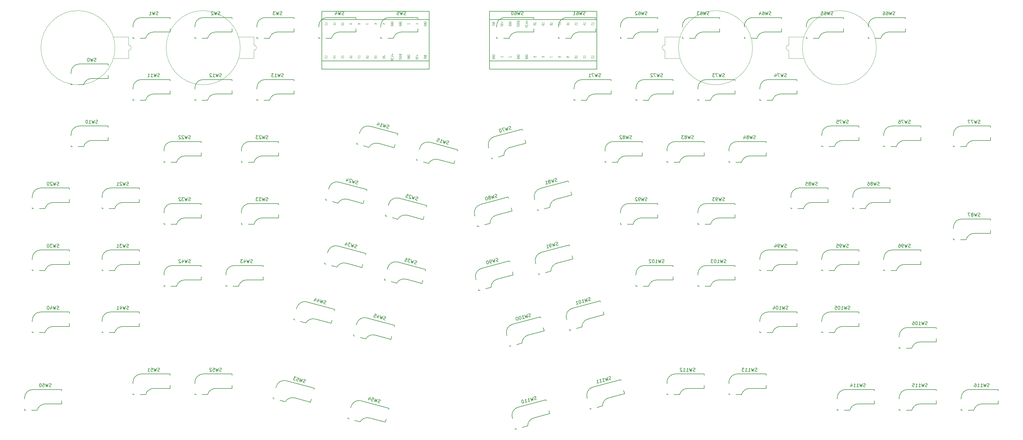
<source format=gbr>
%TF.GenerationSoftware,KiCad,Pcbnew,(5.1.6-0-10_14)*%
%TF.CreationDate,2020-09-04T13:20:55+09:00*%
%TF.ProjectId,Right,52696768-742e-46b6-9963-61645f706362,rev?*%
%TF.SameCoordinates,Original*%
%TF.FileFunction,Legend,Bot*%
%TF.FilePolarity,Positive*%
%FSLAX46Y46*%
G04 Gerber Fmt 4.6, Leading zero omitted, Abs format (unit mm)*
G04 Created by KiCad (PCBNEW (5.1.6-0-10_14)) date 2020-09-04 13:20:55*
%MOMM*%
%LPD*%
G01*
G04 APERTURE LIST*
%ADD10C,0.150000*%
%ADD11C,0.100000*%
%ADD12C,0.125000*%
G04 APERTURE END LIST*
D10*
%TO.C,BPM1*%
X194615000Y-6350400D02*
X227635000Y-6350000D01*
X194615000Y-8890400D02*
X194615000Y-6350400D01*
X227635000Y-8890400D02*
X194615000Y-8890400D01*
X227635000Y-6350400D02*
X227635000Y-8890400D01*
X194615000Y8889600D02*
X227635000Y8889600D01*
X194615000Y6349600D02*
X194615000Y8889600D01*
X227635000Y6349600D02*
X194615000Y6349600D01*
X227635000Y8889600D02*
X227635000Y6349600D01*
X194615000Y-6350400D02*
X194615000Y6349600D01*
X227635000Y-6350000D02*
X227635000Y6350000D01*
X194615000Y-8890400D02*
X194615000Y-6350400D01*
X194615000Y8889600D02*
X227635000Y8889600D01*
X194615000Y6349600D02*
X194615000Y8889600D01*
X227635000Y6349600D02*
X194615000Y6349600D01*
X227635000Y8889600D02*
X227635000Y6349600D01*
X194615000Y-6350400D02*
X227635000Y-6350000D01*
X194615000Y-6350400D02*
X194615000Y6349600D01*
X227635000Y-6350000D02*
X227635000Y6350000D01*
X227635000Y-8890400D02*
X194615000Y-8890400D01*
X227635000Y-6350400D02*
X227635000Y-8890400D01*
%TO.C,BPM2*%
X279135000Y6350400D02*
X246115000Y6350000D01*
X279135000Y8890400D02*
X279135000Y6350400D01*
X246115000Y8890400D02*
X279135000Y8890400D01*
X246115000Y6350400D02*
X246115000Y8890400D01*
X279135000Y-8889600D02*
X246115000Y-8889600D01*
X279135000Y-6349600D02*
X279135000Y-8889600D01*
X246115000Y-6349600D02*
X279135000Y-6349600D01*
X246115000Y-8889600D02*
X246115000Y-6349600D01*
X279135000Y6350400D02*
X279135000Y-6349600D01*
X246115000Y6350000D02*
X246115000Y-6350000D01*
X279135000Y8890400D02*
X279135000Y6350400D01*
X279135000Y-8889600D02*
X246115000Y-8889600D01*
X279135000Y-6349600D02*
X279135000Y-8889600D01*
X246115000Y-6349600D02*
X279135000Y-6349600D01*
X246115000Y-8889600D02*
X246115000Y-6349600D01*
X279135000Y6350400D02*
X246115000Y6350000D01*
X279135000Y6350400D02*
X279135000Y-6349600D01*
X246115000Y6350000D02*
X246115000Y-6350000D01*
X246115000Y8890400D02*
X279135000Y8890400D01*
X246115000Y6350400D02*
X246115000Y8890400D01*
D11*
%TO.C,U1*%
X173700000Y-1490000D02*
X173700000Y1010000D01*
X173700000Y1010000D02*
X169000000Y1010000D01*
X173700000Y-5590000D02*
X173700000Y-3090000D01*
X169000000Y-5590000D02*
X173700000Y-5590000D01*
X158100000Y9110000D02*
G75*
G02*
X158100000Y-13690000I0J-11400000D01*
G01*
X158100000Y-13690000D02*
G75*
G02*
X158100000Y9110000I0J11400000D01*
G01*
X173700000Y-3090000D02*
G75*
G03*
X173700000Y-1490000I0J800000D01*
G01*
%TO.C,U2*%
X135170000Y-1490000D02*
X135170000Y1010000D01*
X135170000Y1010000D02*
X130470000Y1010000D01*
X135170000Y-5590000D02*
X135170000Y-3090000D01*
X130470000Y-5590000D02*
X135170000Y-5590000D01*
X119570000Y9110000D02*
G75*
G02*
X119570000Y-13690000I0J-11400000D01*
G01*
X119570000Y-13690000D02*
G75*
G02*
X119570000Y9110000I0J11400000D01*
G01*
X135170000Y-3090000D02*
G75*
G03*
X135170000Y-1490000I0J800000D01*
G01*
%TO.C,U4*%
X300060000Y-3090000D02*
X300060000Y-5590000D01*
X300060000Y-5590000D02*
X304760000Y-5590000D01*
X300060000Y1010000D02*
X300060000Y-1490000D01*
X304760000Y1010000D02*
X300060000Y1010000D01*
X315660000Y-13690000D02*
G75*
G02*
X315660000Y9110000I0J11400000D01*
G01*
X315660000Y9110000D02*
G75*
G02*
X315660000Y-13690000I0J-11400000D01*
G01*
X300060000Y-1490000D02*
G75*
G03*
X300060000Y-3090000I0J-800000D01*
G01*
%TO.C,U3*%
X338160000Y-3090000D02*
X338160000Y-5590000D01*
X338160000Y-5590000D02*
X342860000Y-5590000D01*
X338160000Y1010000D02*
X338160000Y-1490000D01*
X342860000Y1010000D02*
X338160000Y1010000D01*
X353760000Y-13690000D02*
G75*
G02*
X353760000Y9110000I0J11400000D01*
G01*
X353760000Y9110000D02*
G75*
G02*
X353760000Y-13690000I0J-11400000D01*
G01*
X338160000Y-1490000D02*
G75*
G03*
X338160000Y-3090000I0J-800000D01*
G01*
D10*
%TO.C,SW0*%
X128892500Y-7302500D02*
X128892500Y-7683500D01*
X120002500Y-7302500D02*
X128892500Y-7302500D01*
X117462500Y-9842500D02*
X117462500Y-10223500D01*
X117843500Y-13652500D02*
X117462500Y-13652500D01*
X121348338Y-13652500D02*
X119621500Y-13652500D01*
X128892500Y-11747500D02*
X123812500Y-11747500D01*
X128892500Y-10731500D02*
X128892500Y-11747500D01*
X117462500Y-13271500D02*
X117462500Y-13652500D01*
X117462500Y-9842500D02*
G75*
G02*
X120002500Y-7302500I2540000J0D01*
G01*
X121348338Y-13671460D02*
G75*
G02*
X123812500Y-11747500I2464162J-616040D01*
G01*
%TO.C,SW43*%
X165087500Y-75184000D02*
X165087500Y-75565000D01*
X176517500Y-72644000D02*
X176517500Y-73660000D01*
X176517500Y-73660000D02*
X171437500Y-73660000D01*
X168973338Y-75565000D02*
X167246500Y-75565000D01*
X165468500Y-75565000D02*
X165087500Y-75565000D01*
X165087500Y-71755000D02*
X165087500Y-72136000D01*
X167627500Y-69215000D02*
X176517500Y-69215000D01*
X176517500Y-69215000D02*
X176517500Y-69596000D01*
X165087500Y-71755000D02*
G75*
G02*
X167627500Y-69215000I2540000J0D01*
G01*
X168973338Y-75583960D02*
G75*
G02*
X171437500Y-73660000I2464162J-616040D01*
G01*
%TO.C,SW14*%
X217989610Y-28719231D02*
X217891000Y-29087249D01*
X209402530Y-26418330D02*
X217989610Y-28719231D01*
X206291678Y-28214381D02*
X206193068Y-28582399D01*
X205673595Y-31993168D02*
X205305577Y-31894558D01*
X209059008Y-32900287D02*
X207391011Y-32453348D01*
X216839160Y-33012771D02*
X211932256Y-31697970D01*
X217102120Y-32031391D02*
X216839160Y-33012771D01*
X205404187Y-31526540D02*
X205305577Y-31894558D01*
X206291678Y-28214380D02*
G75*
G02*
X209402530Y-26418330I2453451J-657401D01*
G01*
X209054101Y-32918601D02*
G75*
G02*
X211932256Y-31697970I2220755J-1232821D01*
G01*
%TO.C,SW13*%
X186042500Y-12065000D02*
X186042500Y-12446000D01*
X177152500Y-12065000D02*
X186042500Y-12065000D01*
X174612500Y-14605000D02*
X174612500Y-14986000D01*
X174993500Y-18415000D02*
X174612500Y-18415000D01*
X178498338Y-18415000D02*
X176771500Y-18415000D01*
X186042500Y-16510000D02*
X180962500Y-16510000D01*
X186042500Y-15494000D02*
X186042500Y-16510000D01*
X174612500Y-18034000D02*
X174612500Y-18415000D01*
X174612500Y-14605000D02*
G75*
G02*
X177152500Y-12065000I2540000J0D01*
G01*
X178498338Y-18433960D02*
G75*
G02*
X180962500Y-16510000I2464162J-616040D01*
G01*
%TO.C,SW42*%
X146037500Y-75184000D02*
X146037500Y-75565000D01*
X157467500Y-72644000D02*
X157467500Y-73660000D01*
X157467500Y-73660000D02*
X152387500Y-73660000D01*
X149923338Y-75565000D02*
X148196500Y-75565000D01*
X146418500Y-75565000D02*
X146037500Y-75565000D01*
X146037500Y-71755000D02*
X146037500Y-72136000D01*
X148577500Y-69215000D02*
X157467500Y-69215000D01*
X157467500Y-69215000D02*
X157467500Y-69596000D01*
X146037500Y-71755000D02*
G75*
G02*
X148577500Y-69215000I2540000J0D01*
G01*
X149923338Y-75583960D02*
G75*
G02*
X152387500Y-73660000I2464162J-616040D01*
G01*
%TO.C,SW41*%
X126987500Y-89471500D02*
X126987500Y-89852500D01*
X138417500Y-86931500D02*
X138417500Y-87947500D01*
X138417500Y-87947500D02*
X133337500Y-87947500D01*
X130873338Y-89852500D02*
X129146500Y-89852500D01*
X127368500Y-89852500D02*
X126987500Y-89852500D01*
X126987500Y-86042500D02*
X126987500Y-86423500D01*
X129527500Y-83502500D02*
X138417500Y-83502500D01*
X138417500Y-83502500D02*
X138417500Y-83883500D01*
X126987500Y-86042500D02*
G75*
G02*
X129527500Y-83502500I2540000J0D01*
G01*
X130873338Y-89871460D02*
G75*
G02*
X133337500Y-87947500I2464162J-616040D01*
G01*
%TO.C,SW40*%
X105556000Y-89471500D02*
X105556000Y-89852500D01*
X116986000Y-86931500D02*
X116986000Y-87947500D01*
X116986000Y-87947500D02*
X111906000Y-87947500D01*
X109441838Y-89852500D02*
X107715000Y-89852500D01*
X105937000Y-89852500D02*
X105556000Y-89852500D01*
X105556000Y-86042500D02*
X105556000Y-86423500D01*
X108096000Y-83502500D02*
X116986000Y-83502500D01*
X116986000Y-83502500D02*
X116986000Y-83883500D01*
X105556000Y-86042500D02*
G75*
G02*
X108096000Y-83502500I2540000J0D01*
G01*
X109441838Y-89871460D02*
G75*
G02*
X111906000Y-87947500I2464162J-616040D01*
G01*
%TO.C,SW22*%
X157467500Y-31115000D02*
X157467500Y-31496000D01*
X148577500Y-31115000D02*
X157467500Y-31115000D01*
X146037500Y-33655000D02*
X146037500Y-34036000D01*
X146418500Y-37465000D02*
X146037500Y-37465000D01*
X149923338Y-37465000D02*
X148196500Y-37465000D01*
X157467500Y-35560000D02*
X152387500Y-35560000D01*
X157467500Y-34544000D02*
X157467500Y-35560000D01*
X146037500Y-37084000D02*
X146037500Y-37465000D01*
X146037500Y-33655000D02*
G75*
G02*
X148577500Y-31115000I2540000J0D01*
G01*
X149923338Y-37483960D02*
G75*
G02*
X152387500Y-35560000I2464162J-616040D01*
G01*
%TO.C,SW51*%
X147942500Y-102552500D02*
X147942500Y-102933500D01*
X139052500Y-102552500D02*
X147942500Y-102552500D01*
X136512500Y-105092500D02*
X136512500Y-105473500D01*
X136893500Y-108902500D02*
X136512500Y-108902500D01*
X140398338Y-108902500D02*
X138671500Y-108902500D01*
X147942500Y-106997500D02*
X142862500Y-106997500D01*
X147942500Y-105981500D02*
X147942500Y-106997500D01*
X136512500Y-108521500D02*
X136512500Y-108902500D01*
X136512500Y-105092500D02*
G75*
G02*
X139052500Y-102552500I2540000J0D01*
G01*
X140398338Y-108921460D02*
G75*
G02*
X142862500Y-106997500I2464162J-616040D01*
G01*
%TO.C,SW11*%
X147942500Y-12065000D02*
X147942500Y-12446000D01*
X139052500Y-12065000D02*
X147942500Y-12065000D01*
X136512500Y-14605000D02*
X136512500Y-14986000D01*
X136893500Y-18415000D02*
X136512500Y-18415000D01*
X140398338Y-18415000D02*
X138671500Y-18415000D01*
X147942500Y-16510000D02*
X142862500Y-16510000D01*
X147942500Y-15494000D02*
X147942500Y-16510000D01*
X136512500Y-18034000D02*
X136512500Y-18415000D01*
X136512500Y-14605000D02*
G75*
G02*
X139052500Y-12065000I2540000J0D01*
G01*
X140398338Y-18433960D02*
G75*
G02*
X142862500Y-16510000I2464162J-616040D01*
G01*
%TO.C,SW50*%
X114605000Y-107315000D02*
X114605000Y-107696000D01*
X105715000Y-107315000D02*
X114605000Y-107315000D01*
X103175000Y-109855000D02*
X103175000Y-110236000D01*
X103556000Y-113665000D02*
X103175000Y-113665000D01*
X107060838Y-113665000D02*
X105334000Y-113665000D01*
X114605000Y-111760000D02*
X109525000Y-111760000D01*
X114605000Y-110744000D02*
X114605000Y-111760000D01*
X103175000Y-113284000D02*
X103175000Y-113665000D01*
X103175000Y-109855000D02*
G75*
G02*
X105715000Y-107315000I2540000J0D01*
G01*
X107060838Y-113683960D02*
G75*
G02*
X109525000Y-111760000I2464162J-616040D01*
G01*
%TO.C,SW23*%
X181280000Y-31115000D02*
X181280000Y-31496000D01*
X172390000Y-31115000D02*
X181280000Y-31115000D01*
X169850000Y-33655000D02*
X169850000Y-34036000D01*
X170231000Y-37465000D02*
X169850000Y-37465000D01*
X173735838Y-37465000D02*
X172009000Y-37465000D01*
X181280000Y-35560000D02*
X176200000Y-35560000D01*
X181280000Y-34544000D02*
X181280000Y-35560000D01*
X169850000Y-37084000D02*
X169850000Y-37465000D01*
X169850000Y-33655000D02*
G75*
G02*
X172390000Y-31115000I2540000J0D01*
G01*
X173735838Y-37483960D02*
G75*
G02*
X176200000Y-35560000I2464162J-616040D01*
G01*
%TO.C,SW32*%
X157467500Y-50165000D02*
X157467500Y-50546000D01*
X148577500Y-50165000D02*
X157467500Y-50165000D01*
X146037500Y-52705000D02*
X146037500Y-53086000D01*
X146418500Y-56515000D02*
X146037500Y-56515000D01*
X149923338Y-56515000D02*
X148196500Y-56515000D01*
X157467500Y-54610000D02*
X152387500Y-54610000D01*
X157467500Y-53594000D02*
X157467500Y-54610000D01*
X146037500Y-56134000D02*
X146037500Y-56515000D01*
X146037500Y-52705000D02*
G75*
G02*
X148577500Y-50165000I2540000J0D01*
G01*
X149923338Y-56533960D02*
G75*
G02*
X152387500Y-54610000I2464162J-616040D01*
G01*
%TO.C,SW21*%
X138417500Y-45402500D02*
X138417500Y-45783500D01*
X129527500Y-45402500D02*
X138417500Y-45402500D01*
X126987500Y-47942500D02*
X126987500Y-48323500D01*
X127368500Y-51752500D02*
X126987500Y-51752500D01*
X130873338Y-51752500D02*
X129146500Y-51752500D01*
X138417500Y-49847500D02*
X133337500Y-49847500D01*
X138417500Y-48831500D02*
X138417500Y-49847500D01*
X126987500Y-51371500D02*
X126987500Y-51752500D01*
X126987500Y-47942500D02*
G75*
G02*
X129527500Y-45402500I2540000J0D01*
G01*
X130873338Y-51771460D02*
G75*
G02*
X133337500Y-49847500I2464162J-616040D01*
G01*
%TO.C,SW33*%
X181280000Y-50165000D02*
X181280000Y-50546000D01*
X172390000Y-50165000D02*
X181280000Y-50165000D01*
X169850000Y-52705000D02*
X169850000Y-53086000D01*
X170231000Y-56515000D02*
X169850000Y-56515000D01*
X173735838Y-56515000D02*
X172009000Y-56515000D01*
X181280000Y-54610000D02*
X176200000Y-54610000D01*
X181280000Y-53594000D02*
X181280000Y-54610000D01*
X169850000Y-56134000D02*
X169850000Y-56515000D01*
X169850000Y-52705000D02*
G75*
G02*
X172390000Y-50165000I2540000J0D01*
G01*
X173735838Y-56533960D02*
G75*
G02*
X176200000Y-54610000I2464162J-616040D01*
G01*
%TO.C,SW31*%
X138417500Y-64452500D02*
X138417500Y-64833500D01*
X129527500Y-64452500D02*
X138417500Y-64452500D01*
X126987500Y-66992500D02*
X126987500Y-67373500D01*
X127368500Y-70802500D02*
X126987500Y-70802500D01*
X130873338Y-70802500D02*
X129146500Y-70802500D01*
X138417500Y-68897500D02*
X133337500Y-68897500D01*
X138417500Y-67881500D02*
X138417500Y-68897500D01*
X126987500Y-70421500D02*
X126987500Y-70802500D01*
X126987500Y-66992500D02*
G75*
G02*
X129527500Y-64452500I2540000J0D01*
G01*
X130873338Y-70821460D02*
G75*
G02*
X133337500Y-68897500I2464162J-616040D01*
G01*
%TO.C,SW10*%
X128892500Y-26352500D02*
X128892500Y-26733500D01*
X120002500Y-26352500D02*
X128892500Y-26352500D01*
X117462500Y-28892500D02*
X117462500Y-29273500D01*
X117843500Y-32702500D02*
X117462500Y-32702500D01*
X121348338Y-32702500D02*
X119621500Y-32702500D01*
X128892500Y-30797500D02*
X123812500Y-30797500D01*
X128892500Y-29781500D02*
X128892500Y-30797500D01*
X117462500Y-32321500D02*
X117462500Y-32702500D01*
X117462500Y-28892500D02*
G75*
G02*
X120002500Y-26352500I2540000J0D01*
G01*
X121348338Y-32721460D02*
G75*
G02*
X123812500Y-30797500I2464162J-616040D01*
G01*
%TO.C,SW30*%
X116986000Y-64452500D02*
X116986000Y-64833500D01*
X108096000Y-64452500D02*
X116986000Y-64452500D01*
X105556000Y-66992500D02*
X105556000Y-67373500D01*
X105937000Y-70802500D02*
X105556000Y-70802500D01*
X109441838Y-70802500D02*
X107715000Y-70802500D01*
X116986000Y-68897500D02*
X111906000Y-68897500D01*
X116986000Y-67881500D02*
X116986000Y-68897500D01*
X105556000Y-70421500D02*
X105556000Y-70802500D01*
X105556000Y-66992500D02*
G75*
G02*
X108096000Y-64452500I2540000J0D01*
G01*
X109441838Y-70821460D02*
G75*
G02*
X111906000Y-68897500I2464162J-616040D01*
G01*
%TO.C,SW20*%
X116986000Y-45402500D02*
X116986000Y-45783500D01*
X108096000Y-45402500D02*
X116986000Y-45402500D01*
X105556000Y-47942500D02*
X105556000Y-48323500D01*
X105937000Y-51752500D02*
X105556000Y-51752500D01*
X109441838Y-51752500D02*
X107715000Y-51752500D01*
X116986000Y-49847500D02*
X111906000Y-49847500D01*
X116986000Y-48831500D02*
X116986000Y-49847500D01*
X105556000Y-51371500D02*
X105556000Y-51752500D01*
X105556000Y-47942500D02*
G75*
G02*
X108096000Y-45402500I2540000J0D01*
G01*
X109441838Y-51771460D02*
G75*
G02*
X111906000Y-49847500I2464162J-616040D01*
G01*
%TO.C,SW3*%
X186042500Y6985000D02*
X186042500Y6604000D01*
X177152500Y6985000D02*
X186042500Y6985000D01*
X174612500Y4445000D02*
X174612500Y4064000D01*
X174993500Y635000D02*
X174612500Y635000D01*
X178498338Y635000D02*
X176771500Y635000D01*
X186042500Y2540000D02*
X180962500Y2540000D01*
X186042500Y3556000D02*
X186042500Y2540000D01*
X174612500Y1016000D02*
X174612500Y635000D01*
X174612500Y4445000D02*
G75*
G02*
X177152500Y6985000I2540000J0D01*
G01*
X178498338Y616040D02*
G75*
G02*
X180962500Y2540000I2464162J-616040D01*
G01*
%TO.C,SW52*%
X166992500Y-102552500D02*
X166992500Y-102933500D01*
X158102500Y-102552500D02*
X166992500Y-102552500D01*
X155562500Y-105092500D02*
X155562500Y-105473500D01*
X155943500Y-108902500D02*
X155562500Y-108902500D01*
X159448338Y-108902500D02*
X157721500Y-108902500D01*
X166992500Y-106997500D02*
X161912500Y-106997500D01*
X166992500Y-105981500D02*
X166992500Y-106997500D01*
X155562500Y-108521500D02*
X155562500Y-108902500D01*
X155562500Y-105092500D02*
G75*
G02*
X158102500Y-102552500I2540000J0D01*
G01*
X159448338Y-108921460D02*
G75*
G02*
X161912500Y-106997500I2464162J-616040D01*
G01*
%TO.C,SW44*%
X186012456Y-85496575D02*
X185913846Y-85864593D01*
X197710389Y-86001426D02*
X197447429Y-86982806D01*
X197447429Y-86982806D02*
X192540525Y-85668005D01*
X189667277Y-86870322D02*
X187999280Y-86423383D01*
X186281864Y-85963203D02*
X185913846Y-85864593D01*
X186899947Y-82184416D02*
X186801337Y-82552434D01*
X190010799Y-80388365D02*
X198597879Y-82689266D01*
X198597879Y-82689266D02*
X198499269Y-83057284D01*
X186899947Y-82184415D02*
G75*
G02*
X190010799Y-80388365I2453451J-657401D01*
G01*
X189662370Y-86888636D02*
G75*
G02*
X192540525Y-85668005I2220755J-1232821D01*
G01*
%TO.C,SW45*%
X204413343Y-90427078D02*
X204314733Y-90795096D01*
X216111276Y-90931929D02*
X215848316Y-91913309D01*
X215848316Y-91913309D02*
X210941412Y-90598508D01*
X208068164Y-91800825D02*
X206400167Y-91353886D01*
X204682751Y-90893706D02*
X204314733Y-90795096D01*
X205300834Y-87114919D02*
X205202224Y-87482937D01*
X208411686Y-85318868D02*
X216998766Y-87619769D01*
X216998766Y-87619769D02*
X216900156Y-87987787D01*
X205300834Y-87114918D02*
G75*
G02*
X208411686Y-85318868I2453451J-657401D01*
G01*
X208063257Y-91819139D02*
G75*
G02*
X210941412Y-90598508I2220755J-1232821D01*
G01*
%TO.C,SW24*%
X208458885Y-45887492D02*
X208360275Y-46255510D01*
X199871805Y-43586591D02*
X208458885Y-45887492D01*
X196760953Y-45382642D02*
X196662343Y-45750660D01*
X196142870Y-49161429D02*
X195774852Y-49062819D01*
X199528283Y-50068548D02*
X197860286Y-49621609D01*
X207308435Y-50181032D02*
X202401531Y-48866231D01*
X207571395Y-49199652D02*
X207308435Y-50181032D01*
X195873462Y-48694801D02*
X195774852Y-49062819D01*
X196760953Y-45382641D02*
G75*
G02*
X199871805Y-43586591I2453451J-657401D01*
G01*
X199523376Y-50086862D02*
G75*
G02*
X202401531Y-48866231I2220755J-1232821D01*
G01*
%TO.C,SW35*%
X226529491Y-70451508D02*
X226430881Y-70819526D01*
X217942411Y-68150607D02*
X226529491Y-70451508D01*
X214831559Y-69946658D02*
X214732949Y-70314676D01*
X214213476Y-73725445D02*
X213845458Y-73626835D01*
X217598889Y-74632564D02*
X215930892Y-74185625D01*
X225379041Y-74745048D02*
X220472137Y-73430247D01*
X225642001Y-73763668D02*
X225379041Y-74745048D01*
X213944068Y-73258817D02*
X213845458Y-73626835D01*
X214831559Y-69946657D02*
G75*
G02*
X217942411Y-68150607I2453451J-657401D01*
G01*
X217593982Y-74650878D02*
G75*
G02*
X220472137Y-73430247I2220755J-1232821D01*
G01*
%TO.C,SW2*%
X166992500Y6985000D02*
X166992500Y6604000D01*
X158102500Y6985000D02*
X166992500Y6985000D01*
X155562500Y4445000D02*
X155562500Y4064000D01*
X155943500Y635000D02*
X155562500Y635000D01*
X159448338Y635000D02*
X157721500Y635000D01*
X166992500Y2540000D02*
X161912500Y2540000D01*
X166992500Y3556000D02*
X166992500Y2540000D01*
X155562500Y1016000D02*
X155562500Y635000D01*
X155562500Y4445000D02*
G75*
G02*
X158102500Y6985000I2540000J0D01*
G01*
X159448338Y616040D02*
G75*
G02*
X161912500Y2540000I2464162J-616040D01*
G01*
%TO.C,SW25*%
X226859772Y-50817995D02*
X226761162Y-51186013D01*
X218272692Y-48517094D02*
X226859772Y-50817995D01*
X215161840Y-50313145D02*
X215063230Y-50681163D01*
X214543757Y-54091932D02*
X214175739Y-53993322D01*
X217929170Y-54999051D02*
X216261173Y-54552112D01*
X225709322Y-55111535D02*
X220802418Y-53796734D01*
X225972282Y-54130155D02*
X225709322Y-55111535D01*
X214274349Y-53625304D02*
X214175739Y-53993322D01*
X215161840Y-50313144D02*
G75*
G02*
X218272692Y-48517094I2453451J-657401D01*
G01*
X217924263Y-55017365D02*
G75*
G02*
X220802418Y-53796734I2220755J-1232821D01*
G01*
%TO.C,SW4*%
X205092500Y6985000D02*
X205092500Y6604000D01*
X196202500Y6985000D02*
X205092500Y6985000D01*
X193662500Y4445000D02*
X193662500Y4064000D01*
X194043500Y635000D02*
X193662500Y635000D01*
X197548338Y635000D02*
X195821500Y635000D01*
X205092500Y2540000D02*
X200012500Y2540000D01*
X205092500Y3556000D02*
X205092500Y2540000D01*
X193662500Y1016000D02*
X193662500Y635000D01*
X193662500Y4445000D02*
G75*
G02*
X196202500Y6985000I2540000J0D01*
G01*
X197548338Y616040D02*
G75*
G02*
X200012500Y2540000I2464162J-616040D01*
G01*
%TO.C,SW34*%
X208128604Y-65521005D02*
X208029994Y-65889023D01*
X199541524Y-63220104D02*
X208128604Y-65521005D01*
X196430672Y-65016155D02*
X196332062Y-65384173D01*
X195812589Y-68794942D02*
X195444571Y-68696332D01*
X199198002Y-69702061D02*
X197530005Y-69255122D01*
X206978154Y-69814545D02*
X202071250Y-68499744D01*
X207241114Y-68833165D02*
X206978154Y-69814545D01*
X195543181Y-68328314D02*
X195444571Y-68696332D01*
X196430672Y-65016154D02*
G75*
G02*
X199541524Y-63220104I2453451J-657401D01*
G01*
X199193095Y-69720375D02*
G75*
G02*
X202071250Y-68499744I2220755J-1232821D01*
G01*
%TO.C,SW15*%
X236390497Y-33649734D02*
X236291887Y-34017752D01*
X227803417Y-31348833D02*
X236390497Y-33649734D01*
X224692565Y-33144884D02*
X224593955Y-33512902D01*
X224074482Y-36923671D02*
X223706464Y-36825061D01*
X227459895Y-37830790D02*
X225791898Y-37383851D01*
X235240047Y-37943274D02*
X230333143Y-36628473D01*
X235503007Y-36961894D02*
X235240047Y-37943274D01*
X223805074Y-36457043D02*
X223706464Y-36825061D01*
X224692565Y-33144883D02*
G75*
G02*
X227803417Y-31348833I2453451J-657401D01*
G01*
X227454988Y-37849104D02*
G75*
G02*
X230333143Y-36628473I2220755J-1232821D01*
G01*
%TO.C,SW54*%
X215273098Y-113086000D02*
X215174488Y-113454018D01*
X206686018Y-110785099D02*
X215273098Y-113086000D01*
X203575166Y-112581150D02*
X203476556Y-112949168D01*
X202957083Y-116359937D02*
X202589065Y-116261327D01*
X206342496Y-117267056D02*
X204674499Y-116820117D01*
X214122648Y-117379540D02*
X209215744Y-116064739D01*
X214385608Y-116398160D02*
X214122648Y-117379540D01*
X202687675Y-115893309D02*
X202589065Y-116261327D01*
X203575166Y-112581149D02*
G75*
G02*
X206686018Y-110785099I2453451J-657401D01*
G01*
X206337589Y-117285370D02*
G75*
G02*
X209215744Y-116064739I2220755J-1232821D01*
G01*
%TO.C,SW12*%
X166992500Y-12065000D02*
X166992500Y-12446000D01*
X158102500Y-12065000D02*
X166992500Y-12065000D01*
X155562500Y-14605000D02*
X155562500Y-14986000D01*
X155943500Y-18415000D02*
X155562500Y-18415000D01*
X159448338Y-18415000D02*
X157721500Y-18415000D01*
X166992500Y-16510000D02*
X161912500Y-16510000D01*
X166992500Y-15494000D02*
X166992500Y-16510000D01*
X155562500Y-18034000D02*
X155562500Y-18415000D01*
X155562500Y-14605000D02*
G75*
G02*
X158102500Y-12065000I2540000J0D01*
G01*
X159448338Y-18433960D02*
G75*
G02*
X161912500Y-16510000I2464162J-616040D01*
G01*
%TO.C,SW53*%
X192272472Y-106923001D02*
X192173862Y-107291019D01*
X183685392Y-104622100D02*
X192272472Y-106923001D01*
X180574540Y-106418151D02*
X180475930Y-106786169D01*
X179956457Y-110196938D02*
X179588439Y-110098328D01*
X183341870Y-111104057D02*
X181673873Y-110657118D01*
X191122022Y-111216541D02*
X186215118Y-109901740D01*
X191384982Y-110235161D02*
X191122022Y-111216541D01*
X179687049Y-109730310D02*
X179588439Y-110098328D01*
X180574540Y-106418150D02*
G75*
G02*
X183685392Y-104622100I2453451J-657401D01*
G01*
X183336963Y-111122371D02*
G75*
G02*
X186215118Y-109901740I2220755J-1232821D01*
G01*
%TO.C,SW5*%
X224142500Y6985000D02*
X224142500Y6604000D01*
X215252500Y6985000D02*
X224142500Y6985000D01*
X212712500Y4445000D02*
X212712500Y4064000D01*
X213093500Y635000D02*
X212712500Y635000D01*
X216598338Y635000D02*
X214871500Y635000D01*
X224142500Y2540000D02*
X219062500Y2540000D01*
X224142500Y3556000D02*
X224142500Y2540000D01*
X212712500Y1016000D02*
X212712500Y635000D01*
X212712500Y4445000D02*
G75*
G02*
X215252500Y6985000I2540000J0D01*
G01*
X216598338Y616040D02*
G75*
G02*
X219062500Y2540000I2464162J-616040D01*
G01*
%TO.C,SW1*%
X147942500Y6985000D02*
X147942500Y6604000D01*
X139052500Y6985000D02*
X147942500Y6985000D01*
X136512500Y4445000D02*
X136512500Y4064000D01*
X136893500Y635000D02*
X136512500Y635000D01*
X140398338Y635000D02*
X138671500Y635000D01*
X147942500Y2540000D02*
X142862500Y2540000D01*
X147942500Y3556000D02*
X147942500Y2540000D01*
X136512500Y1016000D02*
X136512500Y635000D01*
X136512500Y4445000D02*
G75*
G02*
X139052500Y6985000I2540000J0D01*
G01*
X140398338Y616040D02*
G75*
G02*
X142862500Y2540000I2464162J-616040D01*
G01*
%TO.C,SW70*%
X246715834Y-36046168D02*
X246814444Y-36414186D01*
X257098966Y-30634415D02*
X257361926Y-31615796D01*
X257361926Y-31615796D02*
X252455023Y-32930596D01*
X250567875Y-35408457D02*
X248899878Y-35855396D01*
X247182462Y-36315576D02*
X246814444Y-36414186D01*
X245828343Y-32734009D02*
X245926953Y-33102026D01*
X247624395Y-29623157D02*
X256211475Y-27322255D01*
X256211475Y-27322255D02*
X256310085Y-27690273D01*
X245828344Y-32734008D02*
G75*
G02*
X247624395Y-29623157I2453451J657400D01*
G01*
X250572782Y-35426770D02*
G75*
G02*
X252455023Y-32930596I2539641J42722D01*
G01*
%TO.C,SW77*%
X388831000Y-32321500D02*
X388831000Y-32702500D01*
X400261000Y-29781500D02*
X400261000Y-30797500D01*
X400261000Y-30797500D02*
X395181000Y-30797500D01*
X392716838Y-32702500D02*
X390990000Y-32702500D01*
X389212000Y-32702500D02*
X388831000Y-32702500D01*
X388831000Y-28892500D02*
X388831000Y-29273500D01*
X391371000Y-26352500D02*
X400261000Y-26352500D01*
X400261000Y-26352500D02*
X400261000Y-26733500D01*
X388831000Y-28892500D02*
G75*
G02*
X391371000Y-26352500I2540000J0D01*
G01*
X392716838Y-32721460D02*
G75*
G02*
X395181000Y-30797500I2464162J-616040D01*
G01*
%TO.C,SW66*%
X362637500Y1016000D02*
X362637500Y635000D01*
X374067500Y3556000D02*
X374067500Y2540000D01*
X374067500Y2540000D02*
X368987500Y2540000D01*
X366523338Y635000D02*
X364796500Y635000D01*
X363018500Y635000D02*
X362637500Y635000D01*
X362637500Y4445000D02*
X362637500Y4064000D01*
X365177500Y6985000D02*
X374067500Y6985000D01*
X374067500Y6985000D02*
X374067500Y6604000D01*
X362637500Y4445000D02*
G75*
G02*
X365177500Y6985000I2540000J0D01*
G01*
X366523338Y616040D02*
G75*
G02*
X368987500Y2540000I2464162J-616040D01*
G01*
%TO.C,SW114*%
X353112500Y-113284000D02*
X353112500Y-113665000D01*
X364542500Y-110744000D02*
X364542500Y-111760000D01*
X364542500Y-111760000D02*
X359462500Y-111760000D01*
X356998338Y-113665000D02*
X355271500Y-113665000D01*
X353493500Y-113665000D02*
X353112500Y-113665000D01*
X353112500Y-109855000D02*
X353112500Y-110236000D01*
X355652500Y-107315000D02*
X364542500Y-107315000D01*
X364542500Y-107315000D02*
X364542500Y-107696000D01*
X353112500Y-109855000D02*
G75*
G02*
X355652500Y-107315000I2540000J0D01*
G01*
X356998338Y-113683960D02*
G75*
G02*
X359462500Y-111760000I2464162J-616040D01*
G01*
%TO.C,SW111*%
X277033193Y-113017312D02*
X277131803Y-113385330D01*
X287416325Y-107605559D02*
X287679285Y-108586940D01*
X287679285Y-108586940D02*
X282772382Y-109901740D01*
X280885234Y-112379601D02*
X279217237Y-112826540D01*
X277499821Y-113286720D02*
X277131803Y-113385330D01*
X276145702Y-109705153D02*
X276244312Y-110073170D01*
X277941754Y-106594301D02*
X286528834Y-104293399D01*
X286528834Y-104293399D02*
X286627444Y-104661417D01*
X276145703Y-109705152D02*
G75*
G02*
X277941754Y-106594301I2453451J657400D01*
G01*
X280890141Y-112397914D02*
G75*
G02*
X282772382Y-109901740I2539641J42722D01*
G01*
%TO.C,SW113*%
X319775000Y-108521500D02*
X319775000Y-108902500D01*
X331205000Y-105981500D02*
X331205000Y-106997500D01*
X331205000Y-106997500D02*
X326125000Y-106997500D01*
X323660838Y-108902500D02*
X321934000Y-108902500D01*
X320156000Y-108902500D02*
X319775000Y-108902500D01*
X319775000Y-105092500D02*
X319775000Y-105473500D01*
X322315000Y-102552500D02*
X331205000Y-102552500D01*
X331205000Y-102552500D02*
X331205000Y-102933500D01*
X319775000Y-105092500D02*
G75*
G02*
X322315000Y-102552500I2540000J0D01*
G01*
X323660838Y-108921460D02*
G75*
G02*
X326125000Y-106997500I2464162J-616040D01*
G01*
%TO.C,SW91*%
X261177061Y-71615316D02*
X261275671Y-71983334D01*
X271560193Y-66203563D02*
X271823153Y-67184944D01*
X271823153Y-67184944D02*
X266916250Y-68499744D01*
X265029102Y-70977605D02*
X263361105Y-71424544D01*
X261643689Y-71884724D02*
X261275671Y-71983334D01*
X260289570Y-68303157D02*
X260388180Y-68671174D01*
X262085622Y-65192305D02*
X270672702Y-62891403D01*
X270672702Y-62891403D02*
X270771312Y-63259421D01*
X260289571Y-68303156D02*
G75*
G02*
X262085622Y-65192305I2453451J657400D01*
G01*
X265034009Y-70995918D02*
G75*
G02*
X266916250Y-68499744I2539641J42722D01*
G01*
%TO.C,SW116*%
X391212500Y-113284000D02*
X391212500Y-113665000D01*
X402642500Y-110744000D02*
X402642500Y-111760000D01*
X402642500Y-111760000D02*
X397562500Y-111760000D01*
X395098338Y-113665000D02*
X393371500Y-113665000D01*
X391593500Y-113665000D02*
X391212500Y-113665000D01*
X391212500Y-109855000D02*
X391212500Y-110236000D01*
X393752500Y-107315000D02*
X402642500Y-107315000D01*
X402642500Y-107315000D02*
X402642500Y-107696000D01*
X391212500Y-109855000D02*
G75*
G02*
X393752500Y-107315000I2540000J0D01*
G01*
X395098338Y-113683960D02*
G75*
G02*
X397562500Y-111760000I2464162J-616040D01*
G01*
%TO.C,SW115*%
X372162500Y-113284000D02*
X372162500Y-113665000D01*
X383592500Y-110744000D02*
X383592500Y-111760000D01*
X383592500Y-111760000D02*
X378512500Y-111760000D01*
X376048338Y-113665000D02*
X374321500Y-113665000D01*
X372543500Y-113665000D02*
X372162500Y-113665000D01*
X372162500Y-109855000D02*
X372162500Y-110236000D01*
X374702500Y-107315000D02*
X383592500Y-107315000D01*
X383592500Y-107315000D02*
X383592500Y-107696000D01*
X372162500Y-109855000D02*
G75*
G02*
X374702500Y-107315000I2540000J0D01*
G01*
X376048338Y-113683960D02*
G75*
G02*
X378512500Y-111760000I2464162J-616040D01*
G01*
%TO.C,SW112*%
X300725000Y-108521500D02*
X300725000Y-108902500D01*
X312155000Y-105981500D02*
X312155000Y-106997500D01*
X312155000Y-106997500D02*
X307075000Y-106997500D01*
X304610838Y-108902500D02*
X302884000Y-108902500D01*
X301106000Y-108902500D02*
X300725000Y-108902500D01*
X300725000Y-105092500D02*
X300725000Y-105473500D01*
X303265000Y-102552500D02*
X312155000Y-102552500D01*
X312155000Y-102552500D02*
X312155000Y-102933500D01*
X300725000Y-105092500D02*
G75*
G02*
X303265000Y-102552500I2540000J0D01*
G01*
X304610838Y-108921460D02*
G75*
G02*
X307075000Y-106997500I2464162J-616040D01*
G01*
%TO.C,SW110*%
X254032567Y-119180311D02*
X254131177Y-119548329D01*
X264415699Y-113768558D02*
X264678659Y-114749939D01*
X264678659Y-114749939D02*
X259771756Y-116064739D01*
X257884608Y-118542600D02*
X256216611Y-118989539D01*
X254499195Y-119449719D02*
X254131177Y-119548329D01*
X253145076Y-115868152D02*
X253243686Y-116236169D01*
X254941128Y-112757300D02*
X263528208Y-110456398D01*
X263528208Y-110456398D02*
X263626818Y-110824416D01*
X253145077Y-115868151D02*
G75*
G02*
X254941128Y-112757300I2453451J657400D01*
G01*
X257889515Y-118560913D02*
G75*
G02*
X259771756Y-116064739I2539641J42722D01*
G01*
%TO.C,SW106*%
X372162500Y-94234000D02*
X372162500Y-94615000D01*
X383592500Y-91694000D02*
X383592500Y-92710000D01*
X383592500Y-92710000D02*
X378512500Y-92710000D01*
X376048338Y-94615000D02*
X374321500Y-94615000D01*
X372543500Y-94615000D02*
X372162500Y-94615000D01*
X372162500Y-90805000D02*
X372162500Y-91186000D01*
X374702500Y-88265000D02*
X383592500Y-88265000D01*
X383592500Y-88265000D02*
X383592500Y-88646000D01*
X372162500Y-90805000D02*
G75*
G02*
X374702500Y-88265000I2540000J0D01*
G01*
X376048338Y-94633960D02*
G75*
G02*
X378512500Y-92710000I2464162J-616040D01*
G01*
%TO.C,SW105*%
X348350000Y-89471500D02*
X348350000Y-89852500D01*
X359780000Y-86931500D02*
X359780000Y-87947500D01*
X359780000Y-87947500D02*
X354700000Y-87947500D01*
X352235838Y-89852500D02*
X350509000Y-89852500D01*
X348731000Y-89852500D02*
X348350000Y-89852500D01*
X348350000Y-86042500D02*
X348350000Y-86423500D01*
X350890000Y-83502500D02*
X359780000Y-83502500D01*
X359780000Y-83502500D02*
X359780000Y-83883500D01*
X348350000Y-86042500D02*
G75*
G02*
X350890000Y-83502500I2540000J0D01*
G01*
X352235838Y-89871460D02*
G75*
G02*
X354700000Y-87947500I2464162J-616040D01*
G01*
%TO.C,SW104*%
X329300000Y-89471500D02*
X329300000Y-89852500D01*
X340730000Y-86931500D02*
X340730000Y-87947500D01*
X340730000Y-87947500D02*
X335650000Y-87947500D01*
X333185838Y-89852500D02*
X331459000Y-89852500D01*
X329681000Y-89852500D02*
X329300000Y-89852500D01*
X329300000Y-86042500D02*
X329300000Y-86423500D01*
X331840000Y-83502500D02*
X340730000Y-83502500D01*
X340730000Y-83502500D02*
X340730000Y-83883500D01*
X329300000Y-86042500D02*
G75*
G02*
X331840000Y-83502500I2540000J0D01*
G01*
X333185838Y-89871460D02*
G75*
G02*
X335650000Y-87947500I2464162J-616040D01*
G01*
%TO.C,SW103*%
X310250000Y-75184000D02*
X310250000Y-75565000D01*
X321680000Y-72644000D02*
X321680000Y-73660000D01*
X321680000Y-73660000D02*
X316600000Y-73660000D01*
X314135838Y-75565000D02*
X312409000Y-75565000D01*
X310631000Y-75565000D02*
X310250000Y-75565000D01*
X310250000Y-71755000D02*
X310250000Y-72136000D01*
X312790000Y-69215000D02*
X321680000Y-69215000D01*
X321680000Y-69215000D02*
X321680000Y-69596000D01*
X310250000Y-71755000D02*
G75*
G02*
X312790000Y-69215000I2540000J0D01*
G01*
X314135838Y-75583960D02*
G75*
G02*
X316600000Y-73660000I2464162J-616040D01*
G01*
%TO.C,SW102*%
X291200000Y-75184000D02*
X291200000Y-75565000D01*
X302630000Y-72644000D02*
X302630000Y-73660000D01*
X302630000Y-73660000D02*
X297550000Y-73660000D01*
X295085838Y-75565000D02*
X293359000Y-75565000D01*
X291581000Y-75565000D02*
X291200000Y-75565000D01*
X291200000Y-71755000D02*
X291200000Y-72136000D01*
X293740000Y-69215000D02*
X302630000Y-69215000D01*
X302630000Y-69215000D02*
X302630000Y-69596000D01*
X291200000Y-71755000D02*
G75*
G02*
X293740000Y-69215000I2540000J0D01*
G01*
X295085838Y-75583960D02*
G75*
G02*
X297550000Y-73660000I2464162J-616040D01*
G01*
%TO.C,SW101*%
X270707786Y-88783577D02*
X270806396Y-89151595D01*
X281090918Y-83371824D02*
X281353878Y-84353205D01*
X281353878Y-84353205D02*
X276446975Y-85668005D01*
X274559827Y-88145866D02*
X272891830Y-88592805D01*
X271174414Y-89052985D02*
X270806396Y-89151595D01*
X269820295Y-85471418D02*
X269918905Y-85839435D01*
X271616347Y-82360566D02*
X280203427Y-80059664D01*
X280203427Y-80059664D02*
X280302037Y-80427682D01*
X269820296Y-85471417D02*
G75*
G02*
X271616347Y-82360566I2453451J657400D01*
G01*
X274564734Y-88164179D02*
G75*
G02*
X276446975Y-85668005I2539641J42722D01*
G01*
%TO.C,SW100*%
X252306899Y-93714080D02*
X252405509Y-94082098D01*
X262690031Y-88302327D02*
X262952991Y-89283708D01*
X262952991Y-89283708D02*
X258046088Y-90598508D01*
X256158940Y-93076369D02*
X254490943Y-93523308D01*
X252773527Y-93983488D02*
X252405509Y-94082098D01*
X251419408Y-90401921D02*
X251518018Y-90769938D01*
X253215460Y-87291069D02*
X261802540Y-84990167D01*
X261802540Y-84990167D02*
X261901150Y-85358185D01*
X251419409Y-90401920D02*
G75*
G02*
X253215460Y-87291069I2453451J657400D01*
G01*
X256163847Y-93094682D02*
G75*
G02*
X258046088Y-90598508I2539641J42722D01*
G01*
%TO.C,SW96*%
X367400000Y-70421500D02*
X367400000Y-70802500D01*
X378830000Y-67881500D02*
X378830000Y-68897500D01*
X378830000Y-68897500D02*
X373750000Y-68897500D01*
X371285838Y-70802500D02*
X369559000Y-70802500D01*
X367781000Y-70802500D02*
X367400000Y-70802500D01*
X367400000Y-66992500D02*
X367400000Y-67373500D01*
X369940000Y-64452500D02*
X378830000Y-64452500D01*
X378830000Y-64452500D02*
X378830000Y-64833500D01*
X367400000Y-66992500D02*
G75*
G02*
X369940000Y-64452500I2540000J0D01*
G01*
X371285838Y-70821460D02*
G75*
G02*
X373750000Y-68897500I2464162J-616040D01*
G01*
%TO.C,SW95*%
X348350000Y-70421500D02*
X348350000Y-70802500D01*
X359780000Y-67881500D02*
X359780000Y-68897500D01*
X359780000Y-68897500D02*
X354700000Y-68897500D01*
X352235838Y-70802500D02*
X350509000Y-70802500D01*
X348731000Y-70802500D02*
X348350000Y-70802500D01*
X348350000Y-66992500D02*
X348350000Y-67373500D01*
X350890000Y-64452500D02*
X359780000Y-64452500D01*
X359780000Y-64452500D02*
X359780000Y-64833500D01*
X348350000Y-66992500D02*
G75*
G02*
X350890000Y-64452500I2540000J0D01*
G01*
X352235838Y-70821460D02*
G75*
G02*
X354700000Y-68897500I2464162J-616040D01*
G01*
%TO.C,SW94*%
X329300000Y-70421500D02*
X329300000Y-70802500D01*
X340730000Y-67881500D02*
X340730000Y-68897500D01*
X340730000Y-68897500D02*
X335650000Y-68897500D01*
X333185838Y-70802500D02*
X331459000Y-70802500D01*
X329681000Y-70802500D02*
X329300000Y-70802500D01*
X329300000Y-66992500D02*
X329300000Y-67373500D01*
X331840000Y-64452500D02*
X340730000Y-64452500D01*
X340730000Y-64452500D02*
X340730000Y-64833500D01*
X329300000Y-66992500D02*
G75*
G02*
X331840000Y-64452500I2540000J0D01*
G01*
X333185838Y-70821460D02*
G75*
G02*
X335650000Y-68897500I2464162J-616040D01*
G01*
%TO.C,SW93*%
X310250000Y-56134000D02*
X310250000Y-56515000D01*
X321680000Y-53594000D02*
X321680000Y-54610000D01*
X321680000Y-54610000D02*
X316600000Y-54610000D01*
X314135838Y-56515000D02*
X312409000Y-56515000D01*
X310631000Y-56515000D02*
X310250000Y-56515000D01*
X310250000Y-52705000D02*
X310250000Y-53086000D01*
X312790000Y-50165000D02*
X321680000Y-50165000D01*
X321680000Y-50165000D02*
X321680000Y-50546000D01*
X310250000Y-52705000D02*
G75*
G02*
X312790000Y-50165000I2540000J0D01*
G01*
X314135838Y-56533960D02*
G75*
G02*
X316600000Y-54610000I2464162J-616040D01*
G01*
%TO.C,SW92*%
X286437500Y-56134000D02*
X286437500Y-56515000D01*
X297867500Y-53594000D02*
X297867500Y-54610000D01*
X297867500Y-54610000D02*
X292787500Y-54610000D01*
X290323338Y-56515000D02*
X288596500Y-56515000D01*
X286818500Y-56515000D02*
X286437500Y-56515000D01*
X286437500Y-52705000D02*
X286437500Y-53086000D01*
X288977500Y-50165000D02*
X297867500Y-50165000D01*
X297867500Y-50165000D02*
X297867500Y-50546000D01*
X286437500Y-52705000D02*
G75*
G02*
X288977500Y-50165000I2540000J0D01*
G01*
X290323338Y-56533960D02*
G75*
G02*
X292787500Y-54610000I2464162J-616040D01*
G01*
%TO.C,SW90*%
X242776174Y-76545819D02*
X242874784Y-76913837D01*
X253159306Y-71134066D02*
X253422266Y-72115447D01*
X253422266Y-72115447D02*
X248515363Y-73430247D01*
X246628215Y-75908108D02*
X244960218Y-76355047D01*
X243242802Y-76815227D02*
X242874784Y-76913837D01*
X241888683Y-73233660D02*
X241987293Y-73601677D01*
X243684735Y-70122808D02*
X252271815Y-67821906D01*
X252271815Y-67821906D02*
X252370425Y-68189924D01*
X241888684Y-73233659D02*
G75*
G02*
X243684735Y-70122808I2453451J657400D01*
G01*
X246633122Y-75926421D02*
G75*
G02*
X248515363Y-73430247I2539641J42722D01*
G01*
%TO.C,SW87*%
X388831000Y-60896500D02*
X388831000Y-61277500D01*
X400261000Y-58356500D02*
X400261000Y-59372500D01*
X400261000Y-59372500D02*
X395181000Y-59372500D01*
X392716838Y-61277500D02*
X390990000Y-61277500D01*
X389212000Y-61277500D02*
X388831000Y-61277500D01*
X388831000Y-57467500D02*
X388831000Y-57848500D01*
X391371000Y-54927500D02*
X400261000Y-54927500D01*
X400261000Y-54927500D02*
X400261000Y-55308500D01*
X388831000Y-57467500D02*
G75*
G02*
X391371000Y-54927500I2540000J0D01*
G01*
X392716838Y-61296460D02*
G75*
G02*
X395181000Y-59372500I2464162J-616040D01*
G01*
%TO.C,SW86*%
X357875000Y-51371500D02*
X357875000Y-51752500D01*
X369305000Y-48831500D02*
X369305000Y-49847500D01*
X369305000Y-49847500D02*
X364225000Y-49847500D01*
X361760838Y-51752500D02*
X360034000Y-51752500D01*
X358256000Y-51752500D02*
X357875000Y-51752500D01*
X357875000Y-47942500D02*
X357875000Y-48323500D01*
X360415000Y-45402500D02*
X369305000Y-45402500D01*
X369305000Y-45402500D02*
X369305000Y-45783500D01*
X357875000Y-47942500D02*
G75*
G02*
X360415000Y-45402500I2540000J0D01*
G01*
X361760838Y-51771460D02*
G75*
G02*
X364225000Y-49847500I2464162J-616040D01*
G01*
%TO.C,SW85*%
X338825000Y-51371500D02*
X338825000Y-51752500D01*
X350255000Y-48831500D02*
X350255000Y-49847500D01*
X350255000Y-49847500D02*
X345175000Y-49847500D01*
X342710838Y-51752500D02*
X340984000Y-51752500D01*
X339206000Y-51752500D02*
X338825000Y-51752500D01*
X338825000Y-47942500D02*
X338825000Y-48323500D01*
X341365000Y-45402500D02*
X350255000Y-45402500D01*
X350255000Y-45402500D02*
X350255000Y-45783500D01*
X338825000Y-47942500D02*
G75*
G02*
X341365000Y-45402500I2540000J0D01*
G01*
X342710838Y-51771460D02*
G75*
G02*
X345175000Y-49847500I2464162J-616040D01*
G01*
%TO.C,SW84*%
X319775000Y-37084000D02*
X319775000Y-37465000D01*
X331205000Y-34544000D02*
X331205000Y-35560000D01*
X331205000Y-35560000D02*
X326125000Y-35560000D01*
X323660838Y-37465000D02*
X321934000Y-37465000D01*
X320156000Y-37465000D02*
X319775000Y-37465000D01*
X319775000Y-33655000D02*
X319775000Y-34036000D01*
X322315000Y-31115000D02*
X331205000Y-31115000D01*
X331205000Y-31115000D02*
X331205000Y-31496000D01*
X319775000Y-33655000D02*
G75*
G02*
X322315000Y-31115000I2540000J0D01*
G01*
X323660838Y-37483960D02*
G75*
G02*
X326125000Y-35560000I2464162J-616040D01*
G01*
%TO.C,SW83*%
X300725000Y-37084000D02*
X300725000Y-37465000D01*
X312155000Y-34544000D02*
X312155000Y-35560000D01*
X312155000Y-35560000D02*
X307075000Y-35560000D01*
X304610838Y-37465000D02*
X302884000Y-37465000D01*
X301106000Y-37465000D02*
X300725000Y-37465000D01*
X300725000Y-33655000D02*
X300725000Y-34036000D01*
X303265000Y-31115000D02*
X312155000Y-31115000D01*
X312155000Y-31115000D02*
X312155000Y-31496000D01*
X300725000Y-33655000D02*
G75*
G02*
X303265000Y-31115000I2540000J0D01*
G01*
X304610838Y-37483960D02*
G75*
G02*
X307075000Y-35560000I2464162J-616040D01*
G01*
%TO.C,SW82*%
X281675000Y-37084000D02*
X281675000Y-37465000D01*
X293105000Y-34544000D02*
X293105000Y-35560000D01*
X293105000Y-35560000D02*
X288025000Y-35560000D01*
X285560838Y-37465000D02*
X283834000Y-37465000D01*
X282056000Y-37465000D02*
X281675000Y-37465000D01*
X281675000Y-33655000D02*
X281675000Y-34036000D01*
X284215000Y-31115000D02*
X293105000Y-31115000D01*
X293105000Y-31115000D02*
X293105000Y-31496000D01*
X281675000Y-33655000D02*
G75*
G02*
X284215000Y-31115000I2540000J0D01*
G01*
X285560838Y-37483960D02*
G75*
G02*
X288025000Y-35560000I2464162J-616040D01*
G01*
%TO.C,SW81*%
X260846780Y-51981803D02*
X260945390Y-52349821D01*
X271229912Y-46570050D02*
X271492872Y-47551431D01*
X271492872Y-47551431D02*
X266585969Y-48866231D01*
X264698821Y-51344092D02*
X263030824Y-51791031D01*
X261313408Y-52251211D02*
X260945390Y-52349821D01*
X259959289Y-48669644D02*
X260057899Y-49037661D01*
X261755341Y-45558792D02*
X270342421Y-43257890D01*
X270342421Y-43257890D02*
X270441031Y-43625908D01*
X259959290Y-48669643D02*
G75*
G02*
X261755341Y-45558792I2453451J657400D01*
G01*
X264703728Y-51362405D02*
G75*
G02*
X266585969Y-48866231I2539641J42722D01*
G01*
%TO.C,SW80*%
X242445893Y-56912306D02*
X242544503Y-57280324D01*
X252829025Y-51500553D02*
X253091985Y-52481934D01*
X253091985Y-52481934D02*
X248185082Y-53796734D01*
X246297934Y-56274595D02*
X244629937Y-56721534D01*
X242912521Y-57181714D02*
X242544503Y-57280324D01*
X241558402Y-53600147D02*
X241657012Y-53968164D01*
X243354454Y-50489295D02*
X251941534Y-48188393D01*
X251941534Y-48188393D02*
X252040144Y-48556411D01*
X241558403Y-53600146D02*
G75*
G02*
X243354454Y-50489295I2453451J657400D01*
G01*
X246302841Y-56292908D02*
G75*
G02*
X248185082Y-53796734I2539641J42722D01*
G01*
%TO.C,SW76*%
X367400000Y-32321500D02*
X367400000Y-32702500D01*
X378830000Y-29781500D02*
X378830000Y-30797500D01*
X378830000Y-30797500D02*
X373750000Y-30797500D01*
X371285838Y-32702500D02*
X369559000Y-32702500D01*
X367781000Y-32702500D02*
X367400000Y-32702500D01*
X367400000Y-28892500D02*
X367400000Y-29273500D01*
X369940000Y-26352500D02*
X378830000Y-26352500D01*
X378830000Y-26352500D02*
X378830000Y-26733500D01*
X367400000Y-28892500D02*
G75*
G02*
X369940000Y-26352500I2540000J0D01*
G01*
X371285838Y-32721460D02*
G75*
G02*
X373750000Y-30797500I2464162J-616040D01*
G01*
%TO.C,SW75*%
X348350000Y-32321500D02*
X348350000Y-32702500D01*
X359780000Y-29781500D02*
X359780000Y-30797500D01*
X359780000Y-30797500D02*
X354700000Y-30797500D01*
X352235838Y-32702500D02*
X350509000Y-32702500D01*
X348731000Y-32702500D02*
X348350000Y-32702500D01*
X348350000Y-28892500D02*
X348350000Y-29273500D01*
X350890000Y-26352500D02*
X359780000Y-26352500D01*
X359780000Y-26352500D02*
X359780000Y-26733500D01*
X348350000Y-28892500D02*
G75*
G02*
X350890000Y-26352500I2540000J0D01*
G01*
X352235838Y-32721460D02*
G75*
G02*
X354700000Y-30797500I2464162J-616040D01*
G01*
%TO.C,SW74*%
X329300000Y-18034000D02*
X329300000Y-18415000D01*
X340730000Y-15494000D02*
X340730000Y-16510000D01*
X340730000Y-16510000D02*
X335650000Y-16510000D01*
X333185838Y-18415000D02*
X331459000Y-18415000D01*
X329681000Y-18415000D02*
X329300000Y-18415000D01*
X329300000Y-14605000D02*
X329300000Y-14986000D01*
X331840000Y-12065000D02*
X340730000Y-12065000D01*
X340730000Y-12065000D02*
X340730000Y-12446000D01*
X329300000Y-14605000D02*
G75*
G02*
X331840000Y-12065000I2540000J0D01*
G01*
X333185838Y-18433960D02*
G75*
G02*
X335650000Y-16510000I2464162J-616040D01*
G01*
%TO.C,SW73*%
X310250000Y-18034000D02*
X310250000Y-18415000D01*
X321680000Y-15494000D02*
X321680000Y-16510000D01*
X321680000Y-16510000D02*
X316600000Y-16510000D01*
X314135838Y-18415000D02*
X312409000Y-18415000D01*
X310631000Y-18415000D02*
X310250000Y-18415000D01*
X310250000Y-14605000D02*
X310250000Y-14986000D01*
X312790000Y-12065000D02*
X321680000Y-12065000D01*
X321680000Y-12065000D02*
X321680000Y-12446000D01*
X310250000Y-14605000D02*
G75*
G02*
X312790000Y-12065000I2540000J0D01*
G01*
X314135838Y-18433960D02*
G75*
G02*
X316600000Y-16510000I2464162J-616040D01*
G01*
%TO.C,SW72*%
X291200000Y-18034000D02*
X291200000Y-18415000D01*
X302630000Y-15494000D02*
X302630000Y-16510000D01*
X302630000Y-16510000D02*
X297550000Y-16510000D01*
X295085838Y-18415000D02*
X293359000Y-18415000D01*
X291581000Y-18415000D02*
X291200000Y-18415000D01*
X291200000Y-14605000D02*
X291200000Y-14986000D01*
X293740000Y-12065000D02*
X302630000Y-12065000D01*
X302630000Y-12065000D02*
X302630000Y-12446000D01*
X291200000Y-14605000D02*
G75*
G02*
X293740000Y-12065000I2540000J0D01*
G01*
X295085838Y-18433960D02*
G75*
G02*
X297550000Y-16510000I2464162J-616040D01*
G01*
%TO.C,SW71*%
X272150000Y-18034000D02*
X272150000Y-18415000D01*
X283580000Y-15494000D02*
X283580000Y-16510000D01*
X283580000Y-16510000D02*
X278500000Y-16510000D01*
X276035838Y-18415000D02*
X274309000Y-18415000D01*
X272531000Y-18415000D02*
X272150000Y-18415000D01*
X272150000Y-14605000D02*
X272150000Y-14986000D01*
X274690000Y-12065000D02*
X283580000Y-12065000D01*
X283580000Y-12065000D02*
X283580000Y-12446000D01*
X272150000Y-14605000D02*
G75*
G02*
X274690000Y-12065000I2540000J0D01*
G01*
X276035838Y-18433960D02*
G75*
G02*
X278500000Y-16510000I2464162J-616040D01*
G01*
%TO.C,SW65*%
X343587500Y1016000D02*
X343587500Y635000D01*
X355017500Y3556000D02*
X355017500Y2540000D01*
X355017500Y2540000D02*
X349937500Y2540000D01*
X347473338Y635000D02*
X345746500Y635000D01*
X343968500Y635000D02*
X343587500Y635000D01*
X343587500Y4445000D02*
X343587500Y4064000D01*
X346127500Y6985000D02*
X355017500Y6985000D01*
X355017500Y6985000D02*
X355017500Y6604000D01*
X343587500Y4445000D02*
G75*
G02*
X346127500Y6985000I2540000J0D01*
G01*
X347473338Y616040D02*
G75*
G02*
X349937500Y2540000I2464162J-616040D01*
G01*
%TO.C,SW64*%
X324537500Y1016000D02*
X324537500Y635000D01*
X335967500Y3556000D02*
X335967500Y2540000D01*
X335967500Y2540000D02*
X330887500Y2540000D01*
X328423338Y635000D02*
X326696500Y635000D01*
X324918500Y635000D02*
X324537500Y635000D01*
X324537500Y4445000D02*
X324537500Y4064000D01*
X327077500Y6985000D02*
X335967500Y6985000D01*
X335967500Y6985000D02*
X335967500Y6604000D01*
X324537500Y4445000D02*
G75*
G02*
X327077500Y6985000I2540000J0D01*
G01*
X328423338Y616040D02*
G75*
G02*
X330887500Y2540000I2464162J-616040D01*
G01*
%TO.C,SW63*%
X305487500Y1016000D02*
X305487500Y635000D01*
X316917500Y3556000D02*
X316917500Y2540000D01*
X316917500Y2540000D02*
X311837500Y2540000D01*
X309373338Y635000D02*
X307646500Y635000D01*
X305868500Y635000D02*
X305487500Y635000D01*
X305487500Y4445000D02*
X305487500Y4064000D01*
X308027500Y6985000D02*
X316917500Y6985000D01*
X316917500Y6985000D02*
X316917500Y6604000D01*
X305487500Y4445000D02*
G75*
G02*
X308027500Y6985000I2540000J0D01*
G01*
X309373338Y616040D02*
G75*
G02*
X311837500Y2540000I2464162J-616040D01*
G01*
%TO.C,SW62*%
X286437500Y1016000D02*
X286437500Y635000D01*
X297867500Y3556000D02*
X297867500Y2540000D01*
X297867500Y2540000D02*
X292787500Y2540000D01*
X290323338Y635000D02*
X288596500Y635000D01*
X286818500Y635000D02*
X286437500Y635000D01*
X286437500Y4445000D02*
X286437500Y4064000D01*
X288977500Y6985000D02*
X297867500Y6985000D01*
X297867500Y6985000D02*
X297867500Y6604000D01*
X286437500Y4445000D02*
G75*
G02*
X288977500Y6985000I2540000J0D01*
G01*
X290323338Y616040D02*
G75*
G02*
X292787500Y2540000I2464162J-616040D01*
G01*
%TO.C,SW61*%
X267387500Y1016000D02*
X267387500Y635000D01*
X278817500Y3556000D02*
X278817500Y2540000D01*
X278817500Y2540000D02*
X273737500Y2540000D01*
X271273338Y635000D02*
X269546500Y635000D01*
X267768500Y635000D02*
X267387500Y635000D01*
X267387500Y4445000D02*
X267387500Y4064000D01*
X269927500Y6985000D02*
X278817500Y6985000D01*
X278817500Y6985000D02*
X278817500Y6604000D01*
X267387500Y4445000D02*
G75*
G02*
X269927500Y6985000I2540000J0D01*
G01*
X271273338Y616040D02*
G75*
G02*
X273737500Y2540000I2464162J-616040D01*
G01*
%TO.C,SW60*%
X248337500Y1016000D02*
X248337500Y635000D01*
X259767500Y3556000D02*
X259767500Y2540000D01*
X259767500Y2540000D02*
X254687500Y2540000D01*
X252223338Y635000D02*
X250496500Y635000D01*
X248718500Y635000D02*
X248337500Y635000D01*
X248337500Y4445000D02*
X248337500Y4064000D01*
X250877500Y6985000D02*
X259767500Y6985000D01*
X259767500Y6985000D02*
X259767500Y6604000D01*
X248337500Y4445000D02*
G75*
G02*
X250877500Y6985000I2540000J0D01*
G01*
X252223338Y616040D02*
G75*
G02*
X254687500Y2540000I2464162J-616040D01*
G01*
%TO.C,BPM1*%
D12*
X196224285Y5175238D02*
X196224285Y5460952D01*
X196224285Y5318095D02*
X195474285Y5318095D01*
X195581428Y5365714D01*
X195652857Y5413333D01*
X195688571Y5460952D01*
X195545714Y4984761D02*
X195510000Y4960952D01*
X195474285Y4913333D01*
X195474285Y4794285D01*
X195510000Y4746666D01*
X195545714Y4722857D01*
X195617142Y4699047D01*
X195688571Y4699047D01*
X195795714Y4722857D01*
X196224285Y5008571D01*
X196224285Y4699047D01*
X198764285Y5175238D02*
X198764285Y5460952D01*
X198764285Y5318095D02*
X198014285Y5318095D01*
X198121428Y5365714D01*
X198192857Y5413333D01*
X198228571Y5460952D01*
X198764285Y4699047D02*
X198764285Y4984761D01*
X198764285Y4841904D02*
X198014285Y4841904D01*
X198121428Y4889523D01*
X198192857Y4937142D01*
X198228571Y4984761D01*
X201304285Y5175238D02*
X201304285Y5460952D01*
X201304285Y5318095D02*
X200554285Y5318095D01*
X200661428Y5365714D01*
X200732857Y5413333D01*
X200768571Y5460952D01*
X200554285Y4865714D02*
X200554285Y4818095D01*
X200590000Y4770476D01*
X200625714Y4746666D01*
X200697142Y4722857D01*
X200840000Y4699047D01*
X201018571Y4699047D01*
X201161428Y4722857D01*
X201232857Y4746666D01*
X201268571Y4770476D01*
X201304285Y4818095D01*
X201304285Y4865714D01*
X201268571Y4913333D01*
X201232857Y4937142D01*
X201161428Y4960952D01*
X201018571Y4984761D01*
X200840000Y4984761D01*
X200697142Y4960952D01*
X200625714Y4937142D01*
X200590000Y4913333D01*
X200554285Y4865714D01*
X203844285Y5175238D02*
X203844285Y5080000D01*
X203808571Y5032380D01*
X203772857Y5008571D01*
X203665714Y4960952D01*
X203522857Y4937142D01*
X203237142Y4937142D01*
X203165714Y4960952D01*
X203130000Y4984761D01*
X203094285Y5032380D01*
X203094285Y5127619D01*
X203130000Y5175238D01*
X203165714Y5199047D01*
X203237142Y5222857D01*
X203415714Y5222857D01*
X203487142Y5199047D01*
X203522857Y5175238D01*
X203558571Y5127619D01*
X203558571Y5032380D01*
X203522857Y4984761D01*
X203487142Y4960952D01*
X203415714Y4937142D01*
X205955714Y5127619D02*
X205920000Y5175238D01*
X205884285Y5199047D01*
X205812857Y5222857D01*
X205777142Y5222857D01*
X205705714Y5199047D01*
X205670000Y5175238D01*
X205634285Y5127619D01*
X205634285Y5032380D01*
X205670000Y4984761D01*
X205705714Y4960952D01*
X205777142Y4937142D01*
X205812857Y4937142D01*
X205884285Y4960952D01*
X205920000Y4984761D01*
X205955714Y5032380D01*
X205955714Y5127619D01*
X205991428Y5175238D01*
X206027142Y5199047D01*
X206098571Y5222857D01*
X206241428Y5222857D01*
X206312857Y5199047D01*
X206348571Y5175238D01*
X206384285Y5127619D01*
X206384285Y5032380D01*
X206348571Y4984761D01*
X206312857Y4960952D01*
X206241428Y4937142D01*
X206098571Y4937142D01*
X206027142Y4960952D01*
X205991428Y4984761D01*
X205955714Y5032380D01*
X208174285Y5246666D02*
X208174285Y4913333D01*
X208924285Y5127619D01*
X210714285Y4984761D02*
X210714285Y5080000D01*
X210750000Y5127619D01*
X210785714Y5151428D01*
X210892857Y5199047D01*
X211035714Y5222857D01*
X211321428Y5222857D01*
X211392857Y5199047D01*
X211428571Y5175238D01*
X211464285Y5127619D01*
X211464285Y5032380D01*
X211428571Y4984761D01*
X211392857Y4960952D01*
X211321428Y4937142D01*
X211142857Y4937142D01*
X211071428Y4960952D01*
X211035714Y4984761D01*
X211000000Y5032380D01*
X211000000Y5127619D01*
X211035714Y5175238D01*
X211071428Y5199047D01*
X211142857Y5222857D01*
X213254285Y4960952D02*
X213254285Y5199047D01*
X213611428Y5222857D01*
X213575714Y5199047D01*
X213540000Y5151428D01*
X213540000Y5032380D01*
X213575714Y4984761D01*
X213611428Y4960952D01*
X213682857Y4937142D01*
X213861428Y4937142D01*
X213932857Y4960952D01*
X213968571Y4984761D01*
X214004285Y5032380D01*
X214004285Y5151428D01*
X213968571Y5199047D01*
X213932857Y5222857D01*
X215830000Y5460952D02*
X215794285Y5508571D01*
X215794285Y5580000D01*
X215830000Y5651428D01*
X215901428Y5699047D01*
X215972857Y5722857D01*
X216115714Y5746666D01*
X216222857Y5746666D01*
X216365714Y5722857D01*
X216437142Y5699047D01*
X216508571Y5651428D01*
X216544285Y5580000D01*
X216544285Y5532380D01*
X216508571Y5460952D01*
X216472857Y5437142D01*
X216222857Y5437142D01*
X216222857Y5532380D01*
X216544285Y5222857D02*
X215794285Y5222857D01*
X216544285Y4937142D01*
X215794285Y4937142D01*
X216544285Y4699047D02*
X215794285Y4699047D01*
X215794285Y4580000D01*
X215830000Y4508571D01*
X215901428Y4460952D01*
X215972857Y4437142D01*
X216115714Y4413333D01*
X216222857Y4413333D01*
X216365714Y4437142D01*
X216437142Y4460952D01*
X216508571Y4508571D01*
X216544285Y4580000D01*
X216544285Y4699047D01*
X218370000Y5460952D02*
X218334285Y5508571D01*
X218334285Y5580000D01*
X218370000Y5651428D01*
X218441428Y5699047D01*
X218512857Y5722857D01*
X218655714Y5746666D01*
X218762857Y5746666D01*
X218905714Y5722857D01*
X218977142Y5699047D01*
X219048571Y5651428D01*
X219084285Y5580000D01*
X219084285Y5532380D01*
X219048571Y5460952D01*
X219012857Y5437142D01*
X218762857Y5437142D01*
X218762857Y5532380D01*
X219084285Y5222857D02*
X218334285Y5222857D01*
X219084285Y4937142D01*
X218334285Y4937142D01*
X219084285Y4699047D02*
X218334285Y4699047D01*
X218334285Y4580000D01*
X218370000Y4508571D01*
X218441428Y4460952D01*
X218512857Y4437142D01*
X218655714Y4413333D01*
X218762857Y4413333D01*
X218905714Y4437142D01*
X218977142Y4460952D01*
X219048571Y4508571D01*
X219084285Y4580000D01*
X219084285Y4699047D01*
X220945714Y5222857D02*
X220910000Y5199047D01*
X220874285Y5151428D01*
X220874285Y5032380D01*
X220910000Y4984761D01*
X220945714Y4960952D01*
X221017142Y4937142D01*
X221088571Y4937142D01*
X221195714Y4960952D01*
X221624285Y5246666D01*
X221624285Y4937142D01*
X224164285Y4937142D02*
X224164285Y5222857D01*
X224164285Y5080000D02*
X223414285Y5080000D01*
X223521428Y5127619D01*
X223592857Y5175238D01*
X223628571Y5222857D01*
D10*
D12*
X225990000Y5460952D02*
X225954285Y5508571D01*
X225954285Y5580000D01*
X225990000Y5651428D01*
X226061428Y5699047D01*
X226132857Y5722857D01*
X226275714Y5746666D01*
X226382857Y5746666D01*
X226525714Y5722857D01*
X226597142Y5699047D01*
X226668571Y5651428D01*
X226704285Y5580000D01*
X226704285Y5532380D01*
X226668571Y5460952D01*
X226632857Y5437142D01*
X226382857Y5437142D01*
X226382857Y5532380D01*
X226704285Y5222857D02*
X225954285Y5222857D01*
X226704285Y4937142D01*
X225954285Y4937142D01*
X226704285Y4699047D02*
X225954285Y4699047D01*
X225954285Y4580000D01*
X225990000Y4508571D01*
X226061428Y4460952D01*
X226132857Y4437142D01*
X226275714Y4413333D01*
X226382857Y4413333D01*
X226525714Y4437142D01*
X226597142Y4460952D01*
X226668571Y4508571D01*
X226704285Y4580000D01*
X226704285Y4699047D01*
X196224285Y-4984761D02*
X196224285Y-4699047D01*
X196224285Y-4841904D02*
X195474285Y-4841904D01*
X195581428Y-4794285D01*
X195652857Y-4746666D01*
X195688571Y-4699047D01*
X195474285Y-5151428D02*
X195474285Y-5460952D01*
X195760000Y-5294285D01*
X195760000Y-5365714D01*
X195795714Y-5413333D01*
X195831428Y-5437142D01*
X195902857Y-5460952D01*
X196081428Y-5460952D01*
X196152857Y-5437142D01*
X196188571Y-5413333D01*
X196224285Y-5365714D01*
X196224285Y-5222857D01*
X196188571Y-5175238D01*
X196152857Y-5151428D01*
X198764285Y-4984761D02*
X198764285Y-4699047D01*
X198764285Y-4841904D02*
X198014285Y-4841904D01*
X198121428Y-4794285D01*
X198192857Y-4746666D01*
X198228571Y-4699047D01*
X198264285Y-5413333D02*
X198764285Y-5413333D01*
X197978571Y-5294285D02*
X198514285Y-5175238D01*
X198514285Y-5484761D01*
X201304285Y-4984761D02*
X201304285Y-4699047D01*
X201304285Y-4841904D02*
X200554285Y-4841904D01*
X200661428Y-4794285D01*
X200732857Y-4746666D01*
X200768571Y-4699047D01*
X200554285Y-5437142D02*
X200554285Y-5199047D01*
X200911428Y-5175238D01*
X200875714Y-5199047D01*
X200840000Y-5246666D01*
X200840000Y-5365714D01*
X200875714Y-5413333D01*
X200911428Y-5437142D01*
X200982857Y-5460952D01*
X201161428Y-5460952D01*
X201232857Y-5437142D01*
X201268571Y-5413333D01*
X201304285Y-5365714D01*
X201304285Y-5246666D01*
X201268571Y-5199047D01*
X201232857Y-5175238D01*
X203844285Y-4984761D02*
X203844285Y-4699047D01*
X203844285Y-4841904D02*
X203094285Y-4841904D01*
X203201428Y-4794285D01*
X203272857Y-4746666D01*
X203308571Y-4699047D01*
X203094285Y-5413333D02*
X203094285Y-5318095D01*
X203130000Y-5270476D01*
X203165714Y-5246666D01*
X203272857Y-5199047D01*
X203415714Y-5175238D01*
X203701428Y-5175238D01*
X203772857Y-5199047D01*
X203808571Y-5222857D01*
X203844285Y-5270476D01*
X203844285Y-5365714D01*
X203808571Y-5413333D01*
X203772857Y-5437142D01*
X203701428Y-5460952D01*
X203522857Y-5460952D01*
X203451428Y-5437142D01*
X203415714Y-5413333D01*
X203380000Y-5365714D01*
X203380000Y-5270476D01*
X203415714Y-5222857D01*
X203451428Y-5199047D01*
X203522857Y-5175238D01*
X206384285Y-4984761D02*
X206384285Y-4699047D01*
X206384285Y-4841904D02*
X205634285Y-4841904D01*
X205741428Y-4794285D01*
X205812857Y-4746666D01*
X205848571Y-4699047D01*
X205634285Y-5151428D02*
X205634285Y-5484761D01*
X206384285Y-5270476D01*
X208924285Y-4984761D02*
X208924285Y-4699047D01*
X208924285Y-4841904D02*
X208174285Y-4841904D01*
X208281428Y-4794285D01*
X208352857Y-4746666D01*
X208388571Y-4699047D01*
X208495714Y-5270476D02*
X208460000Y-5222857D01*
X208424285Y-5199047D01*
X208352857Y-5175238D01*
X208317142Y-5175238D01*
X208245714Y-5199047D01*
X208210000Y-5222857D01*
X208174285Y-5270476D01*
X208174285Y-5365714D01*
X208210000Y-5413333D01*
X208245714Y-5437142D01*
X208317142Y-5460952D01*
X208352857Y-5460952D01*
X208424285Y-5437142D01*
X208460000Y-5413333D01*
X208495714Y-5365714D01*
X208495714Y-5270476D01*
X208531428Y-5222857D01*
X208567142Y-5199047D01*
X208638571Y-5175238D01*
X208781428Y-5175238D01*
X208852857Y-5199047D01*
X208888571Y-5222857D01*
X208924285Y-5270476D01*
X208924285Y-5365714D01*
X208888571Y-5413333D01*
X208852857Y-5437142D01*
X208781428Y-5460952D01*
X208638571Y-5460952D01*
X208567142Y-5437142D01*
X208531428Y-5413333D01*
X208495714Y-5365714D01*
X211464285Y-4984761D02*
X211464285Y-4699047D01*
X211464285Y-4841904D02*
X210714285Y-4841904D01*
X210821428Y-4794285D01*
X210892857Y-4746666D01*
X210928571Y-4699047D01*
X211464285Y-5222857D02*
X211464285Y-5318095D01*
X211428571Y-5365714D01*
X211392857Y-5389523D01*
X211285714Y-5437142D01*
X211142857Y-5460952D01*
X210857142Y-5460952D01*
X210785714Y-5437142D01*
X210750000Y-5413333D01*
X210714285Y-5365714D01*
X210714285Y-5270476D01*
X210750000Y-5222857D01*
X210785714Y-5199047D01*
X210857142Y-5175238D01*
X211035714Y-5175238D01*
X211107142Y-5199047D01*
X211142857Y-5222857D01*
X211178571Y-5270476D01*
X211178571Y-5365714D01*
X211142857Y-5413333D01*
X211107142Y-5437142D01*
X211035714Y-5460952D01*
X213325714Y-4699047D02*
X213290000Y-4722857D01*
X213254285Y-4770476D01*
X213254285Y-4889523D01*
X213290000Y-4937142D01*
X213325714Y-4960952D01*
X213397142Y-4984761D01*
X213468571Y-4984761D01*
X213575714Y-4960952D01*
X214004285Y-4675238D01*
X214004285Y-4984761D01*
X213254285Y-5294285D02*
X213254285Y-5341904D01*
X213290000Y-5389523D01*
X213325714Y-5413333D01*
X213397142Y-5437142D01*
X213540000Y-5460952D01*
X213718571Y-5460952D01*
X213861428Y-5437142D01*
X213932857Y-5413333D01*
X213968571Y-5389523D01*
X214004285Y-5341904D01*
X214004285Y-5294285D01*
X213968571Y-5246666D01*
X213932857Y-5222857D01*
X213861428Y-5199047D01*
X213718571Y-5175238D01*
X213540000Y-5175238D01*
X213397142Y-5199047D01*
X213325714Y-5222857D01*
X213290000Y-5246666D01*
X213254285Y-5294285D01*
X216258571Y-4080000D02*
X216258571Y-4460952D01*
X216544285Y-4270476D02*
X215972857Y-4270476D01*
X216044285Y-4913333D02*
X216544285Y-4913333D01*
X215758571Y-4794285D02*
X216294285Y-4675238D01*
X216294285Y-4984761D01*
X216472857Y-5175238D02*
X216508571Y-5199047D01*
X216544285Y-5175238D01*
X216508571Y-5151428D01*
X216472857Y-5175238D01*
X216544285Y-5175238D01*
X215794285Y-5365714D02*
X215794285Y-5675238D01*
X216080000Y-5508571D01*
X216080000Y-5580000D01*
X216115714Y-5627619D01*
X216151428Y-5651428D01*
X216222857Y-5675238D01*
X216401428Y-5675238D01*
X216472857Y-5651428D01*
X216508571Y-5627619D01*
X216544285Y-5580000D01*
X216544285Y-5437142D01*
X216508571Y-5389523D01*
X216472857Y-5365714D01*
X215794285Y-5818095D02*
X216544285Y-5984761D01*
X215794285Y-6151428D01*
X218691428Y-4401428D02*
X218727142Y-4472857D01*
X218762857Y-4496666D01*
X218834285Y-4520476D01*
X218941428Y-4520476D01*
X219012857Y-4496666D01*
X219048571Y-4472857D01*
X219084285Y-4425238D01*
X219084285Y-4234761D01*
X218334285Y-4234761D01*
X218334285Y-4401428D01*
X218370000Y-4449047D01*
X218405714Y-4472857D01*
X218477142Y-4496666D01*
X218548571Y-4496666D01*
X218620000Y-4472857D01*
X218655714Y-4449047D01*
X218691428Y-4401428D01*
X218691428Y-4234761D01*
X218334285Y-4830000D02*
X218334285Y-4925238D01*
X218370000Y-4972857D01*
X218441428Y-5020476D01*
X218584285Y-5044285D01*
X218834285Y-5044285D01*
X218977142Y-5020476D01*
X219048571Y-4972857D01*
X219084285Y-4925238D01*
X219084285Y-4830000D01*
X219048571Y-4782380D01*
X218977142Y-4734761D01*
X218834285Y-4710952D01*
X218584285Y-4710952D01*
X218441428Y-4734761D01*
X218370000Y-4782380D01*
X218334285Y-4830000D01*
X218334285Y-5353809D02*
X218334285Y-5449047D01*
X218370000Y-5496666D01*
X218441428Y-5544285D01*
X218584285Y-5568095D01*
X218834285Y-5568095D01*
X218977142Y-5544285D01*
X219048571Y-5496666D01*
X219084285Y-5449047D01*
X219084285Y-5353809D01*
X219048571Y-5306190D01*
X218977142Y-5258571D01*
X218834285Y-5234761D01*
X218584285Y-5234761D01*
X218441428Y-5258571D01*
X218370000Y-5306190D01*
X218334285Y-5353809D01*
X218334285Y-5710952D02*
X218334285Y-5996666D01*
X219084285Y-5853809D02*
X218334285Y-5853809D01*
X220910000Y-4699047D02*
X220874285Y-4651428D01*
X220874285Y-4580000D01*
X220910000Y-4508571D01*
X220981428Y-4460952D01*
X221052857Y-4437142D01*
X221195714Y-4413333D01*
X221302857Y-4413333D01*
X221445714Y-4437142D01*
X221517142Y-4460952D01*
X221588571Y-4508571D01*
X221624285Y-4580000D01*
X221624285Y-4627619D01*
X221588571Y-4699047D01*
X221552857Y-4722857D01*
X221302857Y-4722857D01*
X221302857Y-4627619D01*
X221624285Y-4937142D02*
X220874285Y-4937142D01*
X221624285Y-5222857D01*
X220874285Y-5222857D01*
X221624285Y-5460952D02*
X220874285Y-5460952D01*
X220874285Y-5580000D01*
X220910000Y-5651428D01*
X220981428Y-5699047D01*
X221052857Y-5722857D01*
X221195714Y-5746666D01*
X221302857Y-5746666D01*
X221445714Y-5722857D01*
X221517142Y-5699047D01*
X221588571Y-5651428D01*
X221624285Y-5580000D01*
X221624285Y-5460952D01*
X223878571Y-4437142D02*
X223878571Y-4818095D01*
X224164285Y-4627619D02*
X223592857Y-4627619D01*
X223414285Y-5294285D02*
X223414285Y-5056190D01*
X223771428Y-5032380D01*
X223735714Y-5056190D01*
X223700000Y-5103809D01*
X223700000Y-5222857D01*
X223735714Y-5270476D01*
X223771428Y-5294285D01*
X223842857Y-5318095D01*
X224021428Y-5318095D01*
X224092857Y-5294285D01*
X224128571Y-5270476D01*
X224164285Y-5222857D01*
X224164285Y-5103809D01*
X224128571Y-5056190D01*
X224092857Y-5032380D01*
X223414285Y-5460952D02*
X224164285Y-5627619D01*
X223414285Y-5794285D01*
X226311428Y-4710952D02*
X226347142Y-4782380D01*
X226382857Y-4806190D01*
X226454285Y-4830000D01*
X226561428Y-4830000D01*
X226632857Y-4806190D01*
X226668571Y-4782380D01*
X226704285Y-4734761D01*
X226704285Y-4544285D01*
X225954285Y-4544285D01*
X225954285Y-4710952D01*
X225990000Y-4758571D01*
X226025714Y-4782380D01*
X226097142Y-4806190D01*
X226168571Y-4806190D01*
X226240000Y-4782380D01*
X226275714Y-4758571D01*
X226311428Y-4710952D01*
X226311428Y-4544285D01*
X226490000Y-5020476D02*
X226490000Y-5258571D01*
X226704285Y-4972857D02*
X225954285Y-5139523D01*
X226704285Y-5306190D01*
X225954285Y-5401428D02*
X225954285Y-5687142D01*
X226704285Y-5544285D02*
X225954285Y-5544285D01*
X196224285Y5175238D02*
X196224285Y5460952D01*
X196224285Y5318095D02*
X195474285Y5318095D01*
X195581428Y5365714D01*
X195652857Y5413333D01*
X195688571Y5460952D01*
X195545714Y4984761D02*
X195510000Y4960952D01*
X195474285Y4913333D01*
X195474285Y4794285D01*
X195510000Y4746666D01*
X195545714Y4722857D01*
X195617142Y4699047D01*
X195688571Y4699047D01*
X195795714Y4722857D01*
X196224285Y5008571D01*
X196224285Y4699047D01*
X198764285Y5175238D02*
X198764285Y5460952D01*
X198764285Y5318095D02*
X198014285Y5318095D01*
X198121428Y5365714D01*
X198192857Y5413333D01*
X198228571Y5460952D01*
X198764285Y4699047D02*
X198764285Y4984761D01*
X198764285Y4841904D02*
X198014285Y4841904D01*
X198121428Y4889523D01*
X198192857Y4937142D01*
X198228571Y4984761D01*
X201304285Y5175238D02*
X201304285Y5460952D01*
X201304285Y5318095D02*
X200554285Y5318095D01*
X200661428Y5365714D01*
X200732857Y5413333D01*
X200768571Y5460952D01*
X200554285Y4865714D02*
X200554285Y4818095D01*
X200590000Y4770476D01*
X200625714Y4746666D01*
X200697142Y4722857D01*
X200840000Y4699047D01*
X201018571Y4699047D01*
X201161428Y4722857D01*
X201232857Y4746666D01*
X201268571Y4770476D01*
X201304285Y4818095D01*
X201304285Y4865714D01*
X201268571Y4913333D01*
X201232857Y4937142D01*
X201161428Y4960952D01*
X201018571Y4984761D01*
X200840000Y4984761D01*
X200697142Y4960952D01*
X200625714Y4937142D01*
X200590000Y4913333D01*
X200554285Y4865714D01*
X203844285Y5175238D02*
X203844285Y5080000D01*
X203808571Y5032380D01*
X203772857Y5008571D01*
X203665714Y4960952D01*
X203522857Y4937142D01*
X203237142Y4937142D01*
X203165714Y4960952D01*
X203130000Y4984761D01*
X203094285Y5032380D01*
X203094285Y5127619D01*
X203130000Y5175238D01*
X203165714Y5199047D01*
X203237142Y5222857D01*
X203415714Y5222857D01*
X203487142Y5199047D01*
X203522857Y5175238D01*
X203558571Y5127619D01*
X203558571Y5032380D01*
X203522857Y4984761D01*
X203487142Y4960952D01*
X203415714Y4937142D01*
X205955714Y5127619D02*
X205920000Y5175238D01*
X205884285Y5199047D01*
X205812857Y5222857D01*
X205777142Y5222857D01*
X205705714Y5199047D01*
X205670000Y5175238D01*
X205634285Y5127619D01*
X205634285Y5032380D01*
X205670000Y4984761D01*
X205705714Y4960952D01*
X205777142Y4937142D01*
X205812857Y4937142D01*
X205884285Y4960952D01*
X205920000Y4984761D01*
X205955714Y5032380D01*
X205955714Y5127619D01*
X205991428Y5175238D01*
X206027142Y5199047D01*
X206098571Y5222857D01*
X206241428Y5222857D01*
X206312857Y5199047D01*
X206348571Y5175238D01*
X206384285Y5127619D01*
X206384285Y5032380D01*
X206348571Y4984761D01*
X206312857Y4960952D01*
X206241428Y4937142D01*
X206098571Y4937142D01*
X206027142Y4960952D01*
X205991428Y4984761D01*
X205955714Y5032380D01*
X208174285Y5246666D02*
X208174285Y4913333D01*
X208924285Y5127619D01*
X210714285Y4984761D02*
X210714285Y5080000D01*
X210750000Y5127619D01*
X210785714Y5151428D01*
X210892857Y5199047D01*
X211035714Y5222857D01*
X211321428Y5222857D01*
X211392857Y5199047D01*
X211428571Y5175238D01*
X211464285Y5127619D01*
X211464285Y5032380D01*
X211428571Y4984761D01*
X211392857Y4960952D01*
X211321428Y4937142D01*
X211142857Y4937142D01*
X211071428Y4960952D01*
X211035714Y4984761D01*
X211000000Y5032380D01*
X211000000Y5127619D01*
X211035714Y5175238D01*
X211071428Y5199047D01*
X211142857Y5222857D01*
X213254285Y4960952D02*
X213254285Y5199047D01*
X213611428Y5222857D01*
X213575714Y5199047D01*
X213540000Y5151428D01*
X213540000Y5032380D01*
X213575714Y4984761D01*
X213611428Y4960952D01*
X213682857Y4937142D01*
X213861428Y4937142D01*
X213932857Y4960952D01*
X213968571Y4984761D01*
X214004285Y5032380D01*
X214004285Y5151428D01*
X213968571Y5199047D01*
X213932857Y5222857D01*
X215830000Y5460952D02*
X215794285Y5508571D01*
X215794285Y5580000D01*
X215830000Y5651428D01*
X215901428Y5699047D01*
X215972857Y5722857D01*
X216115714Y5746666D01*
X216222857Y5746666D01*
X216365714Y5722857D01*
X216437142Y5699047D01*
X216508571Y5651428D01*
X216544285Y5580000D01*
X216544285Y5532380D01*
X216508571Y5460952D01*
X216472857Y5437142D01*
X216222857Y5437142D01*
X216222857Y5532380D01*
X216544285Y5222857D02*
X215794285Y5222857D01*
X216544285Y4937142D01*
X215794285Y4937142D01*
X216544285Y4699047D02*
X215794285Y4699047D01*
X215794285Y4580000D01*
X215830000Y4508571D01*
X215901428Y4460952D01*
X215972857Y4437142D01*
X216115714Y4413333D01*
X216222857Y4413333D01*
X216365714Y4437142D01*
X216437142Y4460952D01*
X216508571Y4508571D01*
X216544285Y4580000D01*
X216544285Y4699047D01*
X218370000Y5460952D02*
X218334285Y5508571D01*
X218334285Y5580000D01*
X218370000Y5651428D01*
X218441428Y5699047D01*
X218512857Y5722857D01*
X218655714Y5746666D01*
X218762857Y5746666D01*
X218905714Y5722857D01*
X218977142Y5699047D01*
X219048571Y5651428D01*
X219084285Y5580000D01*
X219084285Y5532380D01*
X219048571Y5460952D01*
X219012857Y5437142D01*
X218762857Y5437142D01*
X218762857Y5532380D01*
X219084285Y5222857D02*
X218334285Y5222857D01*
X219084285Y4937142D01*
X218334285Y4937142D01*
X219084285Y4699047D02*
X218334285Y4699047D01*
X218334285Y4580000D01*
X218370000Y4508571D01*
X218441428Y4460952D01*
X218512857Y4437142D01*
X218655714Y4413333D01*
X218762857Y4413333D01*
X218905714Y4437142D01*
X218977142Y4460952D01*
X219048571Y4508571D01*
X219084285Y4580000D01*
X219084285Y4699047D01*
X220945714Y5222857D02*
X220910000Y5199047D01*
X220874285Y5151428D01*
X220874285Y5032380D01*
X220910000Y4984761D01*
X220945714Y4960952D01*
X221017142Y4937142D01*
X221088571Y4937142D01*
X221195714Y4960952D01*
X221624285Y5246666D01*
X221624285Y4937142D01*
X224164285Y4937142D02*
X224164285Y5222857D01*
X224164285Y5080000D02*
X223414285Y5080000D01*
X223521428Y5127619D01*
X223592857Y5175238D01*
X223628571Y5222857D01*
D10*
D12*
X225990000Y5460952D02*
X225954285Y5508571D01*
X225954285Y5580000D01*
X225990000Y5651428D01*
X226061428Y5699047D01*
X226132857Y5722857D01*
X226275714Y5746666D01*
X226382857Y5746666D01*
X226525714Y5722857D01*
X226597142Y5699047D01*
X226668571Y5651428D01*
X226704285Y5580000D01*
X226704285Y5532380D01*
X226668571Y5460952D01*
X226632857Y5437142D01*
X226382857Y5437142D01*
X226382857Y5532380D01*
X226704285Y5222857D02*
X225954285Y5222857D01*
X226704285Y4937142D01*
X225954285Y4937142D01*
X226704285Y4699047D02*
X225954285Y4699047D01*
X225954285Y4580000D01*
X225990000Y4508571D01*
X226061428Y4460952D01*
X226132857Y4437142D01*
X226275714Y4413333D01*
X226382857Y4413333D01*
X226525714Y4437142D01*
X226597142Y4460952D01*
X226668571Y4508571D01*
X226704285Y4580000D01*
X226704285Y4699047D01*
X196224285Y-4984761D02*
X196224285Y-4699047D01*
X196224285Y-4841904D02*
X195474285Y-4841904D01*
X195581428Y-4794285D01*
X195652857Y-4746666D01*
X195688571Y-4699047D01*
X195474285Y-5151428D02*
X195474285Y-5460952D01*
X195760000Y-5294285D01*
X195760000Y-5365714D01*
X195795714Y-5413333D01*
X195831428Y-5437142D01*
X195902857Y-5460952D01*
X196081428Y-5460952D01*
X196152857Y-5437142D01*
X196188571Y-5413333D01*
X196224285Y-5365714D01*
X196224285Y-5222857D01*
X196188571Y-5175238D01*
X196152857Y-5151428D01*
X198764285Y-4984761D02*
X198764285Y-4699047D01*
X198764285Y-4841904D02*
X198014285Y-4841904D01*
X198121428Y-4794285D01*
X198192857Y-4746666D01*
X198228571Y-4699047D01*
X198264285Y-5413333D02*
X198764285Y-5413333D01*
X197978571Y-5294285D02*
X198514285Y-5175238D01*
X198514285Y-5484761D01*
X201304285Y-4984761D02*
X201304285Y-4699047D01*
X201304285Y-4841904D02*
X200554285Y-4841904D01*
X200661428Y-4794285D01*
X200732857Y-4746666D01*
X200768571Y-4699047D01*
X200554285Y-5437142D02*
X200554285Y-5199047D01*
X200911428Y-5175238D01*
X200875714Y-5199047D01*
X200840000Y-5246666D01*
X200840000Y-5365714D01*
X200875714Y-5413333D01*
X200911428Y-5437142D01*
X200982857Y-5460952D01*
X201161428Y-5460952D01*
X201232857Y-5437142D01*
X201268571Y-5413333D01*
X201304285Y-5365714D01*
X201304285Y-5246666D01*
X201268571Y-5199047D01*
X201232857Y-5175238D01*
X203844285Y-4984761D02*
X203844285Y-4699047D01*
X203844285Y-4841904D02*
X203094285Y-4841904D01*
X203201428Y-4794285D01*
X203272857Y-4746666D01*
X203308571Y-4699047D01*
X203094285Y-5413333D02*
X203094285Y-5318095D01*
X203130000Y-5270476D01*
X203165714Y-5246666D01*
X203272857Y-5199047D01*
X203415714Y-5175238D01*
X203701428Y-5175238D01*
X203772857Y-5199047D01*
X203808571Y-5222857D01*
X203844285Y-5270476D01*
X203844285Y-5365714D01*
X203808571Y-5413333D01*
X203772857Y-5437142D01*
X203701428Y-5460952D01*
X203522857Y-5460952D01*
X203451428Y-5437142D01*
X203415714Y-5413333D01*
X203380000Y-5365714D01*
X203380000Y-5270476D01*
X203415714Y-5222857D01*
X203451428Y-5199047D01*
X203522857Y-5175238D01*
X206384285Y-4984761D02*
X206384285Y-4699047D01*
X206384285Y-4841904D02*
X205634285Y-4841904D01*
X205741428Y-4794285D01*
X205812857Y-4746666D01*
X205848571Y-4699047D01*
X205634285Y-5151428D02*
X205634285Y-5484761D01*
X206384285Y-5270476D01*
X208924285Y-4984761D02*
X208924285Y-4699047D01*
X208924285Y-4841904D02*
X208174285Y-4841904D01*
X208281428Y-4794285D01*
X208352857Y-4746666D01*
X208388571Y-4699047D01*
X208495714Y-5270476D02*
X208460000Y-5222857D01*
X208424285Y-5199047D01*
X208352857Y-5175238D01*
X208317142Y-5175238D01*
X208245714Y-5199047D01*
X208210000Y-5222857D01*
X208174285Y-5270476D01*
X208174285Y-5365714D01*
X208210000Y-5413333D01*
X208245714Y-5437142D01*
X208317142Y-5460952D01*
X208352857Y-5460952D01*
X208424285Y-5437142D01*
X208460000Y-5413333D01*
X208495714Y-5365714D01*
X208495714Y-5270476D01*
X208531428Y-5222857D01*
X208567142Y-5199047D01*
X208638571Y-5175238D01*
X208781428Y-5175238D01*
X208852857Y-5199047D01*
X208888571Y-5222857D01*
X208924285Y-5270476D01*
X208924285Y-5365714D01*
X208888571Y-5413333D01*
X208852857Y-5437142D01*
X208781428Y-5460952D01*
X208638571Y-5460952D01*
X208567142Y-5437142D01*
X208531428Y-5413333D01*
X208495714Y-5365714D01*
X211464285Y-4984761D02*
X211464285Y-4699047D01*
X211464285Y-4841904D02*
X210714285Y-4841904D01*
X210821428Y-4794285D01*
X210892857Y-4746666D01*
X210928571Y-4699047D01*
X211464285Y-5222857D02*
X211464285Y-5318095D01*
X211428571Y-5365714D01*
X211392857Y-5389523D01*
X211285714Y-5437142D01*
X211142857Y-5460952D01*
X210857142Y-5460952D01*
X210785714Y-5437142D01*
X210750000Y-5413333D01*
X210714285Y-5365714D01*
X210714285Y-5270476D01*
X210750000Y-5222857D01*
X210785714Y-5199047D01*
X210857142Y-5175238D01*
X211035714Y-5175238D01*
X211107142Y-5199047D01*
X211142857Y-5222857D01*
X211178571Y-5270476D01*
X211178571Y-5365714D01*
X211142857Y-5413333D01*
X211107142Y-5437142D01*
X211035714Y-5460952D01*
X213325714Y-4699047D02*
X213290000Y-4722857D01*
X213254285Y-4770476D01*
X213254285Y-4889523D01*
X213290000Y-4937142D01*
X213325714Y-4960952D01*
X213397142Y-4984761D01*
X213468571Y-4984761D01*
X213575714Y-4960952D01*
X214004285Y-4675238D01*
X214004285Y-4984761D01*
X213254285Y-5294285D02*
X213254285Y-5341904D01*
X213290000Y-5389523D01*
X213325714Y-5413333D01*
X213397142Y-5437142D01*
X213540000Y-5460952D01*
X213718571Y-5460952D01*
X213861428Y-5437142D01*
X213932857Y-5413333D01*
X213968571Y-5389523D01*
X214004285Y-5341904D01*
X214004285Y-5294285D01*
X213968571Y-5246666D01*
X213932857Y-5222857D01*
X213861428Y-5199047D01*
X213718571Y-5175238D01*
X213540000Y-5175238D01*
X213397142Y-5199047D01*
X213325714Y-5222857D01*
X213290000Y-5246666D01*
X213254285Y-5294285D01*
X216258571Y-4080000D02*
X216258571Y-4460952D01*
X216544285Y-4270476D02*
X215972857Y-4270476D01*
X216044285Y-4913333D02*
X216544285Y-4913333D01*
X215758571Y-4794285D02*
X216294285Y-4675238D01*
X216294285Y-4984761D01*
X216472857Y-5175238D02*
X216508571Y-5199047D01*
X216544285Y-5175238D01*
X216508571Y-5151428D01*
X216472857Y-5175238D01*
X216544285Y-5175238D01*
X215794285Y-5365714D02*
X215794285Y-5675238D01*
X216080000Y-5508571D01*
X216080000Y-5580000D01*
X216115714Y-5627619D01*
X216151428Y-5651428D01*
X216222857Y-5675238D01*
X216401428Y-5675238D01*
X216472857Y-5651428D01*
X216508571Y-5627619D01*
X216544285Y-5580000D01*
X216544285Y-5437142D01*
X216508571Y-5389523D01*
X216472857Y-5365714D01*
X215794285Y-5818095D02*
X216544285Y-5984761D01*
X215794285Y-6151428D01*
X218691428Y-4401428D02*
X218727142Y-4472857D01*
X218762857Y-4496666D01*
X218834285Y-4520476D01*
X218941428Y-4520476D01*
X219012857Y-4496666D01*
X219048571Y-4472857D01*
X219084285Y-4425238D01*
X219084285Y-4234761D01*
X218334285Y-4234761D01*
X218334285Y-4401428D01*
X218370000Y-4449047D01*
X218405714Y-4472857D01*
X218477142Y-4496666D01*
X218548571Y-4496666D01*
X218620000Y-4472857D01*
X218655714Y-4449047D01*
X218691428Y-4401428D01*
X218691428Y-4234761D01*
X218334285Y-4830000D02*
X218334285Y-4925238D01*
X218370000Y-4972857D01*
X218441428Y-5020476D01*
X218584285Y-5044285D01*
X218834285Y-5044285D01*
X218977142Y-5020476D01*
X219048571Y-4972857D01*
X219084285Y-4925238D01*
X219084285Y-4830000D01*
X219048571Y-4782380D01*
X218977142Y-4734761D01*
X218834285Y-4710952D01*
X218584285Y-4710952D01*
X218441428Y-4734761D01*
X218370000Y-4782380D01*
X218334285Y-4830000D01*
X218334285Y-5353809D02*
X218334285Y-5449047D01*
X218370000Y-5496666D01*
X218441428Y-5544285D01*
X218584285Y-5568095D01*
X218834285Y-5568095D01*
X218977142Y-5544285D01*
X219048571Y-5496666D01*
X219084285Y-5449047D01*
X219084285Y-5353809D01*
X219048571Y-5306190D01*
X218977142Y-5258571D01*
X218834285Y-5234761D01*
X218584285Y-5234761D01*
X218441428Y-5258571D01*
X218370000Y-5306190D01*
X218334285Y-5353809D01*
X218334285Y-5710952D02*
X218334285Y-5996666D01*
X219084285Y-5853809D02*
X218334285Y-5853809D01*
X220910000Y-4699047D02*
X220874285Y-4651428D01*
X220874285Y-4580000D01*
X220910000Y-4508571D01*
X220981428Y-4460952D01*
X221052857Y-4437142D01*
X221195714Y-4413333D01*
X221302857Y-4413333D01*
X221445714Y-4437142D01*
X221517142Y-4460952D01*
X221588571Y-4508571D01*
X221624285Y-4580000D01*
X221624285Y-4627619D01*
X221588571Y-4699047D01*
X221552857Y-4722857D01*
X221302857Y-4722857D01*
X221302857Y-4627619D01*
X221624285Y-4937142D02*
X220874285Y-4937142D01*
X221624285Y-5222857D01*
X220874285Y-5222857D01*
X221624285Y-5460952D02*
X220874285Y-5460952D01*
X220874285Y-5580000D01*
X220910000Y-5651428D01*
X220981428Y-5699047D01*
X221052857Y-5722857D01*
X221195714Y-5746666D01*
X221302857Y-5746666D01*
X221445714Y-5722857D01*
X221517142Y-5699047D01*
X221588571Y-5651428D01*
X221624285Y-5580000D01*
X221624285Y-5460952D01*
X223878571Y-4437142D02*
X223878571Y-4818095D01*
X224164285Y-4627619D02*
X223592857Y-4627619D01*
X223414285Y-5294285D02*
X223414285Y-5056190D01*
X223771428Y-5032380D01*
X223735714Y-5056190D01*
X223700000Y-5103809D01*
X223700000Y-5222857D01*
X223735714Y-5270476D01*
X223771428Y-5294285D01*
X223842857Y-5318095D01*
X224021428Y-5318095D01*
X224092857Y-5294285D01*
X224128571Y-5270476D01*
X224164285Y-5222857D01*
X224164285Y-5103809D01*
X224128571Y-5056190D01*
X224092857Y-5032380D01*
X223414285Y-5460952D02*
X224164285Y-5627619D01*
X223414285Y-5794285D01*
X226311428Y-4710952D02*
X226347142Y-4782380D01*
X226382857Y-4806190D01*
X226454285Y-4830000D01*
X226561428Y-4830000D01*
X226632857Y-4806190D01*
X226668571Y-4782380D01*
X226704285Y-4734761D01*
X226704285Y-4544285D01*
X225954285Y-4544285D01*
X225954285Y-4710952D01*
X225990000Y-4758571D01*
X226025714Y-4782380D01*
X226097142Y-4806190D01*
X226168571Y-4806190D01*
X226240000Y-4782380D01*
X226275714Y-4758571D01*
X226311428Y-4710952D01*
X226311428Y-4544285D01*
X226490000Y-5020476D02*
X226490000Y-5258571D01*
X226704285Y-4972857D02*
X225954285Y-5139523D01*
X226704285Y-5306190D01*
X225954285Y-5401428D02*
X225954285Y-5687142D01*
X226704285Y-5544285D02*
X225954285Y-5544285D01*
D10*
%TO.C,BPM2*%
D12*
X268044285Y5175238D02*
X268044285Y5460952D01*
X268044285Y5318095D02*
X267294285Y5318095D01*
X267401428Y5365714D01*
X267472857Y5413333D01*
X267508571Y5460952D01*
X267294285Y5008571D02*
X267294285Y4675238D01*
X268044285Y4889523D01*
X275664285Y5175238D02*
X275664285Y5460952D01*
X275664285Y5318095D02*
X274914285Y5318095D01*
X275021428Y5365714D01*
X275092857Y5413333D01*
X275128571Y5460952D01*
X275164285Y4746666D02*
X275664285Y4746666D01*
X274878571Y4865714D02*
X275414285Y4984761D01*
X275414285Y4675238D01*
X247010000Y-4699047D02*
X246974285Y-4651428D01*
X246974285Y-4580000D01*
X247010000Y-4508571D01*
X247081428Y-4460952D01*
X247152857Y-4437142D01*
X247295714Y-4413333D01*
X247402857Y-4413333D01*
X247545714Y-4437142D01*
X247617142Y-4460952D01*
X247688571Y-4508571D01*
X247724285Y-4580000D01*
X247724285Y-4627619D01*
X247688571Y-4699047D01*
X247652857Y-4722857D01*
X247402857Y-4722857D01*
X247402857Y-4627619D01*
X247724285Y-4937142D02*
X246974285Y-4937142D01*
X247724285Y-5222857D01*
X246974285Y-5222857D01*
X247724285Y-5460952D02*
X246974285Y-5460952D01*
X246974285Y-5580000D01*
X247010000Y-5651428D01*
X247081428Y-5699047D01*
X247152857Y-5722857D01*
X247295714Y-5746666D01*
X247402857Y-5746666D01*
X247545714Y-5722857D01*
X247617142Y-5699047D01*
X247688571Y-5651428D01*
X247724285Y-5580000D01*
X247724285Y-5460952D01*
X278204285Y5175238D02*
X278204285Y5460952D01*
X278204285Y5318095D02*
X277454285Y5318095D01*
X277561428Y5365714D01*
X277632857Y5413333D01*
X277668571Y5460952D01*
X277454285Y5008571D02*
X277454285Y4699047D01*
X277740000Y4865714D01*
X277740000Y4794285D01*
X277775714Y4746666D01*
X277811428Y4722857D01*
X277882857Y4699047D01*
X278061428Y4699047D01*
X278132857Y4722857D01*
X278168571Y4746666D01*
X278204285Y4794285D01*
X278204285Y4937142D01*
X278168571Y4984761D01*
X278132857Y5008571D01*
D10*
D12*
X252090000Y5460952D02*
X252054285Y5508571D01*
X252054285Y5580000D01*
X252090000Y5651428D01*
X252161428Y5699047D01*
X252232857Y5722857D01*
X252375714Y5746666D01*
X252482857Y5746666D01*
X252625714Y5722857D01*
X252697142Y5699047D01*
X252768571Y5651428D01*
X252804285Y5580000D01*
X252804285Y5532380D01*
X252768571Y5460952D01*
X252732857Y5437142D01*
X252482857Y5437142D01*
X252482857Y5532380D01*
X252804285Y5222857D02*
X252054285Y5222857D01*
X252804285Y4937142D01*
X252054285Y4937142D01*
X252804285Y4699047D02*
X252054285Y4699047D01*
X252054285Y4580000D01*
X252090000Y4508571D01*
X252161428Y4460952D01*
X252232857Y4437142D01*
X252375714Y4413333D01*
X252482857Y4413333D01*
X252625714Y4437142D01*
X252697142Y4460952D01*
X252768571Y4508571D01*
X252804285Y4580000D01*
X252804285Y4699047D01*
D10*
D12*
X270584285Y-4984761D02*
X270584285Y-5080000D01*
X270548571Y-5127619D01*
X270512857Y-5151428D01*
X270405714Y-5199047D01*
X270262857Y-5222857D01*
X269977142Y-5222857D01*
X269905714Y-5199047D01*
X269870000Y-5175238D01*
X269834285Y-5127619D01*
X269834285Y-5032380D01*
X269870000Y-4984761D01*
X269905714Y-4960952D01*
X269977142Y-4937142D01*
X270155714Y-4937142D01*
X270227142Y-4960952D01*
X270262857Y-4984761D01*
X270298571Y-5032380D01*
X270298571Y-5127619D01*
X270262857Y-5175238D01*
X270227142Y-5199047D01*
X270155714Y-5222857D01*
X250264285Y-5222857D02*
X250264285Y-4937142D01*
X250264285Y-5080000D02*
X249514285Y-5080000D01*
X249621428Y-5032380D01*
X249692857Y-4984761D01*
X249728571Y-4937142D01*
X257170000Y-4699047D02*
X257134285Y-4651428D01*
X257134285Y-4580000D01*
X257170000Y-4508571D01*
X257241428Y-4460952D01*
X257312857Y-4437142D01*
X257455714Y-4413333D01*
X257562857Y-4413333D01*
X257705714Y-4437142D01*
X257777142Y-4460952D01*
X257848571Y-4508571D01*
X257884285Y-4580000D01*
X257884285Y-4627619D01*
X257848571Y-4699047D01*
X257812857Y-4722857D01*
X257562857Y-4722857D01*
X257562857Y-4627619D01*
X257884285Y-4937142D02*
X257134285Y-4937142D01*
X257884285Y-5222857D01*
X257134285Y-5222857D01*
X257884285Y-5460952D02*
X257134285Y-5460952D01*
X257134285Y-5580000D01*
X257170000Y-5651428D01*
X257241428Y-5699047D01*
X257312857Y-5722857D01*
X257455714Y-5746666D01*
X257562857Y-5746666D01*
X257705714Y-5722857D01*
X257777142Y-5699047D01*
X257848571Y-5651428D01*
X257884285Y-5580000D01*
X257884285Y-5460952D01*
X273124285Y-4984761D02*
X273124285Y-4699047D01*
X273124285Y-4841904D02*
X272374285Y-4841904D01*
X272481428Y-4794285D01*
X272552857Y-4746666D01*
X272588571Y-4699047D01*
X272374285Y-5294285D02*
X272374285Y-5341904D01*
X272410000Y-5389523D01*
X272445714Y-5413333D01*
X272517142Y-5437142D01*
X272660000Y-5460952D01*
X272838571Y-5460952D01*
X272981428Y-5437142D01*
X273052857Y-5413333D01*
X273088571Y-5389523D01*
X273124285Y-5341904D01*
X273124285Y-5294285D01*
X273088571Y-5246666D01*
X273052857Y-5222857D01*
X272981428Y-5199047D01*
X272838571Y-5175238D01*
X272660000Y-5175238D01*
X272517142Y-5199047D01*
X272445714Y-5222857D01*
X272410000Y-5246666D01*
X272374285Y-5294285D01*
X273124285Y5175238D02*
X273124285Y5460952D01*
X273124285Y5318095D02*
X272374285Y5318095D01*
X272481428Y5365714D01*
X272552857Y5413333D01*
X272588571Y5460952D01*
X272374285Y4722857D02*
X272374285Y4960952D01*
X272731428Y4984761D01*
X272695714Y4960952D01*
X272660000Y4913333D01*
X272660000Y4794285D01*
X272695714Y4746666D01*
X272731428Y4722857D01*
X272802857Y4699047D01*
X272981428Y4699047D01*
X273052857Y4722857D01*
X273088571Y4746666D01*
X273124285Y4794285D01*
X273124285Y4913333D01*
X273088571Y4960952D01*
X273052857Y4984761D01*
X247010000Y-4699047D02*
X246974285Y-4651428D01*
X246974285Y-4580000D01*
X247010000Y-4508571D01*
X247081428Y-4460952D01*
X247152857Y-4437142D01*
X247295714Y-4413333D01*
X247402857Y-4413333D01*
X247545714Y-4437142D01*
X247617142Y-4460952D01*
X247688571Y-4508571D01*
X247724285Y-4580000D01*
X247724285Y-4627619D01*
X247688571Y-4699047D01*
X247652857Y-4722857D01*
X247402857Y-4722857D01*
X247402857Y-4627619D01*
X247724285Y-4937142D02*
X246974285Y-4937142D01*
X247724285Y-5222857D01*
X246974285Y-5222857D01*
X247724285Y-5460952D02*
X246974285Y-5460952D01*
X246974285Y-5580000D01*
X247010000Y-5651428D01*
X247081428Y-5699047D01*
X247152857Y-5722857D01*
X247295714Y-5746666D01*
X247402857Y-5746666D01*
X247545714Y-5722857D01*
X247617142Y-5699047D01*
X247688571Y-5651428D01*
X247724285Y-5580000D01*
X247724285Y-5460952D01*
X252125714Y-4937142D02*
X252090000Y-4960952D01*
X252054285Y-5008571D01*
X252054285Y-5127619D01*
X252090000Y-5175238D01*
X252125714Y-5199047D01*
X252197142Y-5222857D01*
X252268571Y-5222857D01*
X252375714Y-5199047D01*
X252804285Y-4913333D01*
X252804285Y-5222857D01*
X257170000Y-4699047D02*
X257134285Y-4651428D01*
X257134285Y-4580000D01*
X257170000Y-4508571D01*
X257241428Y-4460952D01*
X257312857Y-4437142D01*
X257455714Y-4413333D01*
X257562857Y-4413333D01*
X257705714Y-4437142D01*
X257777142Y-4460952D01*
X257848571Y-4508571D01*
X257884285Y-4580000D01*
X257884285Y-4627619D01*
X257848571Y-4699047D01*
X257812857Y-4722857D01*
X257562857Y-4722857D01*
X257562857Y-4627619D01*
X257884285Y-4937142D02*
X257134285Y-4937142D01*
X257884285Y-5222857D01*
X257134285Y-5222857D01*
X257884285Y-5460952D02*
X257134285Y-5460952D01*
X257134285Y-5580000D01*
X257170000Y-5651428D01*
X257241428Y-5699047D01*
X257312857Y-5722857D01*
X257455714Y-5746666D01*
X257562857Y-5746666D01*
X257705714Y-5722857D01*
X257777142Y-5699047D01*
X257848571Y-5651428D01*
X257884285Y-5580000D01*
X257884285Y-5460952D01*
X254630000Y-4699047D02*
X254594285Y-4651428D01*
X254594285Y-4580000D01*
X254630000Y-4508571D01*
X254701428Y-4460952D01*
X254772857Y-4437142D01*
X254915714Y-4413333D01*
X255022857Y-4413333D01*
X255165714Y-4437142D01*
X255237142Y-4460952D01*
X255308571Y-4508571D01*
X255344285Y-4580000D01*
X255344285Y-4627619D01*
X255308571Y-4699047D01*
X255272857Y-4722857D01*
X255022857Y-4722857D01*
X255022857Y-4627619D01*
X255344285Y-4937142D02*
X254594285Y-4937142D01*
X255344285Y-5222857D01*
X254594285Y-5222857D01*
X255344285Y-5460952D02*
X254594285Y-5460952D01*
X254594285Y-5580000D01*
X254630000Y-5651428D01*
X254701428Y-5699047D01*
X254772857Y-5722857D01*
X254915714Y-5746666D01*
X255022857Y-5746666D01*
X255165714Y-5722857D01*
X255237142Y-5699047D01*
X255308571Y-5651428D01*
X255344285Y-5580000D01*
X255344285Y-5460952D01*
X259674285Y-5199047D02*
X259674285Y-4960952D01*
X260031428Y-4937142D01*
X259995714Y-4960952D01*
X259960000Y-5008571D01*
X259960000Y-5127619D01*
X259995714Y-5175238D01*
X260031428Y-5199047D01*
X260102857Y-5222857D01*
X260281428Y-5222857D01*
X260352857Y-5199047D01*
X260388571Y-5175238D01*
X260424285Y-5127619D01*
X260424285Y-5008571D01*
X260388571Y-4960952D01*
X260352857Y-4937142D01*
X252090000Y5460952D02*
X252054285Y5508571D01*
X252054285Y5580000D01*
X252090000Y5651428D01*
X252161428Y5699047D01*
X252232857Y5722857D01*
X252375714Y5746666D01*
X252482857Y5746666D01*
X252625714Y5722857D01*
X252697142Y5699047D01*
X252768571Y5651428D01*
X252804285Y5580000D01*
X252804285Y5532380D01*
X252768571Y5460952D01*
X252732857Y5437142D01*
X252482857Y5437142D01*
X252482857Y5532380D01*
X252804285Y5222857D02*
X252054285Y5222857D01*
X252804285Y4937142D01*
X252054285Y4937142D01*
X252804285Y4699047D02*
X252054285Y4699047D01*
X252054285Y4580000D01*
X252090000Y4508571D01*
X252161428Y4460952D01*
X252232857Y4437142D01*
X252375714Y4413333D01*
X252482857Y4413333D01*
X252625714Y4437142D01*
X252697142Y4460952D01*
X252768571Y4508571D01*
X252804285Y4580000D01*
X252804285Y4699047D01*
X257598571Y6080000D02*
X257598571Y5699047D01*
X257884285Y5889523D02*
X257312857Y5889523D01*
X257384285Y5246666D02*
X257884285Y5246666D01*
X257098571Y5365714D02*
X257634285Y5484761D01*
X257634285Y5175238D01*
X257812857Y4984761D02*
X257848571Y4960952D01*
X257884285Y4984761D01*
X257848571Y5008571D01*
X257812857Y4984761D01*
X257884285Y4984761D01*
X257134285Y4794285D02*
X257134285Y4484761D01*
X257420000Y4651428D01*
X257420000Y4580000D01*
X257455714Y4532380D01*
X257491428Y4508571D01*
X257562857Y4484761D01*
X257741428Y4484761D01*
X257812857Y4508571D01*
X257848571Y4532380D01*
X257884285Y4580000D01*
X257884285Y4722857D01*
X257848571Y4770476D01*
X257812857Y4794285D01*
X257134285Y4341904D02*
X257884285Y4175238D01*
X257134285Y4008571D01*
X265504285Y5175238D02*
X265504285Y5460952D01*
X265504285Y5318095D02*
X264754285Y5318095D01*
X264861428Y5365714D01*
X264932857Y5413333D01*
X264968571Y5460952D01*
X265075714Y4889523D02*
X265040000Y4937142D01*
X265004285Y4960952D01*
X264932857Y4984761D01*
X264897142Y4984761D01*
X264825714Y4960952D01*
X264790000Y4937142D01*
X264754285Y4889523D01*
X264754285Y4794285D01*
X264790000Y4746666D01*
X264825714Y4722857D01*
X264897142Y4699047D01*
X264932857Y4699047D01*
X265004285Y4722857D01*
X265040000Y4746666D01*
X265075714Y4794285D01*
X265075714Y4889523D01*
X265111428Y4937142D01*
X265147142Y4960952D01*
X265218571Y4984761D01*
X265361428Y4984761D01*
X265432857Y4960952D01*
X265468571Y4937142D01*
X265504285Y4889523D01*
X265504285Y4794285D01*
X265468571Y4746666D01*
X265432857Y4722857D01*
X265361428Y4699047D01*
X265218571Y4699047D01*
X265147142Y4722857D01*
X265111428Y4746666D01*
X265075714Y4794285D01*
X247331428Y5449047D02*
X247367142Y5377619D01*
X247402857Y5353809D01*
X247474285Y5330000D01*
X247581428Y5330000D01*
X247652857Y5353809D01*
X247688571Y5377619D01*
X247724285Y5425238D01*
X247724285Y5615714D01*
X246974285Y5615714D01*
X246974285Y5449047D01*
X247010000Y5401428D01*
X247045714Y5377619D01*
X247117142Y5353809D01*
X247188571Y5353809D01*
X247260000Y5377619D01*
X247295714Y5401428D01*
X247331428Y5449047D01*
X247331428Y5615714D01*
X247510000Y5139523D02*
X247510000Y4901428D01*
X247724285Y5187142D02*
X246974285Y5020476D01*
X247724285Y4853809D01*
X246974285Y4758571D02*
X246974285Y4472857D01*
X247724285Y4615714D02*
X246974285Y4615714D01*
X254951428Y5758571D02*
X254987142Y5687142D01*
X255022857Y5663333D01*
X255094285Y5639523D01*
X255201428Y5639523D01*
X255272857Y5663333D01*
X255308571Y5687142D01*
X255344285Y5734761D01*
X255344285Y5925238D01*
X254594285Y5925238D01*
X254594285Y5758571D01*
X254630000Y5710952D01*
X254665714Y5687142D01*
X254737142Y5663333D01*
X254808571Y5663333D01*
X254880000Y5687142D01*
X254915714Y5710952D01*
X254951428Y5758571D01*
X254951428Y5925238D01*
X254594285Y5330000D02*
X254594285Y5234761D01*
X254630000Y5187142D01*
X254701428Y5139523D01*
X254844285Y5115714D01*
X255094285Y5115714D01*
X255237142Y5139523D01*
X255308571Y5187142D01*
X255344285Y5234761D01*
X255344285Y5330000D01*
X255308571Y5377619D01*
X255237142Y5425238D01*
X255094285Y5449047D01*
X254844285Y5449047D01*
X254701428Y5425238D01*
X254630000Y5377619D01*
X254594285Y5330000D01*
X254594285Y4806190D02*
X254594285Y4710952D01*
X254630000Y4663333D01*
X254701428Y4615714D01*
X254844285Y4591904D01*
X255094285Y4591904D01*
X255237142Y4615714D01*
X255308571Y4663333D01*
X255344285Y4710952D01*
X255344285Y4806190D01*
X255308571Y4853809D01*
X255237142Y4901428D01*
X255094285Y4925238D01*
X254844285Y4925238D01*
X254701428Y4901428D01*
X254630000Y4853809D01*
X254594285Y4806190D01*
X254594285Y4449047D02*
X254594285Y4163333D01*
X255344285Y4306190D02*
X254594285Y4306190D01*
X259745714Y5460952D02*
X259710000Y5437142D01*
X259674285Y5389523D01*
X259674285Y5270476D01*
X259710000Y5222857D01*
X259745714Y5199047D01*
X259817142Y5175238D01*
X259888571Y5175238D01*
X259995714Y5199047D01*
X260424285Y5484761D01*
X260424285Y5175238D01*
X259674285Y4865714D02*
X259674285Y4818095D01*
X259710000Y4770476D01*
X259745714Y4746666D01*
X259817142Y4722857D01*
X259960000Y4699047D01*
X260138571Y4699047D01*
X260281428Y4722857D01*
X260352857Y4746666D01*
X260388571Y4770476D01*
X260424285Y4818095D01*
X260424285Y4865714D01*
X260388571Y4913333D01*
X260352857Y4937142D01*
X260281428Y4960952D01*
X260138571Y4984761D01*
X259960000Y4984761D01*
X259817142Y4960952D01*
X259745714Y4937142D01*
X259710000Y4913333D01*
X259674285Y4865714D01*
X275664285Y-4984761D02*
X275664285Y-4699047D01*
X275664285Y-4841904D02*
X274914285Y-4841904D01*
X275021428Y-4794285D01*
X275092857Y-4746666D01*
X275128571Y-4699047D01*
X275664285Y-5460952D02*
X275664285Y-5175238D01*
X275664285Y-5318095D02*
X274914285Y-5318095D01*
X275021428Y-5270476D01*
X275092857Y-5222857D01*
X275128571Y-5175238D01*
X278204285Y-4984761D02*
X278204285Y-4699047D01*
X278204285Y-4841904D02*
X277454285Y-4841904D01*
X277561428Y-4794285D01*
X277632857Y-4746666D01*
X277668571Y-4699047D01*
X277525714Y-5175238D02*
X277490000Y-5199047D01*
X277454285Y-5246666D01*
X277454285Y-5365714D01*
X277490000Y-5413333D01*
X277525714Y-5437142D01*
X277597142Y-5460952D01*
X277668571Y-5460952D01*
X277775714Y-5437142D01*
X278204285Y-5151428D01*
X278204285Y-5460952D01*
X262964285Y5175238D02*
X262964285Y5460952D01*
X262964285Y5318095D02*
X262214285Y5318095D01*
X262321428Y5365714D01*
X262392857Y5413333D01*
X262428571Y5460952D01*
X262964285Y4937142D02*
X262964285Y4841904D01*
X262928571Y4794285D01*
X262892857Y4770476D01*
X262785714Y4722857D01*
X262642857Y4699047D01*
X262357142Y4699047D01*
X262285714Y4722857D01*
X262250000Y4746666D01*
X262214285Y4794285D01*
X262214285Y4889523D01*
X262250000Y4937142D01*
X262285714Y4960952D01*
X262357142Y4984761D01*
X262535714Y4984761D01*
X262607142Y4960952D01*
X262642857Y4937142D01*
X262678571Y4889523D01*
X262678571Y4794285D01*
X262642857Y4746666D01*
X262607142Y4722857D01*
X262535714Y4699047D01*
X264754285Y-4913333D02*
X264754285Y-5246666D01*
X265504285Y-5032380D01*
X249978571Y5722857D02*
X249978571Y5341904D01*
X250264285Y5532380D02*
X249692857Y5532380D01*
X249514285Y4865714D02*
X249514285Y5103809D01*
X249871428Y5127619D01*
X249835714Y5103809D01*
X249800000Y5056190D01*
X249800000Y4937142D01*
X249835714Y4889523D01*
X249871428Y4865714D01*
X249942857Y4841904D01*
X250121428Y4841904D01*
X250192857Y4865714D01*
X250228571Y4889523D01*
X250264285Y4937142D01*
X250264285Y5056190D01*
X250228571Y5103809D01*
X250192857Y5127619D01*
X249514285Y4699047D02*
X250264285Y4532380D01*
X249514285Y4365714D01*
X270584285Y5175238D02*
X270584285Y5460952D01*
X270584285Y5318095D02*
X269834285Y5318095D01*
X269941428Y5365714D01*
X270012857Y5413333D01*
X270048571Y5460952D01*
X269834285Y4746666D02*
X269834285Y4841904D01*
X269870000Y4889523D01*
X269905714Y4913333D01*
X270012857Y4960952D01*
X270155714Y4984761D01*
X270441428Y4984761D01*
X270512857Y4960952D01*
X270548571Y4937142D01*
X270584285Y4889523D01*
X270584285Y4794285D01*
X270548571Y4746666D01*
X270512857Y4722857D01*
X270441428Y4699047D01*
X270262857Y4699047D01*
X270191428Y4722857D01*
X270155714Y4746666D01*
X270120000Y4794285D01*
X270120000Y4889523D01*
X270155714Y4937142D01*
X270191428Y4960952D01*
X270262857Y4984761D01*
X262214285Y-5175238D02*
X262214285Y-5080000D01*
X262250000Y-5032380D01*
X262285714Y-5008571D01*
X262392857Y-4960952D01*
X262535714Y-4937142D01*
X262821428Y-4937142D01*
X262892857Y-4960952D01*
X262928571Y-4984761D01*
X262964285Y-5032380D01*
X262964285Y-5127619D01*
X262928571Y-5175238D01*
X262892857Y-5199047D01*
X262821428Y-5222857D01*
X262642857Y-5222857D01*
X262571428Y-5199047D01*
X262535714Y-5175238D01*
X262500000Y-5127619D01*
X262500000Y-5032380D01*
X262535714Y-4984761D01*
X262571428Y-4960952D01*
X262642857Y-4937142D01*
X267615714Y-5032380D02*
X267580000Y-4984761D01*
X267544285Y-4960952D01*
X267472857Y-4937142D01*
X267437142Y-4937142D01*
X267365714Y-4960952D01*
X267330000Y-4984761D01*
X267294285Y-5032380D01*
X267294285Y-5127619D01*
X267330000Y-5175238D01*
X267365714Y-5199047D01*
X267437142Y-5222857D01*
X267472857Y-5222857D01*
X267544285Y-5199047D01*
X267580000Y-5175238D01*
X267615714Y-5127619D01*
X267615714Y-5032380D01*
X267651428Y-4984761D01*
X267687142Y-4960952D01*
X267758571Y-4937142D01*
X267901428Y-4937142D01*
X267972857Y-4960952D01*
X268008571Y-4984761D01*
X268044285Y-5032380D01*
X268044285Y-5127619D01*
X268008571Y-5175238D01*
X267972857Y-5199047D01*
X267901428Y-5222857D01*
X267758571Y-5222857D01*
X267687142Y-5199047D01*
X267651428Y-5175238D01*
X267615714Y-5127619D01*
%TO.C,SW0*%
D10*
X125145833Y-6437261D02*
X125002976Y-6484880D01*
X124764880Y-6484880D01*
X124669642Y-6437261D01*
X124622023Y-6389642D01*
X124574404Y-6294404D01*
X124574404Y-6199166D01*
X124622023Y-6103928D01*
X124669642Y-6056309D01*
X124764880Y-6008690D01*
X124955357Y-5961071D01*
X125050595Y-5913452D01*
X125098214Y-5865833D01*
X125145833Y-5770595D01*
X125145833Y-5675357D01*
X125098214Y-5580119D01*
X125050595Y-5532500D01*
X124955357Y-5484880D01*
X124717261Y-5484880D01*
X124574404Y-5532500D01*
X124241071Y-5484880D02*
X124002976Y-6484880D01*
X123812500Y-5770595D01*
X123622023Y-6484880D01*
X123383928Y-5484880D01*
X122812500Y-5484880D02*
X122717261Y-5484880D01*
X122622023Y-5532500D01*
X122574404Y-5580119D01*
X122526785Y-5675357D01*
X122479166Y-5865833D01*
X122479166Y-6103928D01*
X122526785Y-6294404D01*
X122574404Y-6389642D01*
X122622023Y-6437261D01*
X122717261Y-6484880D01*
X122812500Y-6484880D01*
X122907738Y-6437261D01*
X122955357Y-6389642D01*
X123002976Y-6294404D01*
X123050595Y-6103928D01*
X123050595Y-5865833D01*
X123002976Y-5675357D01*
X122955357Y-5580119D01*
X122907738Y-5532500D01*
X122812500Y-5484880D01*
%TO.C,SW43*%
X173247023Y-68349761D02*
X173104166Y-68397380D01*
X172866071Y-68397380D01*
X172770833Y-68349761D01*
X172723214Y-68302142D01*
X172675595Y-68206904D01*
X172675595Y-68111666D01*
X172723214Y-68016428D01*
X172770833Y-67968809D01*
X172866071Y-67921190D01*
X173056547Y-67873571D01*
X173151785Y-67825952D01*
X173199404Y-67778333D01*
X173247023Y-67683095D01*
X173247023Y-67587857D01*
X173199404Y-67492619D01*
X173151785Y-67445000D01*
X173056547Y-67397380D01*
X172818452Y-67397380D01*
X172675595Y-67445000D01*
X172342261Y-67397380D02*
X172104166Y-68397380D01*
X171913690Y-67683095D01*
X171723214Y-68397380D01*
X171485119Y-67397380D01*
X170675595Y-67730714D02*
X170675595Y-68397380D01*
X170913690Y-67349761D02*
X171151785Y-68064047D01*
X170532738Y-68064047D01*
X170247023Y-67397380D02*
X169627976Y-67397380D01*
X169961309Y-67778333D01*
X169818452Y-67778333D01*
X169723214Y-67825952D01*
X169675595Y-67873571D01*
X169627976Y-67968809D01*
X169627976Y-68206904D01*
X169675595Y-68302142D01*
X169723214Y-68349761D01*
X169818452Y-68397380D01*
X170104166Y-68397380D01*
X170199404Y-68349761D01*
X170247023Y-68302142D01*
%TO.C,SW14*%
X215054512Y-27037013D02*
X214904198Y-27046035D01*
X214674216Y-26984411D01*
X214594548Y-26913766D01*
X214560876Y-26855444D01*
X214539529Y-26751127D01*
X214564178Y-26659134D01*
X214634824Y-26579466D01*
X214693145Y-26545794D01*
X214797463Y-26524447D01*
X214993773Y-26527749D01*
X215098091Y-26506402D01*
X215156412Y-26472730D01*
X215227058Y-26393062D01*
X215251708Y-26301069D01*
X215230361Y-26196752D01*
X215196689Y-26138430D01*
X215117021Y-26067784D01*
X214887038Y-26006161D01*
X214736724Y-26015183D01*
X214427074Y-25882914D02*
X213938272Y-26787216D01*
X213939157Y-26047970D01*
X213570301Y-26688618D01*
X213599137Y-25661069D01*
X212466385Y-26392825D02*
X213018343Y-26540722D01*
X212742364Y-26466773D02*
X213001183Y-25500848D01*
X213056202Y-25663486D01*
X213123545Y-25780129D01*
X213203214Y-25850775D01*
X211810995Y-25527030D02*
X211638449Y-26170980D01*
X212139575Y-25220681D02*
X212184687Y-25972252D01*
X211586732Y-25812031D01*
%TO.C,SW13*%
X182772023Y-11199761D02*
X182629166Y-11247380D01*
X182391071Y-11247380D01*
X182295833Y-11199761D01*
X182248214Y-11152142D01*
X182200595Y-11056904D01*
X182200595Y-10961666D01*
X182248214Y-10866428D01*
X182295833Y-10818809D01*
X182391071Y-10771190D01*
X182581547Y-10723571D01*
X182676785Y-10675952D01*
X182724404Y-10628333D01*
X182772023Y-10533095D01*
X182772023Y-10437857D01*
X182724404Y-10342619D01*
X182676785Y-10295000D01*
X182581547Y-10247380D01*
X182343452Y-10247380D01*
X182200595Y-10295000D01*
X181867261Y-10247380D02*
X181629166Y-11247380D01*
X181438690Y-10533095D01*
X181248214Y-11247380D01*
X181010119Y-10247380D01*
X180105357Y-11247380D02*
X180676785Y-11247380D01*
X180391071Y-11247380D02*
X180391071Y-10247380D01*
X180486309Y-10390238D01*
X180581547Y-10485476D01*
X180676785Y-10533095D01*
X179772023Y-10247380D02*
X179152976Y-10247380D01*
X179486309Y-10628333D01*
X179343452Y-10628333D01*
X179248214Y-10675952D01*
X179200595Y-10723571D01*
X179152976Y-10818809D01*
X179152976Y-11056904D01*
X179200595Y-11152142D01*
X179248214Y-11199761D01*
X179343452Y-11247380D01*
X179629166Y-11247380D01*
X179724404Y-11199761D01*
X179772023Y-11152142D01*
%TO.C,SW42*%
X154197023Y-68349761D02*
X154054166Y-68397380D01*
X153816071Y-68397380D01*
X153720833Y-68349761D01*
X153673214Y-68302142D01*
X153625595Y-68206904D01*
X153625595Y-68111666D01*
X153673214Y-68016428D01*
X153720833Y-67968809D01*
X153816071Y-67921190D01*
X154006547Y-67873571D01*
X154101785Y-67825952D01*
X154149404Y-67778333D01*
X154197023Y-67683095D01*
X154197023Y-67587857D01*
X154149404Y-67492619D01*
X154101785Y-67445000D01*
X154006547Y-67397380D01*
X153768452Y-67397380D01*
X153625595Y-67445000D01*
X153292261Y-67397380D02*
X153054166Y-68397380D01*
X152863690Y-67683095D01*
X152673214Y-68397380D01*
X152435119Y-67397380D01*
X151625595Y-67730714D02*
X151625595Y-68397380D01*
X151863690Y-67349761D02*
X152101785Y-68064047D01*
X151482738Y-68064047D01*
X151149404Y-67492619D02*
X151101785Y-67445000D01*
X151006547Y-67397380D01*
X150768452Y-67397380D01*
X150673214Y-67445000D01*
X150625595Y-67492619D01*
X150577976Y-67587857D01*
X150577976Y-67683095D01*
X150625595Y-67825952D01*
X151197023Y-68397380D01*
X150577976Y-68397380D01*
%TO.C,SW41*%
X135147023Y-82637261D02*
X135004166Y-82684880D01*
X134766071Y-82684880D01*
X134670833Y-82637261D01*
X134623214Y-82589642D01*
X134575595Y-82494404D01*
X134575595Y-82399166D01*
X134623214Y-82303928D01*
X134670833Y-82256309D01*
X134766071Y-82208690D01*
X134956547Y-82161071D01*
X135051785Y-82113452D01*
X135099404Y-82065833D01*
X135147023Y-81970595D01*
X135147023Y-81875357D01*
X135099404Y-81780119D01*
X135051785Y-81732500D01*
X134956547Y-81684880D01*
X134718452Y-81684880D01*
X134575595Y-81732500D01*
X134242261Y-81684880D02*
X134004166Y-82684880D01*
X133813690Y-81970595D01*
X133623214Y-82684880D01*
X133385119Y-81684880D01*
X132575595Y-82018214D02*
X132575595Y-82684880D01*
X132813690Y-81637261D02*
X133051785Y-82351547D01*
X132432738Y-82351547D01*
X131527976Y-82684880D02*
X132099404Y-82684880D01*
X131813690Y-82684880D02*
X131813690Y-81684880D01*
X131908928Y-81827738D01*
X132004166Y-81922976D01*
X132099404Y-81970595D01*
%TO.C,SW40*%
X113715523Y-82637261D02*
X113572666Y-82684880D01*
X113334571Y-82684880D01*
X113239333Y-82637261D01*
X113191714Y-82589642D01*
X113144095Y-82494404D01*
X113144095Y-82399166D01*
X113191714Y-82303928D01*
X113239333Y-82256309D01*
X113334571Y-82208690D01*
X113525047Y-82161071D01*
X113620285Y-82113452D01*
X113667904Y-82065833D01*
X113715523Y-81970595D01*
X113715523Y-81875357D01*
X113667904Y-81780119D01*
X113620285Y-81732500D01*
X113525047Y-81684880D01*
X113286952Y-81684880D01*
X113144095Y-81732500D01*
X112810761Y-81684880D02*
X112572666Y-82684880D01*
X112382190Y-81970595D01*
X112191714Y-82684880D01*
X111953619Y-81684880D01*
X111144095Y-82018214D02*
X111144095Y-82684880D01*
X111382190Y-81637261D02*
X111620285Y-82351547D01*
X111001238Y-82351547D01*
X110429809Y-81684880D02*
X110334571Y-81684880D01*
X110239333Y-81732500D01*
X110191714Y-81780119D01*
X110144095Y-81875357D01*
X110096476Y-82065833D01*
X110096476Y-82303928D01*
X110144095Y-82494404D01*
X110191714Y-82589642D01*
X110239333Y-82637261D01*
X110334571Y-82684880D01*
X110429809Y-82684880D01*
X110525047Y-82637261D01*
X110572666Y-82589642D01*
X110620285Y-82494404D01*
X110667904Y-82303928D01*
X110667904Y-82065833D01*
X110620285Y-81875357D01*
X110572666Y-81780119D01*
X110525047Y-81732500D01*
X110429809Y-81684880D01*
%TO.C,SW22*%
X154197023Y-30249761D02*
X154054166Y-30297380D01*
X153816071Y-30297380D01*
X153720833Y-30249761D01*
X153673214Y-30202142D01*
X153625595Y-30106904D01*
X153625595Y-30011666D01*
X153673214Y-29916428D01*
X153720833Y-29868809D01*
X153816071Y-29821190D01*
X154006547Y-29773571D01*
X154101785Y-29725952D01*
X154149404Y-29678333D01*
X154197023Y-29583095D01*
X154197023Y-29487857D01*
X154149404Y-29392619D01*
X154101785Y-29345000D01*
X154006547Y-29297380D01*
X153768452Y-29297380D01*
X153625595Y-29345000D01*
X153292261Y-29297380D02*
X153054166Y-30297380D01*
X152863690Y-29583095D01*
X152673214Y-30297380D01*
X152435119Y-29297380D01*
X152101785Y-29392619D02*
X152054166Y-29345000D01*
X151958928Y-29297380D01*
X151720833Y-29297380D01*
X151625595Y-29345000D01*
X151577976Y-29392619D01*
X151530357Y-29487857D01*
X151530357Y-29583095D01*
X151577976Y-29725952D01*
X152149404Y-30297380D01*
X151530357Y-30297380D01*
X151149404Y-29392619D02*
X151101785Y-29345000D01*
X151006547Y-29297380D01*
X150768452Y-29297380D01*
X150673214Y-29345000D01*
X150625595Y-29392619D01*
X150577976Y-29487857D01*
X150577976Y-29583095D01*
X150625595Y-29725952D01*
X151197023Y-30297380D01*
X150577976Y-30297380D01*
%TO.C,SW51*%
X144672023Y-101687261D02*
X144529166Y-101734880D01*
X144291071Y-101734880D01*
X144195833Y-101687261D01*
X144148214Y-101639642D01*
X144100595Y-101544404D01*
X144100595Y-101449166D01*
X144148214Y-101353928D01*
X144195833Y-101306309D01*
X144291071Y-101258690D01*
X144481547Y-101211071D01*
X144576785Y-101163452D01*
X144624404Y-101115833D01*
X144672023Y-101020595D01*
X144672023Y-100925357D01*
X144624404Y-100830119D01*
X144576785Y-100782500D01*
X144481547Y-100734880D01*
X144243452Y-100734880D01*
X144100595Y-100782500D01*
X143767261Y-100734880D02*
X143529166Y-101734880D01*
X143338690Y-101020595D01*
X143148214Y-101734880D01*
X142910119Y-100734880D01*
X142052976Y-100734880D02*
X142529166Y-100734880D01*
X142576785Y-101211071D01*
X142529166Y-101163452D01*
X142433928Y-101115833D01*
X142195833Y-101115833D01*
X142100595Y-101163452D01*
X142052976Y-101211071D01*
X142005357Y-101306309D01*
X142005357Y-101544404D01*
X142052976Y-101639642D01*
X142100595Y-101687261D01*
X142195833Y-101734880D01*
X142433928Y-101734880D01*
X142529166Y-101687261D01*
X142576785Y-101639642D01*
X141052976Y-101734880D02*
X141624404Y-101734880D01*
X141338690Y-101734880D02*
X141338690Y-100734880D01*
X141433928Y-100877738D01*
X141529166Y-100972976D01*
X141624404Y-101020595D01*
%TO.C,SW11*%
X144672023Y-11199761D02*
X144529166Y-11247380D01*
X144291071Y-11247380D01*
X144195833Y-11199761D01*
X144148214Y-11152142D01*
X144100595Y-11056904D01*
X144100595Y-10961666D01*
X144148214Y-10866428D01*
X144195833Y-10818809D01*
X144291071Y-10771190D01*
X144481547Y-10723571D01*
X144576785Y-10675952D01*
X144624404Y-10628333D01*
X144672023Y-10533095D01*
X144672023Y-10437857D01*
X144624404Y-10342619D01*
X144576785Y-10295000D01*
X144481547Y-10247380D01*
X144243452Y-10247380D01*
X144100595Y-10295000D01*
X143767261Y-10247380D02*
X143529166Y-11247380D01*
X143338690Y-10533095D01*
X143148214Y-11247380D01*
X142910119Y-10247380D01*
X142005357Y-11247380D02*
X142576785Y-11247380D01*
X142291071Y-11247380D02*
X142291071Y-10247380D01*
X142386309Y-10390238D01*
X142481547Y-10485476D01*
X142576785Y-10533095D01*
X141052976Y-11247380D02*
X141624404Y-11247380D01*
X141338690Y-11247380D02*
X141338690Y-10247380D01*
X141433928Y-10390238D01*
X141529166Y-10485476D01*
X141624404Y-10533095D01*
%TO.C,SW50*%
X111334523Y-106449761D02*
X111191666Y-106497380D01*
X110953571Y-106497380D01*
X110858333Y-106449761D01*
X110810714Y-106402142D01*
X110763095Y-106306904D01*
X110763095Y-106211666D01*
X110810714Y-106116428D01*
X110858333Y-106068809D01*
X110953571Y-106021190D01*
X111144047Y-105973571D01*
X111239285Y-105925952D01*
X111286904Y-105878333D01*
X111334523Y-105783095D01*
X111334523Y-105687857D01*
X111286904Y-105592619D01*
X111239285Y-105545000D01*
X111144047Y-105497380D01*
X110905952Y-105497380D01*
X110763095Y-105545000D01*
X110429761Y-105497380D02*
X110191666Y-106497380D01*
X110001190Y-105783095D01*
X109810714Y-106497380D01*
X109572619Y-105497380D01*
X108715476Y-105497380D02*
X109191666Y-105497380D01*
X109239285Y-105973571D01*
X109191666Y-105925952D01*
X109096428Y-105878333D01*
X108858333Y-105878333D01*
X108763095Y-105925952D01*
X108715476Y-105973571D01*
X108667857Y-106068809D01*
X108667857Y-106306904D01*
X108715476Y-106402142D01*
X108763095Y-106449761D01*
X108858333Y-106497380D01*
X109096428Y-106497380D01*
X109191666Y-106449761D01*
X109239285Y-106402142D01*
X108048809Y-105497380D02*
X107953571Y-105497380D01*
X107858333Y-105545000D01*
X107810714Y-105592619D01*
X107763095Y-105687857D01*
X107715476Y-105878333D01*
X107715476Y-106116428D01*
X107763095Y-106306904D01*
X107810714Y-106402142D01*
X107858333Y-106449761D01*
X107953571Y-106497380D01*
X108048809Y-106497380D01*
X108144047Y-106449761D01*
X108191666Y-106402142D01*
X108239285Y-106306904D01*
X108286904Y-106116428D01*
X108286904Y-105878333D01*
X108239285Y-105687857D01*
X108191666Y-105592619D01*
X108144047Y-105545000D01*
X108048809Y-105497380D01*
%TO.C,SW23*%
X178009523Y-30249761D02*
X177866666Y-30297380D01*
X177628571Y-30297380D01*
X177533333Y-30249761D01*
X177485714Y-30202142D01*
X177438095Y-30106904D01*
X177438095Y-30011666D01*
X177485714Y-29916428D01*
X177533333Y-29868809D01*
X177628571Y-29821190D01*
X177819047Y-29773571D01*
X177914285Y-29725952D01*
X177961904Y-29678333D01*
X178009523Y-29583095D01*
X178009523Y-29487857D01*
X177961904Y-29392619D01*
X177914285Y-29345000D01*
X177819047Y-29297380D01*
X177580952Y-29297380D01*
X177438095Y-29345000D01*
X177104761Y-29297380D02*
X176866666Y-30297380D01*
X176676190Y-29583095D01*
X176485714Y-30297380D01*
X176247619Y-29297380D01*
X175914285Y-29392619D02*
X175866666Y-29345000D01*
X175771428Y-29297380D01*
X175533333Y-29297380D01*
X175438095Y-29345000D01*
X175390476Y-29392619D01*
X175342857Y-29487857D01*
X175342857Y-29583095D01*
X175390476Y-29725952D01*
X175961904Y-30297380D01*
X175342857Y-30297380D01*
X175009523Y-29297380D02*
X174390476Y-29297380D01*
X174723809Y-29678333D01*
X174580952Y-29678333D01*
X174485714Y-29725952D01*
X174438095Y-29773571D01*
X174390476Y-29868809D01*
X174390476Y-30106904D01*
X174438095Y-30202142D01*
X174485714Y-30249761D01*
X174580952Y-30297380D01*
X174866666Y-30297380D01*
X174961904Y-30249761D01*
X175009523Y-30202142D01*
%TO.C,SW32*%
X154197023Y-49299761D02*
X154054166Y-49347380D01*
X153816071Y-49347380D01*
X153720833Y-49299761D01*
X153673214Y-49252142D01*
X153625595Y-49156904D01*
X153625595Y-49061666D01*
X153673214Y-48966428D01*
X153720833Y-48918809D01*
X153816071Y-48871190D01*
X154006547Y-48823571D01*
X154101785Y-48775952D01*
X154149404Y-48728333D01*
X154197023Y-48633095D01*
X154197023Y-48537857D01*
X154149404Y-48442619D01*
X154101785Y-48395000D01*
X154006547Y-48347380D01*
X153768452Y-48347380D01*
X153625595Y-48395000D01*
X153292261Y-48347380D02*
X153054166Y-49347380D01*
X152863690Y-48633095D01*
X152673214Y-49347380D01*
X152435119Y-48347380D01*
X152149404Y-48347380D02*
X151530357Y-48347380D01*
X151863690Y-48728333D01*
X151720833Y-48728333D01*
X151625595Y-48775952D01*
X151577976Y-48823571D01*
X151530357Y-48918809D01*
X151530357Y-49156904D01*
X151577976Y-49252142D01*
X151625595Y-49299761D01*
X151720833Y-49347380D01*
X152006547Y-49347380D01*
X152101785Y-49299761D01*
X152149404Y-49252142D01*
X151149404Y-48442619D02*
X151101785Y-48395000D01*
X151006547Y-48347380D01*
X150768452Y-48347380D01*
X150673214Y-48395000D01*
X150625595Y-48442619D01*
X150577976Y-48537857D01*
X150577976Y-48633095D01*
X150625595Y-48775952D01*
X151197023Y-49347380D01*
X150577976Y-49347380D01*
%TO.C,SW21*%
X135147023Y-44537261D02*
X135004166Y-44584880D01*
X134766071Y-44584880D01*
X134670833Y-44537261D01*
X134623214Y-44489642D01*
X134575595Y-44394404D01*
X134575595Y-44299166D01*
X134623214Y-44203928D01*
X134670833Y-44156309D01*
X134766071Y-44108690D01*
X134956547Y-44061071D01*
X135051785Y-44013452D01*
X135099404Y-43965833D01*
X135147023Y-43870595D01*
X135147023Y-43775357D01*
X135099404Y-43680119D01*
X135051785Y-43632500D01*
X134956547Y-43584880D01*
X134718452Y-43584880D01*
X134575595Y-43632500D01*
X134242261Y-43584880D02*
X134004166Y-44584880D01*
X133813690Y-43870595D01*
X133623214Y-44584880D01*
X133385119Y-43584880D01*
X133051785Y-43680119D02*
X133004166Y-43632500D01*
X132908928Y-43584880D01*
X132670833Y-43584880D01*
X132575595Y-43632500D01*
X132527976Y-43680119D01*
X132480357Y-43775357D01*
X132480357Y-43870595D01*
X132527976Y-44013452D01*
X133099404Y-44584880D01*
X132480357Y-44584880D01*
X131527976Y-44584880D02*
X132099404Y-44584880D01*
X131813690Y-44584880D02*
X131813690Y-43584880D01*
X131908928Y-43727738D01*
X132004166Y-43822976D01*
X132099404Y-43870595D01*
%TO.C,SW33*%
X178009523Y-49299761D02*
X177866666Y-49347380D01*
X177628571Y-49347380D01*
X177533333Y-49299761D01*
X177485714Y-49252142D01*
X177438095Y-49156904D01*
X177438095Y-49061666D01*
X177485714Y-48966428D01*
X177533333Y-48918809D01*
X177628571Y-48871190D01*
X177819047Y-48823571D01*
X177914285Y-48775952D01*
X177961904Y-48728333D01*
X178009523Y-48633095D01*
X178009523Y-48537857D01*
X177961904Y-48442619D01*
X177914285Y-48395000D01*
X177819047Y-48347380D01*
X177580952Y-48347380D01*
X177438095Y-48395000D01*
X177104761Y-48347380D02*
X176866666Y-49347380D01*
X176676190Y-48633095D01*
X176485714Y-49347380D01*
X176247619Y-48347380D01*
X175961904Y-48347380D02*
X175342857Y-48347380D01*
X175676190Y-48728333D01*
X175533333Y-48728333D01*
X175438095Y-48775952D01*
X175390476Y-48823571D01*
X175342857Y-48918809D01*
X175342857Y-49156904D01*
X175390476Y-49252142D01*
X175438095Y-49299761D01*
X175533333Y-49347380D01*
X175819047Y-49347380D01*
X175914285Y-49299761D01*
X175961904Y-49252142D01*
X175009523Y-48347380D02*
X174390476Y-48347380D01*
X174723809Y-48728333D01*
X174580952Y-48728333D01*
X174485714Y-48775952D01*
X174438095Y-48823571D01*
X174390476Y-48918809D01*
X174390476Y-49156904D01*
X174438095Y-49252142D01*
X174485714Y-49299761D01*
X174580952Y-49347380D01*
X174866666Y-49347380D01*
X174961904Y-49299761D01*
X175009523Y-49252142D01*
%TO.C,SW31*%
X135147023Y-63587261D02*
X135004166Y-63634880D01*
X134766071Y-63634880D01*
X134670833Y-63587261D01*
X134623214Y-63539642D01*
X134575595Y-63444404D01*
X134575595Y-63349166D01*
X134623214Y-63253928D01*
X134670833Y-63206309D01*
X134766071Y-63158690D01*
X134956547Y-63111071D01*
X135051785Y-63063452D01*
X135099404Y-63015833D01*
X135147023Y-62920595D01*
X135147023Y-62825357D01*
X135099404Y-62730119D01*
X135051785Y-62682500D01*
X134956547Y-62634880D01*
X134718452Y-62634880D01*
X134575595Y-62682500D01*
X134242261Y-62634880D02*
X134004166Y-63634880D01*
X133813690Y-62920595D01*
X133623214Y-63634880D01*
X133385119Y-62634880D01*
X133099404Y-62634880D02*
X132480357Y-62634880D01*
X132813690Y-63015833D01*
X132670833Y-63015833D01*
X132575595Y-63063452D01*
X132527976Y-63111071D01*
X132480357Y-63206309D01*
X132480357Y-63444404D01*
X132527976Y-63539642D01*
X132575595Y-63587261D01*
X132670833Y-63634880D01*
X132956547Y-63634880D01*
X133051785Y-63587261D01*
X133099404Y-63539642D01*
X131527976Y-63634880D02*
X132099404Y-63634880D01*
X131813690Y-63634880D02*
X131813690Y-62634880D01*
X131908928Y-62777738D01*
X132004166Y-62872976D01*
X132099404Y-62920595D01*
%TO.C,SW10*%
X125622023Y-25487261D02*
X125479166Y-25534880D01*
X125241071Y-25534880D01*
X125145833Y-25487261D01*
X125098214Y-25439642D01*
X125050595Y-25344404D01*
X125050595Y-25249166D01*
X125098214Y-25153928D01*
X125145833Y-25106309D01*
X125241071Y-25058690D01*
X125431547Y-25011071D01*
X125526785Y-24963452D01*
X125574404Y-24915833D01*
X125622023Y-24820595D01*
X125622023Y-24725357D01*
X125574404Y-24630119D01*
X125526785Y-24582500D01*
X125431547Y-24534880D01*
X125193452Y-24534880D01*
X125050595Y-24582500D01*
X124717261Y-24534880D02*
X124479166Y-25534880D01*
X124288690Y-24820595D01*
X124098214Y-25534880D01*
X123860119Y-24534880D01*
X122955357Y-25534880D02*
X123526785Y-25534880D01*
X123241071Y-25534880D02*
X123241071Y-24534880D01*
X123336309Y-24677738D01*
X123431547Y-24772976D01*
X123526785Y-24820595D01*
X122336309Y-24534880D02*
X122241071Y-24534880D01*
X122145833Y-24582500D01*
X122098214Y-24630119D01*
X122050595Y-24725357D01*
X122002976Y-24915833D01*
X122002976Y-25153928D01*
X122050595Y-25344404D01*
X122098214Y-25439642D01*
X122145833Y-25487261D01*
X122241071Y-25534880D01*
X122336309Y-25534880D01*
X122431547Y-25487261D01*
X122479166Y-25439642D01*
X122526785Y-25344404D01*
X122574404Y-25153928D01*
X122574404Y-24915833D01*
X122526785Y-24725357D01*
X122479166Y-24630119D01*
X122431547Y-24582500D01*
X122336309Y-24534880D01*
%TO.C,SW30*%
X113715523Y-63587261D02*
X113572666Y-63634880D01*
X113334571Y-63634880D01*
X113239333Y-63587261D01*
X113191714Y-63539642D01*
X113144095Y-63444404D01*
X113144095Y-63349166D01*
X113191714Y-63253928D01*
X113239333Y-63206309D01*
X113334571Y-63158690D01*
X113525047Y-63111071D01*
X113620285Y-63063452D01*
X113667904Y-63015833D01*
X113715523Y-62920595D01*
X113715523Y-62825357D01*
X113667904Y-62730119D01*
X113620285Y-62682500D01*
X113525047Y-62634880D01*
X113286952Y-62634880D01*
X113144095Y-62682500D01*
X112810761Y-62634880D02*
X112572666Y-63634880D01*
X112382190Y-62920595D01*
X112191714Y-63634880D01*
X111953619Y-62634880D01*
X111667904Y-62634880D02*
X111048857Y-62634880D01*
X111382190Y-63015833D01*
X111239333Y-63015833D01*
X111144095Y-63063452D01*
X111096476Y-63111071D01*
X111048857Y-63206309D01*
X111048857Y-63444404D01*
X111096476Y-63539642D01*
X111144095Y-63587261D01*
X111239333Y-63634880D01*
X111525047Y-63634880D01*
X111620285Y-63587261D01*
X111667904Y-63539642D01*
X110429809Y-62634880D02*
X110334571Y-62634880D01*
X110239333Y-62682500D01*
X110191714Y-62730119D01*
X110144095Y-62825357D01*
X110096476Y-63015833D01*
X110096476Y-63253928D01*
X110144095Y-63444404D01*
X110191714Y-63539642D01*
X110239333Y-63587261D01*
X110334571Y-63634880D01*
X110429809Y-63634880D01*
X110525047Y-63587261D01*
X110572666Y-63539642D01*
X110620285Y-63444404D01*
X110667904Y-63253928D01*
X110667904Y-63015833D01*
X110620285Y-62825357D01*
X110572666Y-62730119D01*
X110525047Y-62682500D01*
X110429809Y-62634880D01*
%TO.C,SW20*%
X113715523Y-44537261D02*
X113572666Y-44584880D01*
X113334571Y-44584880D01*
X113239333Y-44537261D01*
X113191714Y-44489642D01*
X113144095Y-44394404D01*
X113144095Y-44299166D01*
X113191714Y-44203928D01*
X113239333Y-44156309D01*
X113334571Y-44108690D01*
X113525047Y-44061071D01*
X113620285Y-44013452D01*
X113667904Y-43965833D01*
X113715523Y-43870595D01*
X113715523Y-43775357D01*
X113667904Y-43680119D01*
X113620285Y-43632500D01*
X113525047Y-43584880D01*
X113286952Y-43584880D01*
X113144095Y-43632500D01*
X112810761Y-43584880D02*
X112572666Y-44584880D01*
X112382190Y-43870595D01*
X112191714Y-44584880D01*
X111953619Y-43584880D01*
X111620285Y-43680119D02*
X111572666Y-43632500D01*
X111477428Y-43584880D01*
X111239333Y-43584880D01*
X111144095Y-43632500D01*
X111096476Y-43680119D01*
X111048857Y-43775357D01*
X111048857Y-43870595D01*
X111096476Y-44013452D01*
X111667904Y-44584880D01*
X111048857Y-44584880D01*
X110429809Y-43584880D02*
X110334571Y-43584880D01*
X110239333Y-43632500D01*
X110191714Y-43680119D01*
X110144095Y-43775357D01*
X110096476Y-43965833D01*
X110096476Y-44203928D01*
X110144095Y-44394404D01*
X110191714Y-44489642D01*
X110239333Y-44537261D01*
X110334571Y-44584880D01*
X110429809Y-44584880D01*
X110525047Y-44537261D01*
X110572666Y-44489642D01*
X110620285Y-44394404D01*
X110667904Y-44203928D01*
X110667904Y-43965833D01*
X110620285Y-43775357D01*
X110572666Y-43680119D01*
X110525047Y-43632500D01*
X110429809Y-43584880D01*
%TO.C,SW3*%
X182295833Y7850238D02*
X182152976Y7802619D01*
X181914880Y7802619D01*
X181819642Y7850238D01*
X181772023Y7897857D01*
X181724404Y7993095D01*
X181724404Y8088333D01*
X181772023Y8183571D01*
X181819642Y8231190D01*
X181914880Y8278809D01*
X182105357Y8326428D01*
X182200595Y8374047D01*
X182248214Y8421666D01*
X182295833Y8516904D01*
X182295833Y8612142D01*
X182248214Y8707380D01*
X182200595Y8755000D01*
X182105357Y8802619D01*
X181867261Y8802619D01*
X181724404Y8755000D01*
X181391071Y8802619D02*
X181152976Y7802619D01*
X180962500Y8516904D01*
X180772023Y7802619D01*
X180533928Y8802619D01*
X180248214Y8802619D02*
X179629166Y8802619D01*
X179962500Y8421666D01*
X179819642Y8421666D01*
X179724404Y8374047D01*
X179676785Y8326428D01*
X179629166Y8231190D01*
X179629166Y7993095D01*
X179676785Y7897857D01*
X179724404Y7850238D01*
X179819642Y7802619D01*
X180105357Y7802619D01*
X180200595Y7850238D01*
X180248214Y7897857D01*
%TO.C,SW52*%
X163722023Y-101687261D02*
X163579166Y-101734880D01*
X163341071Y-101734880D01*
X163245833Y-101687261D01*
X163198214Y-101639642D01*
X163150595Y-101544404D01*
X163150595Y-101449166D01*
X163198214Y-101353928D01*
X163245833Y-101306309D01*
X163341071Y-101258690D01*
X163531547Y-101211071D01*
X163626785Y-101163452D01*
X163674404Y-101115833D01*
X163722023Y-101020595D01*
X163722023Y-100925357D01*
X163674404Y-100830119D01*
X163626785Y-100782500D01*
X163531547Y-100734880D01*
X163293452Y-100734880D01*
X163150595Y-100782500D01*
X162817261Y-100734880D02*
X162579166Y-101734880D01*
X162388690Y-101020595D01*
X162198214Y-101734880D01*
X161960119Y-100734880D01*
X161102976Y-100734880D02*
X161579166Y-100734880D01*
X161626785Y-101211071D01*
X161579166Y-101163452D01*
X161483928Y-101115833D01*
X161245833Y-101115833D01*
X161150595Y-101163452D01*
X161102976Y-101211071D01*
X161055357Y-101306309D01*
X161055357Y-101544404D01*
X161102976Y-101639642D01*
X161150595Y-101687261D01*
X161245833Y-101734880D01*
X161483928Y-101734880D01*
X161579166Y-101687261D01*
X161626785Y-101639642D01*
X160674404Y-100830119D02*
X160626785Y-100782500D01*
X160531547Y-100734880D01*
X160293452Y-100734880D01*
X160198214Y-100782500D01*
X160150595Y-100830119D01*
X160102976Y-100925357D01*
X160102976Y-101020595D01*
X160150595Y-101163452D01*
X160722023Y-101734880D01*
X160102976Y-101734880D01*
%TO.C,SW44*%
X195662781Y-81007048D02*
X195512467Y-81016070D01*
X195282485Y-80954446D01*
X195202817Y-80883801D01*
X195169145Y-80825479D01*
X195147798Y-80721162D01*
X195172447Y-80629169D01*
X195243093Y-80549501D01*
X195301414Y-80515829D01*
X195405732Y-80494482D01*
X195602042Y-80497784D01*
X195706360Y-80476437D01*
X195764681Y-80442765D01*
X195835327Y-80363097D01*
X195859977Y-80271104D01*
X195838630Y-80166787D01*
X195804958Y-80108465D01*
X195725290Y-80037819D01*
X195495307Y-79976196D01*
X195344993Y-79985218D01*
X195035343Y-79852949D02*
X194546541Y-80757251D01*
X194547426Y-80018005D01*
X194178570Y-80658653D01*
X194207406Y-79631104D01*
X193339193Y-79743559D02*
X193166647Y-80387509D01*
X193667773Y-79437211D02*
X193712885Y-80188781D01*
X193114931Y-80028560D01*
X192419264Y-79497065D02*
X192246718Y-80141015D01*
X192747844Y-79190716D02*
X192792956Y-79942287D01*
X192195001Y-79782066D01*
%TO.C,SW45*%
X214063668Y-85937551D02*
X213913354Y-85946573D01*
X213683372Y-85884949D01*
X213603704Y-85814304D01*
X213570032Y-85755982D01*
X213548685Y-85651665D01*
X213573334Y-85559672D01*
X213643980Y-85480004D01*
X213702301Y-85446332D01*
X213806619Y-85424985D01*
X214002929Y-85428287D01*
X214107247Y-85406940D01*
X214165568Y-85373268D01*
X214236214Y-85293600D01*
X214260864Y-85201607D01*
X214239517Y-85097290D01*
X214205845Y-85038968D01*
X214126177Y-84968322D01*
X213896194Y-84906699D01*
X213745880Y-84915721D01*
X213436230Y-84783452D02*
X212947428Y-85687754D01*
X212948313Y-84948508D01*
X212579457Y-85589156D01*
X212608293Y-84561607D01*
X211740080Y-84674062D02*
X211567534Y-85318012D01*
X212068660Y-84367714D02*
X212113772Y-85119284D01*
X211515818Y-84959063D01*
X210860427Y-84093268D02*
X211320392Y-84216515D01*
X211243141Y-84688804D01*
X211209470Y-84630483D01*
X211129801Y-84559837D01*
X210899819Y-84498214D01*
X210795501Y-84519561D01*
X210737180Y-84553232D01*
X210666534Y-84632901D01*
X210604911Y-84862883D01*
X210626258Y-84967201D01*
X210659930Y-85025522D01*
X210739598Y-85096168D01*
X210969580Y-85157791D01*
X211073898Y-85136444D01*
X211132219Y-85102772D01*
%TO.C,SW24*%
X205523787Y-44205274D02*
X205373473Y-44214296D01*
X205143491Y-44152672D01*
X205063823Y-44082027D01*
X205030151Y-44023705D01*
X205008804Y-43919388D01*
X205033453Y-43827395D01*
X205104099Y-43747727D01*
X205162420Y-43714055D01*
X205266738Y-43692708D01*
X205463048Y-43696010D01*
X205567366Y-43674663D01*
X205625687Y-43640991D01*
X205696333Y-43561323D01*
X205720983Y-43469330D01*
X205699636Y-43365013D01*
X205665964Y-43306691D01*
X205586296Y-43236045D01*
X205356313Y-43174422D01*
X205205999Y-43183444D01*
X204896349Y-43051175D02*
X204407547Y-43955477D01*
X204408432Y-43216231D01*
X204039576Y-43856879D01*
X204068412Y-42829330D01*
X203721787Y-42835050D02*
X203688116Y-42776729D01*
X203608448Y-42706083D01*
X203378465Y-42644459D01*
X203274148Y-42665806D01*
X203215826Y-42699478D01*
X203145180Y-42779146D01*
X203120531Y-42871139D01*
X203129553Y-43021453D01*
X203533614Y-43721307D01*
X202935660Y-43561086D01*
X202280270Y-42695291D02*
X202107724Y-43339241D01*
X202608850Y-42388942D02*
X202653962Y-43140513D01*
X202056007Y-42980292D01*
%TO.C,SW35*%
X223594393Y-68769290D02*
X223444079Y-68778312D01*
X223214097Y-68716688D01*
X223134429Y-68646043D01*
X223100757Y-68587721D01*
X223079410Y-68483404D01*
X223104059Y-68391411D01*
X223174705Y-68311743D01*
X223233026Y-68278071D01*
X223337344Y-68256724D01*
X223533654Y-68260026D01*
X223637972Y-68238679D01*
X223696293Y-68205007D01*
X223766939Y-68125339D01*
X223791589Y-68033346D01*
X223770242Y-67929029D01*
X223736570Y-67870707D01*
X223656902Y-67800061D01*
X223426919Y-67738438D01*
X223276605Y-67747460D01*
X222966955Y-67615191D02*
X222478153Y-68519493D01*
X222479038Y-67780247D01*
X222110182Y-68420895D01*
X222139018Y-67393346D01*
X221863039Y-67319398D02*
X221265085Y-67159176D01*
X221488463Y-67613421D01*
X221350473Y-67576447D01*
X221246156Y-67597794D01*
X221187835Y-67631466D01*
X221117189Y-67711134D01*
X221055565Y-67941116D01*
X221076912Y-68045434D01*
X221110584Y-68103755D01*
X221190252Y-68174401D01*
X221466231Y-68248349D01*
X221570549Y-68227002D01*
X221628870Y-68193330D01*
X220391152Y-66925007D02*
X220851117Y-67048254D01*
X220773866Y-67520543D01*
X220740195Y-67462222D01*
X220660526Y-67391576D01*
X220430544Y-67329953D01*
X220326226Y-67351300D01*
X220267905Y-67384971D01*
X220197259Y-67464640D01*
X220135636Y-67694622D01*
X220156983Y-67798940D01*
X220190655Y-67857261D01*
X220270323Y-67927907D01*
X220500305Y-67989530D01*
X220604623Y-67968183D01*
X220662944Y-67934511D01*
%TO.C,SW2*%
X163245833Y7850238D02*
X163102976Y7802619D01*
X162864880Y7802619D01*
X162769642Y7850238D01*
X162722023Y7897857D01*
X162674404Y7993095D01*
X162674404Y8088333D01*
X162722023Y8183571D01*
X162769642Y8231190D01*
X162864880Y8278809D01*
X163055357Y8326428D01*
X163150595Y8374047D01*
X163198214Y8421666D01*
X163245833Y8516904D01*
X163245833Y8612142D01*
X163198214Y8707380D01*
X163150595Y8755000D01*
X163055357Y8802619D01*
X162817261Y8802619D01*
X162674404Y8755000D01*
X162341071Y8802619D02*
X162102976Y7802619D01*
X161912500Y8516904D01*
X161722023Y7802619D01*
X161483928Y8802619D01*
X161150595Y8707380D02*
X161102976Y8755000D01*
X161007738Y8802619D01*
X160769642Y8802619D01*
X160674404Y8755000D01*
X160626785Y8707380D01*
X160579166Y8612142D01*
X160579166Y8516904D01*
X160626785Y8374047D01*
X161198214Y7802619D01*
X160579166Y7802619D01*
%TO.C,SW25*%
X223924674Y-49135777D02*
X223774360Y-49144799D01*
X223544378Y-49083175D01*
X223464710Y-49012530D01*
X223431038Y-48954208D01*
X223409691Y-48849891D01*
X223434340Y-48757898D01*
X223504986Y-48678230D01*
X223563307Y-48644558D01*
X223667625Y-48623211D01*
X223863935Y-48626513D01*
X223968253Y-48605166D01*
X224026574Y-48571494D01*
X224097220Y-48491826D01*
X224121870Y-48399833D01*
X224100523Y-48295516D01*
X224066851Y-48237194D01*
X223987183Y-48166548D01*
X223757200Y-48104925D01*
X223606886Y-48113947D01*
X223297236Y-47981678D02*
X222808434Y-48885980D01*
X222809319Y-48146734D01*
X222440463Y-48787382D01*
X222469299Y-47759833D01*
X222122674Y-47765553D02*
X222089003Y-47707232D01*
X222009335Y-47636586D01*
X221779352Y-47574962D01*
X221675035Y-47596309D01*
X221616713Y-47629981D01*
X221546067Y-47709649D01*
X221521418Y-47801642D01*
X221530440Y-47951956D01*
X221934501Y-48651810D01*
X221336547Y-48491589D01*
X220721433Y-47291494D02*
X221181398Y-47414741D01*
X221104147Y-47887030D01*
X221070476Y-47828709D01*
X220990807Y-47758063D01*
X220760825Y-47696440D01*
X220656507Y-47717787D01*
X220598186Y-47751458D01*
X220527540Y-47831127D01*
X220465917Y-48061109D01*
X220487264Y-48165427D01*
X220520936Y-48223748D01*
X220600604Y-48294394D01*
X220830586Y-48356017D01*
X220934904Y-48334670D01*
X220993225Y-48300998D01*
%TO.C,SW4*%
X201345833Y7850238D02*
X201202976Y7802619D01*
X200964880Y7802619D01*
X200869642Y7850238D01*
X200822023Y7897857D01*
X200774404Y7993095D01*
X200774404Y8088333D01*
X200822023Y8183571D01*
X200869642Y8231190D01*
X200964880Y8278809D01*
X201155357Y8326428D01*
X201250595Y8374047D01*
X201298214Y8421666D01*
X201345833Y8516904D01*
X201345833Y8612142D01*
X201298214Y8707380D01*
X201250595Y8755000D01*
X201155357Y8802619D01*
X200917261Y8802619D01*
X200774404Y8755000D01*
X200441071Y8802619D02*
X200202976Y7802619D01*
X200012500Y8516904D01*
X199822023Y7802619D01*
X199583928Y8802619D01*
X198774404Y8469285D02*
X198774404Y7802619D01*
X199012500Y8850238D02*
X199250595Y8135952D01*
X198631547Y8135952D01*
%TO.C,SW34*%
X205193506Y-63838787D02*
X205043192Y-63847809D01*
X204813210Y-63786185D01*
X204733542Y-63715540D01*
X204699870Y-63657218D01*
X204678523Y-63552901D01*
X204703172Y-63460908D01*
X204773818Y-63381240D01*
X204832139Y-63347568D01*
X204936457Y-63326221D01*
X205132767Y-63329523D01*
X205237085Y-63308176D01*
X205295406Y-63274504D01*
X205366052Y-63194836D01*
X205390702Y-63102843D01*
X205369355Y-62998526D01*
X205335683Y-62940204D01*
X205256015Y-62869558D01*
X205026032Y-62807935D01*
X204875718Y-62816957D01*
X204566068Y-62684688D02*
X204077266Y-63588990D01*
X204078151Y-62849744D01*
X203709295Y-63490392D01*
X203738131Y-62462843D01*
X203462152Y-62388895D02*
X202864198Y-62228673D01*
X203087576Y-62682918D01*
X202949586Y-62645944D01*
X202845269Y-62667291D01*
X202786948Y-62700963D01*
X202716302Y-62780631D01*
X202654678Y-63010613D01*
X202676025Y-63114931D01*
X202709697Y-63173252D01*
X202789365Y-63243898D01*
X203065344Y-63317846D01*
X203169662Y-63296499D01*
X203227983Y-63262827D01*
X201949989Y-62328804D02*
X201777443Y-62972754D01*
X202278569Y-62022455D02*
X202323681Y-62774026D01*
X201725726Y-62613805D01*
%TO.C,SW15*%
X233455399Y-31967516D02*
X233305085Y-31976538D01*
X233075103Y-31914914D01*
X232995435Y-31844269D01*
X232961763Y-31785947D01*
X232940416Y-31681630D01*
X232965065Y-31589637D01*
X233035711Y-31509969D01*
X233094032Y-31476297D01*
X233198350Y-31454950D01*
X233394660Y-31458252D01*
X233498978Y-31436905D01*
X233557299Y-31403233D01*
X233627945Y-31323565D01*
X233652595Y-31231572D01*
X233631248Y-31127255D01*
X233597576Y-31068933D01*
X233517908Y-30998287D01*
X233287925Y-30936664D01*
X233137611Y-30945686D01*
X232827961Y-30813417D02*
X232339159Y-31717719D01*
X232340044Y-30978473D01*
X231971188Y-31619121D01*
X232000024Y-30591572D01*
X230867272Y-31323328D02*
X231419230Y-31471225D01*
X231143251Y-31397276D02*
X231402070Y-30431351D01*
X231457089Y-30593989D01*
X231524432Y-30710632D01*
X231604101Y-30781278D01*
X230252158Y-30123233D02*
X230712123Y-30246480D01*
X230634872Y-30718769D01*
X230601201Y-30660448D01*
X230521532Y-30589802D01*
X230291550Y-30528179D01*
X230187232Y-30549526D01*
X230128911Y-30583197D01*
X230058265Y-30662866D01*
X229996642Y-30892848D01*
X230017989Y-30997166D01*
X230051661Y-31055487D01*
X230131329Y-31126133D01*
X230361311Y-31187756D01*
X230465629Y-31166409D01*
X230523950Y-31132737D01*
%TO.C,SW54*%
X212338000Y-111403782D02*
X212187686Y-111412804D01*
X211957704Y-111351180D01*
X211878036Y-111280535D01*
X211844364Y-111222213D01*
X211823017Y-111117896D01*
X211847666Y-111025903D01*
X211918312Y-110946235D01*
X211976633Y-110912563D01*
X212080951Y-110891216D01*
X212277261Y-110894518D01*
X212381579Y-110873171D01*
X212439900Y-110839499D01*
X212510546Y-110759831D01*
X212535196Y-110667838D01*
X212513849Y-110563521D01*
X212480177Y-110505199D01*
X212400509Y-110434553D01*
X212170526Y-110372930D01*
X212020212Y-110381952D01*
X211710562Y-110249683D02*
X211221760Y-111153985D01*
X211222645Y-110414739D01*
X210853789Y-111055387D01*
X210882625Y-110027838D01*
X210054689Y-109805993D02*
X210514653Y-109929240D01*
X210437403Y-110401529D01*
X210403731Y-110343208D01*
X210324063Y-110272562D01*
X210094080Y-110210939D01*
X209989763Y-110232286D01*
X209931442Y-110265958D01*
X209860796Y-110345626D01*
X209799172Y-110575608D01*
X209820519Y-110679926D01*
X209854191Y-110738247D01*
X209933859Y-110808893D01*
X210163841Y-110870516D01*
X210268159Y-110849169D01*
X210326480Y-110815498D01*
X209094483Y-109893799D02*
X208921937Y-110537749D01*
X209423063Y-109587450D02*
X209468175Y-110339021D01*
X208870220Y-110178800D01*
%TO.C,SW12*%
X163722023Y-11199761D02*
X163579166Y-11247380D01*
X163341071Y-11247380D01*
X163245833Y-11199761D01*
X163198214Y-11152142D01*
X163150595Y-11056904D01*
X163150595Y-10961666D01*
X163198214Y-10866428D01*
X163245833Y-10818809D01*
X163341071Y-10771190D01*
X163531547Y-10723571D01*
X163626785Y-10675952D01*
X163674404Y-10628333D01*
X163722023Y-10533095D01*
X163722023Y-10437857D01*
X163674404Y-10342619D01*
X163626785Y-10295000D01*
X163531547Y-10247380D01*
X163293452Y-10247380D01*
X163150595Y-10295000D01*
X162817261Y-10247380D02*
X162579166Y-11247380D01*
X162388690Y-10533095D01*
X162198214Y-11247380D01*
X161960119Y-10247380D01*
X161055357Y-11247380D02*
X161626785Y-11247380D01*
X161341071Y-11247380D02*
X161341071Y-10247380D01*
X161436309Y-10390238D01*
X161531547Y-10485476D01*
X161626785Y-10533095D01*
X160674404Y-10342619D02*
X160626785Y-10295000D01*
X160531547Y-10247380D01*
X160293452Y-10247380D01*
X160198214Y-10295000D01*
X160150595Y-10342619D01*
X160102976Y-10437857D01*
X160102976Y-10533095D01*
X160150595Y-10675952D01*
X160722023Y-11247380D01*
X160102976Y-11247380D01*
%TO.C,SW53*%
X189337374Y-105240783D02*
X189187060Y-105249805D01*
X188957078Y-105188181D01*
X188877410Y-105117536D01*
X188843738Y-105059214D01*
X188822391Y-104954897D01*
X188847040Y-104862904D01*
X188917686Y-104783236D01*
X188976007Y-104749564D01*
X189080325Y-104728217D01*
X189276635Y-104731519D01*
X189380953Y-104710172D01*
X189439274Y-104676500D01*
X189509920Y-104596832D01*
X189534570Y-104504839D01*
X189513223Y-104400522D01*
X189479551Y-104342200D01*
X189399883Y-104271554D01*
X189169900Y-104209931D01*
X189019586Y-104218953D01*
X188709936Y-104086684D02*
X188221134Y-104990986D01*
X188222019Y-104251740D01*
X187853163Y-104892388D01*
X187881999Y-103864839D01*
X187054063Y-103642994D02*
X187514027Y-103766241D01*
X187436777Y-104238530D01*
X187403105Y-104180209D01*
X187323437Y-104109563D01*
X187093454Y-104047940D01*
X186989137Y-104069287D01*
X186930816Y-104102959D01*
X186860170Y-104182627D01*
X186798546Y-104412609D01*
X186819893Y-104516927D01*
X186853565Y-104575248D01*
X186933233Y-104645894D01*
X187163215Y-104707517D01*
X187267533Y-104686170D01*
X187325854Y-104652499D01*
X186686091Y-103544396D02*
X186088137Y-103384175D01*
X186311515Y-103838420D01*
X186173525Y-103801446D01*
X186069207Y-103822793D01*
X186010886Y-103856464D01*
X185940240Y-103936133D01*
X185878617Y-104166115D01*
X185899964Y-104270433D01*
X185933636Y-104328754D01*
X186013304Y-104399400D01*
X186289283Y-104473348D01*
X186393600Y-104452001D01*
X186451921Y-104418329D01*
%TO.C,SW5*%
X220395833Y7850238D02*
X220252976Y7802619D01*
X220014880Y7802619D01*
X219919642Y7850238D01*
X219872023Y7897857D01*
X219824404Y7993095D01*
X219824404Y8088333D01*
X219872023Y8183571D01*
X219919642Y8231190D01*
X220014880Y8278809D01*
X220205357Y8326428D01*
X220300595Y8374047D01*
X220348214Y8421666D01*
X220395833Y8516904D01*
X220395833Y8612142D01*
X220348214Y8707380D01*
X220300595Y8755000D01*
X220205357Y8802619D01*
X219967261Y8802619D01*
X219824404Y8755000D01*
X219491071Y8802619D02*
X219252976Y7802619D01*
X219062500Y8516904D01*
X218872023Y7802619D01*
X218633928Y8802619D01*
X217776785Y8802619D02*
X218252976Y8802619D01*
X218300595Y8326428D01*
X218252976Y8374047D01*
X218157738Y8421666D01*
X217919642Y8421666D01*
X217824404Y8374047D01*
X217776785Y8326428D01*
X217729166Y8231190D01*
X217729166Y7993095D01*
X217776785Y7897857D01*
X217824404Y7850238D01*
X217919642Y7802619D01*
X218157738Y7802619D01*
X218252976Y7850238D01*
X218300595Y7897857D01*
%TO.C,SW1*%
X144195833Y7850238D02*
X144052976Y7802619D01*
X143814880Y7802619D01*
X143719642Y7850238D01*
X143672023Y7897857D01*
X143624404Y7993095D01*
X143624404Y8088333D01*
X143672023Y8183571D01*
X143719642Y8231190D01*
X143814880Y8278809D01*
X144005357Y8326428D01*
X144100595Y8374047D01*
X144148214Y8421666D01*
X144195833Y8516904D01*
X144195833Y8612142D01*
X144148214Y8707380D01*
X144100595Y8755000D01*
X144005357Y8802619D01*
X143767261Y8802619D01*
X143624404Y8755000D01*
X143291071Y8802619D02*
X143052976Y7802619D01*
X142862500Y8516904D01*
X142672023Y7802619D01*
X142433928Y8802619D01*
X141529166Y7802619D02*
X142100595Y7802619D01*
X141814880Y7802619D02*
X141814880Y8802619D01*
X141910119Y8659761D01*
X142005357Y8564523D01*
X142100595Y8516904D01*
%TO.C,SW70*%
X252828497Y-27332960D02*
X252702833Y-27415931D01*
X252472850Y-27477554D01*
X252368533Y-27456207D01*
X252310212Y-27422536D01*
X252239566Y-27342867D01*
X252214916Y-27250875D01*
X252236263Y-27146557D01*
X252269935Y-27088236D01*
X252349603Y-27017590D01*
X252521264Y-26922294D01*
X252600933Y-26851649D01*
X252634604Y-26793327D01*
X252655951Y-26689010D01*
X252631302Y-26597017D01*
X252560656Y-26517349D01*
X252502335Y-26483677D01*
X252398017Y-26462330D01*
X252168035Y-26523953D01*
X252042370Y-26606924D01*
X251708070Y-26647201D02*
X251736907Y-27674750D01*
X251368050Y-27034102D01*
X251368935Y-27773348D01*
X250880134Y-26869045D01*
X250604155Y-26942994D02*
X249960204Y-27115540D01*
X250632992Y-27970543D01*
X249408247Y-27263436D02*
X249316254Y-27288086D01*
X249236586Y-27358732D01*
X249202914Y-27417053D01*
X249181567Y-27521370D01*
X249184869Y-27717681D01*
X249246493Y-27947663D01*
X249341788Y-28119325D01*
X249412434Y-28198993D01*
X249470755Y-28232665D01*
X249575073Y-28254012D01*
X249667066Y-28229362D01*
X249746734Y-28158716D01*
X249780406Y-28100395D01*
X249801753Y-27996077D01*
X249798450Y-27799767D01*
X249736827Y-27569784D01*
X249641531Y-27398123D01*
X249570886Y-27318455D01*
X249512564Y-27284783D01*
X249408247Y-27263436D01*
%TO.C,SW77*%
X396990523Y-25487261D02*
X396847666Y-25534880D01*
X396609571Y-25534880D01*
X396514333Y-25487261D01*
X396466714Y-25439642D01*
X396419095Y-25344404D01*
X396419095Y-25249166D01*
X396466714Y-25153928D01*
X396514333Y-25106309D01*
X396609571Y-25058690D01*
X396800047Y-25011071D01*
X396895285Y-24963452D01*
X396942904Y-24915833D01*
X396990523Y-24820595D01*
X396990523Y-24725357D01*
X396942904Y-24630119D01*
X396895285Y-24582500D01*
X396800047Y-24534880D01*
X396561952Y-24534880D01*
X396419095Y-24582500D01*
X396085761Y-24534880D02*
X395847666Y-25534880D01*
X395657190Y-24820595D01*
X395466714Y-25534880D01*
X395228619Y-24534880D01*
X394942904Y-24534880D02*
X394276238Y-24534880D01*
X394704809Y-25534880D01*
X393990523Y-24534880D02*
X393323857Y-24534880D01*
X393752428Y-25534880D01*
%TO.C,SW66*%
X370797023Y7850238D02*
X370654166Y7802619D01*
X370416071Y7802619D01*
X370320833Y7850238D01*
X370273214Y7897857D01*
X370225595Y7993095D01*
X370225595Y8088333D01*
X370273214Y8183571D01*
X370320833Y8231190D01*
X370416071Y8278809D01*
X370606547Y8326428D01*
X370701785Y8374047D01*
X370749404Y8421666D01*
X370797023Y8516904D01*
X370797023Y8612142D01*
X370749404Y8707380D01*
X370701785Y8755000D01*
X370606547Y8802619D01*
X370368452Y8802619D01*
X370225595Y8755000D01*
X369892261Y8802619D02*
X369654166Y7802619D01*
X369463690Y8516904D01*
X369273214Y7802619D01*
X369035119Y8802619D01*
X368225595Y8802619D02*
X368416071Y8802619D01*
X368511309Y8755000D01*
X368558928Y8707380D01*
X368654166Y8564523D01*
X368701785Y8374047D01*
X368701785Y7993095D01*
X368654166Y7897857D01*
X368606547Y7850238D01*
X368511309Y7802619D01*
X368320833Y7802619D01*
X368225595Y7850238D01*
X368177976Y7897857D01*
X368130357Y7993095D01*
X368130357Y8231190D01*
X368177976Y8326428D01*
X368225595Y8374047D01*
X368320833Y8421666D01*
X368511309Y8421666D01*
X368606547Y8374047D01*
X368654166Y8326428D01*
X368701785Y8231190D01*
X367273214Y8802619D02*
X367463690Y8802619D01*
X367558928Y8755000D01*
X367606547Y8707380D01*
X367701785Y8564523D01*
X367749404Y8374047D01*
X367749404Y7993095D01*
X367701785Y7897857D01*
X367654166Y7850238D01*
X367558928Y7802619D01*
X367368452Y7802619D01*
X367273214Y7850238D01*
X367225595Y7897857D01*
X367177976Y7993095D01*
X367177976Y8231190D01*
X367225595Y8326428D01*
X367273214Y8374047D01*
X367368452Y8421666D01*
X367558928Y8421666D01*
X367654166Y8374047D01*
X367701785Y8326428D01*
X367749404Y8231190D01*
%TO.C,SW114*%
X361748214Y-106449761D02*
X361605357Y-106497380D01*
X361367261Y-106497380D01*
X361272023Y-106449761D01*
X361224404Y-106402142D01*
X361176785Y-106306904D01*
X361176785Y-106211666D01*
X361224404Y-106116428D01*
X361272023Y-106068809D01*
X361367261Y-106021190D01*
X361557738Y-105973571D01*
X361652976Y-105925952D01*
X361700595Y-105878333D01*
X361748214Y-105783095D01*
X361748214Y-105687857D01*
X361700595Y-105592619D01*
X361652976Y-105545000D01*
X361557738Y-105497380D01*
X361319642Y-105497380D01*
X361176785Y-105545000D01*
X360843452Y-105497380D02*
X360605357Y-106497380D01*
X360414880Y-105783095D01*
X360224404Y-106497380D01*
X359986309Y-105497380D01*
X359081547Y-106497380D02*
X359652976Y-106497380D01*
X359367261Y-106497380D02*
X359367261Y-105497380D01*
X359462500Y-105640238D01*
X359557738Y-105735476D01*
X359652976Y-105783095D01*
X358129166Y-106497380D02*
X358700595Y-106497380D01*
X358414880Y-106497380D02*
X358414880Y-105497380D01*
X358510119Y-105640238D01*
X358605357Y-105735476D01*
X358700595Y-105783095D01*
X357272023Y-105830714D02*
X357272023Y-106497380D01*
X357510119Y-105449761D02*
X357748214Y-106164047D01*
X357129166Y-106164047D01*
%TO.C,SW111*%
X283605821Y-104180857D02*
X283480156Y-104263828D01*
X283250174Y-104325451D01*
X283145856Y-104304104D01*
X283087535Y-104270433D01*
X283016889Y-104190764D01*
X282992240Y-104098771D01*
X283013587Y-103994454D01*
X283047259Y-103936133D01*
X283126927Y-103865487D01*
X283298588Y-103770191D01*
X283378256Y-103699545D01*
X283411928Y-103641224D01*
X283433275Y-103536907D01*
X283408626Y-103444914D01*
X283337980Y-103365245D01*
X283279659Y-103331574D01*
X283175341Y-103310227D01*
X282945359Y-103371850D01*
X282819694Y-103454821D01*
X282485394Y-103495097D02*
X282514231Y-104522647D01*
X282145374Y-103881999D01*
X282146259Y-104621244D01*
X281657457Y-103716942D01*
X281042344Y-104917038D02*
X281594301Y-104769141D01*
X281318322Y-104843089D02*
X281059503Y-103877164D01*
X281188470Y-103990504D01*
X281305113Y-104057847D01*
X281409430Y-104079194D01*
X280122414Y-105163532D02*
X280674372Y-105015635D01*
X280398393Y-105089584D02*
X280139574Y-104123658D01*
X280268541Y-104236998D01*
X280385183Y-104304341D01*
X280489501Y-104325688D01*
X279202485Y-105410026D02*
X279754442Y-105262130D01*
X279478464Y-105336078D02*
X279219645Y-104370152D01*
X279348612Y-104483492D01*
X279465254Y-104550836D01*
X279569572Y-104572183D01*
%TO.C,SW113*%
X328410714Y-101687261D02*
X328267857Y-101734880D01*
X328029761Y-101734880D01*
X327934523Y-101687261D01*
X327886904Y-101639642D01*
X327839285Y-101544404D01*
X327839285Y-101449166D01*
X327886904Y-101353928D01*
X327934523Y-101306309D01*
X328029761Y-101258690D01*
X328220238Y-101211071D01*
X328315476Y-101163452D01*
X328363095Y-101115833D01*
X328410714Y-101020595D01*
X328410714Y-100925357D01*
X328363095Y-100830119D01*
X328315476Y-100782500D01*
X328220238Y-100734880D01*
X327982142Y-100734880D01*
X327839285Y-100782500D01*
X327505952Y-100734880D02*
X327267857Y-101734880D01*
X327077380Y-101020595D01*
X326886904Y-101734880D01*
X326648809Y-100734880D01*
X325744047Y-101734880D02*
X326315476Y-101734880D01*
X326029761Y-101734880D02*
X326029761Y-100734880D01*
X326125000Y-100877738D01*
X326220238Y-100972976D01*
X326315476Y-101020595D01*
X324791666Y-101734880D02*
X325363095Y-101734880D01*
X325077380Y-101734880D02*
X325077380Y-100734880D01*
X325172619Y-100877738D01*
X325267857Y-100972976D01*
X325363095Y-101020595D01*
X324458333Y-100734880D02*
X323839285Y-100734880D01*
X324172619Y-101115833D01*
X324029761Y-101115833D01*
X323934523Y-101163452D01*
X323886904Y-101211071D01*
X323839285Y-101306309D01*
X323839285Y-101544404D01*
X323886904Y-101639642D01*
X323934523Y-101687261D01*
X324029761Y-101734880D01*
X324315476Y-101734880D01*
X324410714Y-101687261D01*
X324458333Y-101639642D01*
%TO.C,SW91*%
X267289724Y-62902108D02*
X267164060Y-62985079D01*
X266934077Y-63046702D01*
X266829760Y-63025355D01*
X266771439Y-62991684D01*
X266700793Y-62912015D01*
X266676143Y-62820023D01*
X266697490Y-62715705D01*
X266731162Y-62657384D01*
X266810830Y-62586738D01*
X266982491Y-62491442D01*
X267062160Y-62420797D01*
X267095831Y-62362475D01*
X267117178Y-62258158D01*
X267092529Y-62166165D01*
X267021883Y-62086497D01*
X266963562Y-62052825D01*
X266859244Y-62031478D01*
X266629262Y-62093101D01*
X266503597Y-62176072D01*
X266169297Y-62216349D02*
X266198134Y-63243898D01*
X265829277Y-62603250D01*
X265830162Y-63342496D01*
X265341361Y-62438193D01*
X265186212Y-63515042D02*
X265002226Y-63564341D01*
X264897908Y-63542994D01*
X264839587Y-63509322D01*
X264710620Y-63395982D01*
X264615324Y-63224321D01*
X264516727Y-62856349D01*
X264538074Y-62752031D01*
X264571745Y-62693710D01*
X264651414Y-62623064D01*
X264835400Y-62573765D01*
X264939717Y-62595112D01*
X264998038Y-62628784D01*
X265068684Y-62708452D01*
X265130308Y-62938435D01*
X265108961Y-63042752D01*
X265075289Y-63101073D01*
X264995621Y-63171719D01*
X264811635Y-63221018D01*
X264707317Y-63199671D01*
X264648996Y-63165999D01*
X264578350Y-63086331D01*
X263806318Y-63884783D02*
X264358275Y-63736887D01*
X264082296Y-63810835D02*
X263823477Y-62844909D01*
X263952444Y-62958249D01*
X264069087Y-63025593D01*
X264173404Y-63046940D01*
%TO.C,SW116*%
X399848214Y-106449761D02*
X399705357Y-106497380D01*
X399467261Y-106497380D01*
X399372023Y-106449761D01*
X399324404Y-106402142D01*
X399276785Y-106306904D01*
X399276785Y-106211666D01*
X399324404Y-106116428D01*
X399372023Y-106068809D01*
X399467261Y-106021190D01*
X399657738Y-105973571D01*
X399752976Y-105925952D01*
X399800595Y-105878333D01*
X399848214Y-105783095D01*
X399848214Y-105687857D01*
X399800595Y-105592619D01*
X399752976Y-105545000D01*
X399657738Y-105497380D01*
X399419642Y-105497380D01*
X399276785Y-105545000D01*
X398943452Y-105497380D02*
X398705357Y-106497380D01*
X398514880Y-105783095D01*
X398324404Y-106497380D01*
X398086309Y-105497380D01*
X397181547Y-106497380D02*
X397752976Y-106497380D01*
X397467261Y-106497380D02*
X397467261Y-105497380D01*
X397562500Y-105640238D01*
X397657738Y-105735476D01*
X397752976Y-105783095D01*
X396229166Y-106497380D02*
X396800595Y-106497380D01*
X396514880Y-106497380D02*
X396514880Y-105497380D01*
X396610119Y-105640238D01*
X396705357Y-105735476D01*
X396800595Y-105783095D01*
X395372023Y-105497380D02*
X395562500Y-105497380D01*
X395657738Y-105545000D01*
X395705357Y-105592619D01*
X395800595Y-105735476D01*
X395848214Y-105925952D01*
X395848214Y-106306904D01*
X395800595Y-106402142D01*
X395752976Y-106449761D01*
X395657738Y-106497380D01*
X395467261Y-106497380D01*
X395372023Y-106449761D01*
X395324404Y-106402142D01*
X395276785Y-106306904D01*
X395276785Y-106068809D01*
X395324404Y-105973571D01*
X395372023Y-105925952D01*
X395467261Y-105878333D01*
X395657738Y-105878333D01*
X395752976Y-105925952D01*
X395800595Y-105973571D01*
X395848214Y-106068809D01*
%TO.C,SW115*%
X380798214Y-106449761D02*
X380655357Y-106497380D01*
X380417261Y-106497380D01*
X380322023Y-106449761D01*
X380274404Y-106402142D01*
X380226785Y-106306904D01*
X380226785Y-106211666D01*
X380274404Y-106116428D01*
X380322023Y-106068809D01*
X380417261Y-106021190D01*
X380607738Y-105973571D01*
X380702976Y-105925952D01*
X380750595Y-105878333D01*
X380798214Y-105783095D01*
X380798214Y-105687857D01*
X380750595Y-105592619D01*
X380702976Y-105545000D01*
X380607738Y-105497380D01*
X380369642Y-105497380D01*
X380226785Y-105545000D01*
X379893452Y-105497380D02*
X379655357Y-106497380D01*
X379464880Y-105783095D01*
X379274404Y-106497380D01*
X379036309Y-105497380D01*
X378131547Y-106497380D02*
X378702976Y-106497380D01*
X378417261Y-106497380D02*
X378417261Y-105497380D01*
X378512500Y-105640238D01*
X378607738Y-105735476D01*
X378702976Y-105783095D01*
X377179166Y-106497380D02*
X377750595Y-106497380D01*
X377464880Y-106497380D02*
X377464880Y-105497380D01*
X377560119Y-105640238D01*
X377655357Y-105735476D01*
X377750595Y-105783095D01*
X376274404Y-105497380D02*
X376750595Y-105497380D01*
X376798214Y-105973571D01*
X376750595Y-105925952D01*
X376655357Y-105878333D01*
X376417261Y-105878333D01*
X376322023Y-105925952D01*
X376274404Y-105973571D01*
X376226785Y-106068809D01*
X376226785Y-106306904D01*
X376274404Y-106402142D01*
X376322023Y-106449761D01*
X376417261Y-106497380D01*
X376655357Y-106497380D01*
X376750595Y-106449761D01*
X376798214Y-106402142D01*
%TO.C,SW112*%
X309360714Y-101687261D02*
X309217857Y-101734880D01*
X308979761Y-101734880D01*
X308884523Y-101687261D01*
X308836904Y-101639642D01*
X308789285Y-101544404D01*
X308789285Y-101449166D01*
X308836904Y-101353928D01*
X308884523Y-101306309D01*
X308979761Y-101258690D01*
X309170238Y-101211071D01*
X309265476Y-101163452D01*
X309313095Y-101115833D01*
X309360714Y-101020595D01*
X309360714Y-100925357D01*
X309313095Y-100830119D01*
X309265476Y-100782500D01*
X309170238Y-100734880D01*
X308932142Y-100734880D01*
X308789285Y-100782500D01*
X308455952Y-100734880D02*
X308217857Y-101734880D01*
X308027380Y-101020595D01*
X307836904Y-101734880D01*
X307598809Y-100734880D01*
X306694047Y-101734880D02*
X307265476Y-101734880D01*
X306979761Y-101734880D02*
X306979761Y-100734880D01*
X307075000Y-100877738D01*
X307170238Y-100972976D01*
X307265476Y-101020595D01*
X305741666Y-101734880D02*
X306313095Y-101734880D01*
X306027380Y-101734880D02*
X306027380Y-100734880D01*
X306122619Y-100877738D01*
X306217857Y-100972976D01*
X306313095Y-101020595D01*
X305360714Y-100830119D02*
X305313095Y-100782500D01*
X305217857Y-100734880D01*
X304979761Y-100734880D01*
X304884523Y-100782500D01*
X304836904Y-100830119D01*
X304789285Y-100925357D01*
X304789285Y-101020595D01*
X304836904Y-101163452D01*
X305408333Y-101734880D01*
X304789285Y-101734880D01*
%TO.C,SW110*%
X260605195Y-110343856D02*
X260479530Y-110426827D01*
X260249548Y-110488450D01*
X260145230Y-110467103D01*
X260086909Y-110433432D01*
X260016263Y-110353763D01*
X259991614Y-110261770D01*
X260012961Y-110157453D01*
X260046633Y-110099132D01*
X260126301Y-110028486D01*
X260297962Y-109933190D01*
X260377630Y-109862544D01*
X260411302Y-109804223D01*
X260432649Y-109699906D01*
X260408000Y-109607913D01*
X260337354Y-109528244D01*
X260279033Y-109494573D01*
X260174715Y-109473226D01*
X259944733Y-109534849D01*
X259819068Y-109617820D01*
X259484768Y-109658096D02*
X259513605Y-110685646D01*
X259144748Y-110044998D01*
X259145633Y-110784243D01*
X258656831Y-109879941D01*
X258041718Y-111080037D02*
X258593675Y-110932140D01*
X258317696Y-111006088D02*
X258058877Y-110040163D01*
X258187844Y-110153503D01*
X258304487Y-110220846D01*
X258408804Y-110242193D01*
X257121788Y-111326531D02*
X257673746Y-111178634D01*
X257397767Y-111252583D02*
X257138948Y-110286657D01*
X257267915Y-110399997D01*
X257384557Y-110467340D01*
X257488875Y-110488687D01*
X256265015Y-110520826D02*
X256173022Y-110545476D01*
X256093354Y-110616122D01*
X256059682Y-110674443D01*
X256038335Y-110778761D01*
X256041638Y-110975071D01*
X256103261Y-111205054D01*
X256198556Y-111376715D01*
X256269202Y-111456383D01*
X256327524Y-111490055D01*
X256431841Y-111511402D01*
X256523834Y-111486752D01*
X256603502Y-111416106D01*
X256637174Y-111357785D01*
X256658521Y-111253468D01*
X256655219Y-111057157D01*
X256593595Y-110827175D01*
X256498300Y-110655513D01*
X256427654Y-110575845D01*
X256369333Y-110542174D01*
X256265015Y-110520826D01*
%TO.C,SW106*%
X380798214Y-87399761D02*
X380655357Y-87447380D01*
X380417261Y-87447380D01*
X380322023Y-87399761D01*
X380274404Y-87352142D01*
X380226785Y-87256904D01*
X380226785Y-87161666D01*
X380274404Y-87066428D01*
X380322023Y-87018809D01*
X380417261Y-86971190D01*
X380607738Y-86923571D01*
X380702976Y-86875952D01*
X380750595Y-86828333D01*
X380798214Y-86733095D01*
X380798214Y-86637857D01*
X380750595Y-86542619D01*
X380702976Y-86495000D01*
X380607738Y-86447380D01*
X380369642Y-86447380D01*
X380226785Y-86495000D01*
X379893452Y-86447380D02*
X379655357Y-87447380D01*
X379464880Y-86733095D01*
X379274404Y-87447380D01*
X379036309Y-86447380D01*
X378131547Y-87447380D02*
X378702976Y-87447380D01*
X378417261Y-87447380D02*
X378417261Y-86447380D01*
X378512500Y-86590238D01*
X378607738Y-86685476D01*
X378702976Y-86733095D01*
X377512500Y-86447380D02*
X377417261Y-86447380D01*
X377322023Y-86495000D01*
X377274404Y-86542619D01*
X377226785Y-86637857D01*
X377179166Y-86828333D01*
X377179166Y-87066428D01*
X377226785Y-87256904D01*
X377274404Y-87352142D01*
X377322023Y-87399761D01*
X377417261Y-87447380D01*
X377512500Y-87447380D01*
X377607738Y-87399761D01*
X377655357Y-87352142D01*
X377702976Y-87256904D01*
X377750595Y-87066428D01*
X377750595Y-86828333D01*
X377702976Y-86637857D01*
X377655357Y-86542619D01*
X377607738Y-86495000D01*
X377512500Y-86447380D01*
X376322023Y-86447380D02*
X376512500Y-86447380D01*
X376607738Y-86495000D01*
X376655357Y-86542619D01*
X376750595Y-86685476D01*
X376798214Y-86875952D01*
X376798214Y-87256904D01*
X376750595Y-87352142D01*
X376702976Y-87399761D01*
X376607738Y-87447380D01*
X376417261Y-87447380D01*
X376322023Y-87399761D01*
X376274404Y-87352142D01*
X376226785Y-87256904D01*
X376226785Y-87018809D01*
X376274404Y-86923571D01*
X376322023Y-86875952D01*
X376417261Y-86828333D01*
X376607738Y-86828333D01*
X376702976Y-86875952D01*
X376750595Y-86923571D01*
X376798214Y-87018809D01*
%TO.C,SW105*%
X356985714Y-82637261D02*
X356842857Y-82684880D01*
X356604761Y-82684880D01*
X356509523Y-82637261D01*
X356461904Y-82589642D01*
X356414285Y-82494404D01*
X356414285Y-82399166D01*
X356461904Y-82303928D01*
X356509523Y-82256309D01*
X356604761Y-82208690D01*
X356795238Y-82161071D01*
X356890476Y-82113452D01*
X356938095Y-82065833D01*
X356985714Y-81970595D01*
X356985714Y-81875357D01*
X356938095Y-81780119D01*
X356890476Y-81732500D01*
X356795238Y-81684880D01*
X356557142Y-81684880D01*
X356414285Y-81732500D01*
X356080952Y-81684880D02*
X355842857Y-82684880D01*
X355652380Y-81970595D01*
X355461904Y-82684880D01*
X355223809Y-81684880D01*
X354319047Y-82684880D02*
X354890476Y-82684880D01*
X354604761Y-82684880D02*
X354604761Y-81684880D01*
X354700000Y-81827738D01*
X354795238Y-81922976D01*
X354890476Y-81970595D01*
X353700000Y-81684880D02*
X353604761Y-81684880D01*
X353509523Y-81732500D01*
X353461904Y-81780119D01*
X353414285Y-81875357D01*
X353366666Y-82065833D01*
X353366666Y-82303928D01*
X353414285Y-82494404D01*
X353461904Y-82589642D01*
X353509523Y-82637261D01*
X353604761Y-82684880D01*
X353700000Y-82684880D01*
X353795238Y-82637261D01*
X353842857Y-82589642D01*
X353890476Y-82494404D01*
X353938095Y-82303928D01*
X353938095Y-82065833D01*
X353890476Y-81875357D01*
X353842857Y-81780119D01*
X353795238Y-81732500D01*
X353700000Y-81684880D01*
X352461904Y-81684880D02*
X352938095Y-81684880D01*
X352985714Y-82161071D01*
X352938095Y-82113452D01*
X352842857Y-82065833D01*
X352604761Y-82065833D01*
X352509523Y-82113452D01*
X352461904Y-82161071D01*
X352414285Y-82256309D01*
X352414285Y-82494404D01*
X352461904Y-82589642D01*
X352509523Y-82637261D01*
X352604761Y-82684880D01*
X352842857Y-82684880D01*
X352938095Y-82637261D01*
X352985714Y-82589642D01*
%TO.C,SW104*%
X337935714Y-82637261D02*
X337792857Y-82684880D01*
X337554761Y-82684880D01*
X337459523Y-82637261D01*
X337411904Y-82589642D01*
X337364285Y-82494404D01*
X337364285Y-82399166D01*
X337411904Y-82303928D01*
X337459523Y-82256309D01*
X337554761Y-82208690D01*
X337745238Y-82161071D01*
X337840476Y-82113452D01*
X337888095Y-82065833D01*
X337935714Y-81970595D01*
X337935714Y-81875357D01*
X337888095Y-81780119D01*
X337840476Y-81732500D01*
X337745238Y-81684880D01*
X337507142Y-81684880D01*
X337364285Y-81732500D01*
X337030952Y-81684880D02*
X336792857Y-82684880D01*
X336602380Y-81970595D01*
X336411904Y-82684880D01*
X336173809Y-81684880D01*
X335269047Y-82684880D02*
X335840476Y-82684880D01*
X335554761Y-82684880D02*
X335554761Y-81684880D01*
X335650000Y-81827738D01*
X335745238Y-81922976D01*
X335840476Y-81970595D01*
X334650000Y-81684880D02*
X334554761Y-81684880D01*
X334459523Y-81732500D01*
X334411904Y-81780119D01*
X334364285Y-81875357D01*
X334316666Y-82065833D01*
X334316666Y-82303928D01*
X334364285Y-82494404D01*
X334411904Y-82589642D01*
X334459523Y-82637261D01*
X334554761Y-82684880D01*
X334650000Y-82684880D01*
X334745238Y-82637261D01*
X334792857Y-82589642D01*
X334840476Y-82494404D01*
X334888095Y-82303928D01*
X334888095Y-82065833D01*
X334840476Y-81875357D01*
X334792857Y-81780119D01*
X334745238Y-81732500D01*
X334650000Y-81684880D01*
X333459523Y-82018214D02*
X333459523Y-82684880D01*
X333697619Y-81637261D02*
X333935714Y-82351547D01*
X333316666Y-82351547D01*
%TO.C,SW103*%
X318885714Y-68349761D02*
X318742857Y-68397380D01*
X318504761Y-68397380D01*
X318409523Y-68349761D01*
X318361904Y-68302142D01*
X318314285Y-68206904D01*
X318314285Y-68111666D01*
X318361904Y-68016428D01*
X318409523Y-67968809D01*
X318504761Y-67921190D01*
X318695238Y-67873571D01*
X318790476Y-67825952D01*
X318838095Y-67778333D01*
X318885714Y-67683095D01*
X318885714Y-67587857D01*
X318838095Y-67492619D01*
X318790476Y-67445000D01*
X318695238Y-67397380D01*
X318457142Y-67397380D01*
X318314285Y-67445000D01*
X317980952Y-67397380D02*
X317742857Y-68397380D01*
X317552380Y-67683095D01*
X317361904Y-68397380D01*
X317123809Y-67397380D01*
X316219047Y-68397380D02*
X316790476Y-68397380D01*
X316504761Y-68397380D02*
X316504761Y-67397380D01*
X316600000Y-67540238D01*
X316695238Y-67635476D01*
X316790476Y-67683095D01*
X315600000Y-67397380D02*
X315504761Y-67397380D01*
X315409523Y-67445000D01*
X315361904Y-67492619D01*
X315314285Y-67587857D01*
X315266666Y-67778333D01*
X315266666Y-68016428D01*
X315314285Y-68206904D01*
X315361904Y-68302142D01*
X315409523Y-68349761D01*
X315504761Y-68397380D01*
X315600000Y-68397380D01*
X315695238Y-68349761D01*
X315742857Y-68302142D01*
X315790476Y-68206904D01*
X315838095Y-68016428D01*
X315838095Y-67778333D01*
X315790476Y-67587857D01*
X315742857Y-67492619D01*
X315695238Y-67445000D01*
X315600000Y-67397380D01*
X314933333Y-67397380D02*
X314314285Y-67397380D01*
X314647619Y-67778333D01*
X314504761Y-67778333D01*
X314409523Y-67825952D01*
X314361904Y-67873571D01*
X314314285Y-67968809D01*
X314314285Y-68206904D01*
X314361904Y-68302142D01*
X314409523Y-68349761D01*
X314504761Y-68397380D01*
X314790476Y-68397380D01*
X314885714Y-68349761D01*
X314933333Y-68302142D01*
%TO.C,SW102*%
X299835714Y-68349761D02*
X299692857Y-68397380D01*
X299454761Y-68397380D01*
X299359523Y-68349761D01*
X299311904Y-68302142D01*
X299264285Y-68206904D01*
X299264285Y-68111666D01*
X299311904Y-68016428D01*
X299359523Y-67968809D01*
X299454761Y-67921190D01*
X299645238Y-67873571D01*
X299740476Y-67825952D01*
X299788095Y-67778333D01*
X299835714Y-67683095D01*
X299835714Y-67587857D01*
X299788095Y-67492619D01*
X299740476Y-67445000D01*
X299645238Y-67397380D01*
X299407142Y-67397380D01*
X299264285Y-67445000D01*
X298930952Y-67397380D02*
X298692857Y-68397380D01*
X298502380Y-67683095D01*
X298311904Y-68397380D01*
X298073809Y-67397380D01*
X297169047Y-68397380D02*
X297740476Y-68397380D01*
X297454761Y-68397380D02*
X297454761Y-67397380D01*
X297550000Y-67540238D01*
X297645238Y-67635476D01*
X297740476Y-67683095D01*
X296550000Y-67397380D02*
X296454761Y-67397380D01*
X296359523Y-67445000D01*
X296311904Y-67492619D01*
X296264285Y-67587857D01*
X296216666Y-67778333D01*
X296216666Y-68016428D01*
X296264285Y-68206904D01*
X296311904Y-68302142D01*
X296359523Y-68349761D01*
X296454761Y-68397380D01*
X296550000Y-68397380D01*
X296645238Y-68349761D01*
X296692857Y-68302142D01*
X296740476Y-68206904D01*
X296788095Y-68016428D01*
X296788095Y-67778333D01*
X296740476Y-67587857D01*
X296692857Y-67492619D01*
X296645238Y-67445000D01*
X296550000Y-67397380D01*
X295835714Y-67492619D02*
X295788095Y-67445000D01*
X295692857Y-67397380D01*
X295454761Y-67397380D01*
X295359523Y-67445000D01*
X295311904Y-67492619D01*
X295264285Y-67587857D01*
X295264285Y-67683095D01*
X295311904Y-67825952D01*
X295883333Y-68397380D01*
X295264285Y-68397380D01*
%TO.C,SW101*%
X277280414Y-79947122D02*
X277154749Y-80030093D01*
X276924767Y-80091716D01*
X276820449Y-80070369D01*
X276762128Y-80036698D01*
X276691482Y-79957029D01*
X276666833Y-79865036D01*
X276688180Y-79760719D01*
X276721852Y-79702398D01*
X276801520Y-79631752D01*
X276973181Y-79536456D01*
X277052849Y-79465810D01*
X277086521Y-79407489D01*
X277107868Y-79303172D01*
X277083219Y-79211179D01*
X277012573Y-79131510D01*
X276954252Y-79097839D01*
X276849934Y-79076492D01*
X276619952Y-79138115D01*
X276494287Y-79221086D01*
X276159987Y-79261362D02*
X276188824Y-80288912D01*
X275819967Y-79648264D01*
X275820852Y-80387509D01*
X275332050Y-79483207D01*
X274716937Y-80683303D02*
X275268894Y-80535406D01*
X274992915Y-80609354D02*
X274734096Y-79643429D01*
X274863063Y-79756769D01*
X274979706Y-79824112D01*
X275084023Y-79845459D01*
X273860163Y-79877598D02*
X273768170Y-79902248D01*
X273688502Y-79972893D01*
X273654831Y-80031215D01*
X273633483Y-80135532D01*
X273636786Y-80331843D01*
X273698409Y-80561825D01*
X273793705Y-80733486D01*
X273864351Y-80813155D01*
X273922672Y-80846826D01*
X274026990Y-80868173D01*
X274118982Y-80843524D01*
X274198651Y-80772878D01*
X274232322Y-80714557D01*
X274253669Y-80610239D01*
X274250367Y-80413929D01*
X274188744Y-80183946D01*
X274093448Y-80012285D01*
X274022802Y-79932617D01*
X273964481Y-79898945D01*
X273860163Y-79877598D01*
X272877078Y-81176291D02*
X273429035Y-81028395D01*
X273153057Y-81102343D02*
X272894238Y-80136417D01*
X273023205Y-80249757D01*
X273139847Y-80317101D01*
X273244165Y-80338448D01*
%TO.C,SW100*%
X258879527Y-84877625D02*
X258753862Y-84960596D01*
X258523880Y-85022219D01*
X258419562Y-85000872D01*
X258361241Y-84967201D01*
X258290595Y-84887532D01*
X258265946Y-84795539D01*
X258287293Y-84691222D01*
X258320965Y-84632901D01*
X258400633Y-84562255D01*
X258572294Y-84466959D01*
X258651962Y-84396313D01*
X258685634Y-84337992D01*
X258706981Y-84233675D01*
X258682332Y-84141682D01*
X258611686Y-84062013D01*
X258553365Y-84028342D01*
X258449047Y-84006995D01*
X258219065Y-84068618D01*
X258093400Y-84151589D01*
X257759100Y-84191865D02*
X257787937Y-85219415D01*
X257419080Y-84578767D01*
X257419965Y-85318012D01*
X256931163Y-84413710D01*
X256316050Y-85613806D02*
X256868007Y-85465909D01*
X256592028Y-85539857D02*
X256333209Y-84573932D01*
X256462176Y-84687272D01*
X256578819Y-84754615D01*
X256683136Y-84775962D01*
X255459276Y-84808101D02*
X255367283Y-84832751D01*
X255287615Y-84903396D01*
X255253944Y-84961718D01*
X255232596Y-85066035D01*
X255235899Y-85262346D01*
X255297522Y-85492328D01*
X255392818Y-85663989D01*
X255463464Y-85743658D01*
X255521785Y-85777329D01*
X255626103Y-85798676D01*
X255718095Y-85774027D01*
X255797764Y-85703381D01*
X255831435Y-85645060D01*
X255852782Y-85540742D01*
X255849480Y-85344432D01*
X255787857Y-85114449D01*
X255692561Y-84942788D01*
X255621915Y-84863120D01*
X255563594Y-84829448D01*
X255459276Y-84808101D01*
X254539347Y-85054595D02*
X254447354Y-85079245D01*
X254367686Y-85149891D01*
X254334014Y-85208212D01*
X254312667Y-85312530D01*
X254315970Y-85508840D01*
X254377593Y-85738823D01*
X254472888Y-85910484D01*
X254543534Y-85990152D01*
X254601856Y-86023824D01*
X254706173Y-86045171D01*
X254798166Y-86020521D01*
X254877834Y-85949875D01*
X254911506Y-85891554D01*
X254932853Y-85787237D01*
X254929551Y-85590926D01*
X254867927Y-85360944D01*
X254772632Y-85189282D01*
X254701986Y-85109614D01*
X254643665Y-85075943D01*
X254539347Y-85054595D01*
%TO.C,SW96*%
X375559523Y-63587261D02*
X375416666Y-63634880D01*
X375178571Y-63634880D01*
X375083333Y-63587261D01*
X375035714Y-63539642D01*
X374988095Y-63444404D01*
X374988095Y-63349166D01*
X375035714Y-63253928D01*
X375083333Y-63206309D01*
X375178571Y-63158690D01*
X375369047Y-63111071D01*
X375464285Y-63063452D01*
X375511904Y-63015833D01*
X375559523Y-62920595D01*
X375559523Y-62825357D01*
X375511904Y-62730119D01*
X375464285Y-62682500D01*
X375369047Y-62634880D01*
X375130952Y-62634880D01*
X374988095Y-62682500D01*
X374654761Y-62634880D02*
X374416666Y-63634880D01*
X374226190Y-62920595D01*
X374035714Y-63634880D01*
X373797619Y-62634880D01*
X373369047Y-63634880D02*
X373178571Y-63634880D01*
X373083333Y-63587261D01*
X373035714Y-63539642D01*
X372940476Y-63396785D01*
X372892857Y-63206309D01*
X372892857Y-62825357D01*
X372940476Y-62730119D01*
X372988095Y-62682500D01*
X373083333Y-62634880D01*
X373273809Y-62634880D01*
X373369047Y-62682500D01*
X373416666Y-62730119D01*
X373464285Y-62825357D01*
X373464285Y-63063452D01*
X373416666Y-63158690D01*
X373369047Y-63206309D01*
X373273809Y-63253928D01*
X373083333Y-63253928D01*
X372988095Y-63206309D01*
X372940476Y-63158690D01*
X372892857Y-63063452D01*
X372035714Y-62634880D02*
X372226190Y-62634880D01*
X372321428Y-62682500D01*
X372369047Y-62730119D01*
X372464285Y-62872976D01*
X372511904Y-63063452D01*
X372511904Y-63444404D01*
X372464285Y-63539642D01*
X372416666Y-63587261D01*
X372321428Y-63634880D01*
X372130952Y-63634880D01*
X372035714Y-63587261D01*
X371988095Y-63539642D01*
X371940476Y-63444404D01*
X371940476Y-63206309D01*
X371988095Y-63111071D01*
X372035714Y-63063452D01*
X372130952Y-63015833D01*
X372321428Y-63015833D01*
X372416666Y-63063452D01*
X372464285Y-63111071D01*
X372511904Y-63206309D01*
%TO.C,SW95*%
X356509523Y-63587261D02*
X356366666Y-63634880D01*
X356128571Y-63634880D01*
X356033333Y-63587261D01*
X355985714Y-63539642D01*
X355938095Y-63444404D01*
X355938095Y-63349166D01*
X355985714Y-63253928D01*
X356033333Y-63206309D01*
X356128571Y-63158690D01*
X356319047Y-63111071D01*
X356414285Y-63063452D01*
X356461904Y-63015833D01*
X356509523Y-62920595D01*
X356509523Y-62825357D01*
X356461904Y-62730119D01*
X356414285Y-62682500D01*
X356319047Y-62634880D01*
X356080952Y-62634880D01*
X355938095Y-62682500D01*
X355604761Y-62634880D02*
X355366666Y-63634880D01*
X355176190Y-62920595D01*
X354985714Y-63634880D01*
X354747619Y-62634880D01*
X354319047Y-63634880D02*
X354128571Y-63634880D01*
X354033333Y-63587261D01*
X353985714Y-63539642D01*
X353890476Y-63396785D01*
X353842857Y-63206309D01*
X353842857Y-62825357D01*
X353890476Y-62730119D01*
X353938095Y-62682500D01*
X354033333Y-62634880D01*
X354223809Y-62634880D01*
X354319047Y-62682500D01*
X354366666Y-62730119D01*
X354414285Y-62825357D01*
X354414285Y-63063452D01*
X354366666Y-63158690D01*
X354319047Y-63206309D01*
X354223809Y-63253928D01*
X354033333Y-63253928D01*
X353938095Y-63206309D01*
X353890476Y-63158690D01*
X353842857Y-63063452D01*
X352938095Y-62634880D02*
X353414285Y-62634880D01*
X353461904Y-63111071D01*
X353414285Y-63063452D01*
X353319047Y-63015833D01*
X353080952Y-63015833D01*
X352985714Y-63063452D01*
X352938095Y-63111071D01*
X352890476Y-63206309D01*
X352890476Y-63444404D01*
X352938095Y-63539642D01*
X352985714Y-63587261D01*
X353080952Y-63634880D01*
X353319047Y-63634880D01*
X353414285Y-63587261D01*
X353461904Y-63539642D01*
%TO.C,SW94*%
X337459523Y-63587261D02*
X337316666Y-63634880D01*
X337078571Y-63634880D01*
X336983333Y-63587261D01*
X336935714Y-63539642D01*
X336888095Y-63444404D01*
X336888095Y-63349166D01*
X336935714Y-63253928D01*
X336983333Y-63206309D01*
X337078571Y-63158690D01*
X337269047Y-63111071D01*
X337364285Y-63063452D01*
X337411904Y-63015833D01*
X337459523Y-62920595D01*
X337459523Y-62825357D01*
X337411904Y-62730119D01*
X337364285Y-62682500D01*
X337269047Y-62634880D01*
X337030952Y-62634880D01*
X336888095Y-62682500D01*
X336554761Y-62634880D02*
X336316666Y-63634880D01*
X336126190Y-62920595D01*
X335935714Y-63634880D01*
X335697619Y-62634880D01*
X335269047Y-63634880D02*
X335078571Y-63634880D01*
X334983333Y-63587261D01*
X334935714Y-63539642D01*
X334840476Y-63396785D01*
X334792857Y-63206309D01*
X334792857Y-62825357D01*
X334840476Y-62730119D01*
X334888095Y-62682500D01*
X334983333Y-62634880D01*
X335173809Y-62634880D01*
X335269047Y-62682500D01*
X335316666Y-62730119D01*
X335364285Y-62825357D01*
X335364285Y-63063452D01*
X335316666Y-63158690D01*
X335269047Y-63206309D01*
X335173809Y-63253928D01*
X334983333Y-63253928D01*
X334888095Y-63206309D01*
X334840476Y-63158690D01*
X334792857Y-63063452D01*
X333935714Y-62968214D02*
X333935714Y-63634880D01*
X334173809Y-62587261D02*
X334411904Y-63301547D01*
X333792857Y-63301547D01*
%TO.C,SW93*%
X318409523Y-49299761D02*
X318266666Y-49347380D01*
X318028571Y-49347380D01*
X317933333Y-49299761D01*
X317885714Y-49252142D01*
X317838095Y-49156904D01*
X317838095Y-49061666D01*
X317885714Y-48966428D01*
X317933333Y-48918809D01*
X318028571Y-48871190D01*
X318219047Y-48823571D01*
X318314285Y-48775952D01*
X318361904Y-48728333D01*
X318409523Y-48633095D01*
X318409523Y-48537857D01*
X318361904Y-48442619D01*
X318314285Y-48395000D01*
X318219047Y-48347380D01*
X317980952Y-48347380D01*
X317838095Y-48395000D01*
X317504761Y-48347380D02*
X317266666Y-49347380D01*
X317076190Y-48633095D01*
X316885714Y-49347380D01*
X316647619Y-48347380D01*
X316219047Y-49347380D02*
X316028571Y-49347380D01*
X315933333Y-49299761D01*
X315885714Y-49252142D01*
X315790476Y-49109285D01*
X315742857Y-48918809D01*
X315742857Y-48537857D01*
X315790476Y-48442619D01*
X315838095Y-48395000D01*
X315933333Y-48347380D01*
X316123809Y-48347380D01*
X316219047Y-48395000D01*
X316266666Y-48442619D01*
X316314285Y-48537857D01*
X316314285Y-48775952D01*
X316266666Y-48871190D01*
X316219047Y-48918809D01*
X316123809Y-48966428D01*
X315933333Y-48966428D01*
X315838095Y-48918809D01*
X315790476Y-48871190D01*
X315742857Y-48775952D01*
X315409523Y-48347380D02*
X314790476Y-48347380D01*
X315123809Y-48728333D01*
X314980952Y-48728333D01*
X314885714Y-48775952D01*
X314838095Y-48823571D01*
X314790476Y-48918809D01*
X314790476Y-49156904D01*
X314838095Y-49252142D01*
X314885714Y-49299761D01*
X314980952Y-49347380D01*
X315266666Y-49347380D01*
X315361904Y-49299761D01*
X315409523Y-49252142D01*
%TO.C,SW92*%
X294597023Y-49299761D02*
X294454166Y-49347380D01*
X294216071Y-49347380D01*
X294120833Y-49299761D01*
X294073214Y-49252142D01*
X294025595Y-49156904D01*
X294025595Y-49061666D01*
X294073214Y-48966428D01*
X294120833Y-48918809D01*
X294216071Y-48871190D01*
X294406547Y-48823571D01*
X294501785Y-48775952D01*
X294549404Y-48728333D01*
X294597023Y-48633095D01*
X294597023Y-48537857D01*
X294549404Y-48442619D01*
X294501785Y-48395000D01*
X294406547Y-48347380D01*
X294168452Y-48347380D01*
X294025595Y-48395000D01*
X293692261Y-48347380D02*
X293454166Y-49347380D01*
X293263690Y-48633095D01*
X293073214Y-49347380D01*
X292835119Y-48347380D01*
X292406547Y-49347380D02*
X292216071Y-49347380D01*
X292120833Y-49299761D01*
X292073214Y-49252142D01*
X291977976Y-49109285D01*
X291930357Y-48918809D01*
X291930357Y-48537857D01*
X291977976Y-48442619D01*
X292025595Y-48395000D01*
X292120833Y-48347380D01*
X292311309Y-48347380D01*
X292406547Y-48395000D01*
X292454166Y-48442619D01*
X292501785Y-48537857D01*
X292501785Y-48775952D01*
X292454166Y-48871190D01*
X292406547Y-48918809D01*
X292311309Y-48966428D01*
X292120833Y-48966428D01*
X292025595Y-48918809D01*
X291977976Y-48871190D01*
X291930357Y-48775952D01*
X291549404Y-48442619D02*
X291501785Y-48395000D01*
X291406547Y-48347380D01*
X291168452Y-48347380D01*
X291073214Y-48395000D01*
X291025595Y-48442619D01*
X290977976Y-48537857D01*
X290977976Y-48633095D01*
X291025595Y-48775952D01*
X291597023Y-49347380D01*
X290977976Y-49347380D01*
%TO.C,SW90*%
X248888837Y-67832611D02*
X248763173Y-67915582D01*
X248533190Y-67977205D01*
X248428873Y-67955858D01*
X248370552Y-67922187D01*
X248299906Y-67842518D01*
X248275256Y-67750526D01*
X248296603Y-67646208D01*
X248330275Y-67587887D01*
X248409943Y-67517241D01*
X248581604Y-67421945D01*
X248661273Y-67351300D01*
X248694944Y-67292978D01*
X248716291Y-67188661D01*
X248691642Y-67096668D01*
X248620996Y-67017000D01*
X248562675Y-66983328D01*
X248458357Y-66961981D01*
X248228375Y-67023604D01*
X248102710Y-67106575D01*
X247768410Y-67146852D02*
X247797247Y-68174401D01*
X247428390Y-67533753D01*
X247429275Y-68272999D01*
X246940474Y-67368696D01*
X246785325Y-68445545D02*
X246601339Y-68494844D01*
X246497021Y-68473497D01*
X246438700Y-68439825D01*
X246309733Y-68326485D01*
X246214437Y-68154824D01*
X246115840Y-67786852D01*
X246137187Y-67682534D01*
X246170858Y-67624213D01*
X246250527Y-67553567D01*
X246434513Y-67504268D01*
X246538830Y-67525615D01*
X246597151Y-67559287D01*
X246667797Y-67638955D01*
X246729421Y-67868938D01*
X246708074Y-67973255D01*
X246674402Y-68031576D01*
X246594734Y-68102222D01*
X246410748Y-68151521D01*
X246306430Y-68130174D01*
X246248109Y-68096502D01*
X246177463Y-68016834D01*
X245468587Y-67763087D02*
X245376594Y-67787737D01*
X245296926Y-67858383D01*
X245263254Y-67916704D01*
X245241907Y-68021021D01*
X245245209Y-68217332D01*
X245306833Y-68447314D01*
X245402128Y-68618976D01*
X245472774Y-68698644D01*
X245531095Y-68732316D01*
X245635413Y-68753663D01*
X245727406Y-68729013D01*
X245807074Y-68658367D01*
X245840746Y-68600046D01*
X245862093Y-68495728D01*
X245858790Y-68299418D01*
X245797167Y-68069435D01*
X245701871Y-67897774D01*
X245631226Y-67818106D01*
X245572904Y-67784434D01*
X245468587Y-67763087D01*
%TO.C,SW87*%
X396990523Y-54062261D02*
X396847666Y-54109880D01*
X396609571Y-54109880D01*
X396514333Y-54062261D01*
X396466714Y-54014642D01*
X396419095Y-53919404D01*
X396419095Y-53824166D01*
X396466714Y-53728928D01*
X396514333Y-53681309D01*
X396609571Y-53633690D01*
X396800047Y-53586071D01*
X396895285Y-53538452D01*
X396942904Y-53490833D01*
X396990523Y-53395595D01*
X396990523Y-53300357D01*
X396942904Y-53205119D01*
X396895285Y-53157500D01*
X396800047Y-53109880D01*
X396561952Y-53109880D01*
X396419095Y-53157500D01*
X396085761Y-53109880D02*
X395847666Y-54109880D01*
X395657190Y-53395595D01*
X395466714Y-54109880D01*
X395228619Y-53109880D01*
X394704809Y-53538452D02*
X394800047Y-53490833D01*
X394847666Y-53443214D01*
X394895285Y-53347976D01*
X394895285Y-53300357D01*
X394847666Y-53205119D01*
X394800047Y-53157500D01*
X394704809Y-53109880D01*
X394514333Y-53109880D01*
X394419095Y-53157500D01*
X394371476Y-53205119D01*
X394323857Y-53300357D01*
X394323857Y-53347976D01*
X394371476Y-53443214D01*
X394419095Y-53490833D01*
X394514333Y-53538452D01*
X394704809Y-53538452D01*
X394800047Y-53586071D01*
X394847666Y-53633690D01*
X394895285Y-53728928D01*
X394895285Y-53919404D01*
X394847666Y-54014642D01*
X394800047Y-54062261D01*
X394704809Y-54109880D01*
X394514333Y-54109880D01*
X394419095Y-54062261D01*
X394371476Y-54014642D01*
X394323857Y-53919404D01*
X394323857Y-53728928D01*
X394371476Y-53633690D01*
X394419095Y-53586071D01*
X394514333Y-53538452D01*
X393990523Y-53109880D02*
X393323857Y-53109880D01*
X393752428Y-54109880D01*
%TO.C,SW86*%
X366034523Y-44537261D02*
X365891666Y-44584880D01*
X365653571Y-44584880D01*
X365558333Y-44537261D01*
X365510714Y-44489642D01*
X365463095Y-44394404D01*
X365463095Y-44299166D01*
X365510714Y-44203928D01*
X365558333Y-44156309D01*
X365653571Y-44108690D01*
X365844047Y-44061071D01*
X365939285Y-44013452D01*
X365986904Y-43965833D01*
X366034523Y-43870595D01*
X366034523Y-43775357D01*
X365986904Y-43680119D01*
X365939285Y-43632500D01*
X365844047Y-43584880D01*
X365605952Y-43584880D01*
X365463095Y-43632500D01*
X365129761Y-43584880D02*
X364891666Y-44584880D01*
X364701190Y-43870595D01*
X364510714Y-44584880D01*
X364272619Y-43584880D01*
X363748809Y-44013452D02*
X363844047Y-43965833D01*
X363891666Y-43918214D01*
X363939285Y-43822976D01*
X363939285Y-43775357D01*
X363891666Y-43680119D01*
X363844047Y-43632500D01*
X363748809Y-43584880D01*
X363558333Y-43584880D01*
X363463095Y-43632500D01*
X363415476Y-43680119D01*
X363367857Y-43775357D01*
X363367857Y-43822976D01*
X363415476Y-43918214D01*
X363463095Y-43965833D01*
X363558333Y-44013452D01*
X363748809Y-44013452D01*
X363844047Y-44061071D01*
X363891666Y-44108690D01*
X363939285Y-44203928D01*
X363939285Y-44394404D01*
X363891666Y-44489642D01*
X363844047Y-44537261D01*
X363748809Y-44584880D01*
X363558333Y-44584880D01*
X363463095Y-44537261D01*
X363415476Y-44489642D01*
X363367857Y-44394404D01*
X363367857Y-44203928D01*
X363415476Y-44108690D01*
X363463095Y-44061071D01*
X363558333Y-44013452D01*
X362510714Y-43584880D02*
X362701190Y-43584880D01*
X362796428Y-43632500D01*
X362844047Y-43680119D01*
X362939285Y-43822976D01*
X362986904Y-44013452D01*
X362986904Y-44394404D01*
X362939285Y-44489642D01*
X362891666Y-44537261D01*
X362796428Y-44584880D01*
X362605952Y-44584880D01*
X362510714Y-44537261D01*
X362463095Y-44489642D01*
X362415476Y-44394404D01*
X362415476Y-44156309D01*
X362463095Y-44061071D01*
X362510714Y-44013452D01*
X362605952Y-43965833D01*
X362796428Y-43965833D01*
X362891666Y-44013452D01*
X362939285Y-44061071D01*
X362986904Y-44156309D01*
%TO.C,SW85*%
X346984523Y-44537261D02*
X346841666Y-44584880D01*
X346603571Y-44584880D01*
X346508333Y-44537261D01*
X346460714Y-44489642D01*
X346413095Y-44394404D01*
X346413095Y-44299166D01*
X346460714Y-44203928D01*
X346508333Y-44156309D01*
X346603571Y-44108690D01*
X346794047Y-44061071D01*
X346889285Y-44013452D01*
X346936904Y-43965833D01*
X346984523Y-43870595D01*
X346984523Y-43775357D01*
X346936904Y-43680119D01*
X346889285Y-43632500D01*
X346794047Y-43584880D01*
X346555952Y-43584880D01*
X346413095Y-43632500D01*
X346079761Y-43584880D02*
X345841666Y-44584880D01*
X345651190Y-43870595D01*
X345460714Y-44584880D01*
X345222619Y-43584880D01*
X344698809Y-44013452D02*
X344794047Y-43965833D01*
X344841666Y-43918214D01*
X344889285Y-43822976D01*
X344889285Y-43775357D01*
X344841666Y-43680119D01*
X344794047Y-43632500D01*
X344698809Y-43584880D01*
X344508333Y-43584880D01*
X344413095Y-43632500D01*
X344365476Y-43680119D01*
X344317857Y-43775357D01*
X344317857Y-43822976D01*
X344365476Y-43918214D01*
X344413095Y-43965833D01*
X344508333Y-44013452D01*
X344698809Y-44013452D01*
X344794047Y-44061071D01*
X344841666Y-44108690D01*
X344889285Y-44203928D01*
X344889285Y-44394404D01*
X344841666Y-44489642D01*
X344794047Y-44537261D01*
X344698809Y-44584880D01*
X344508333Y-44584880D01*
X344413095Y-44537261D01*
X344365476Y-44489642D01*
X344317857Y-44394404D01*
X344317857Y-44203928D01*
X344365476Y-44108690D01*
X344413095Y-44061071D01*
X344508333Y-44013452D01*
X343413095Y-43584880D02*
X343889285Y-43584880D01*
X343936904Y-44061071D01*
X343889285Y-44013452D01*
X343794047Y-43965833D01*
X343555952Y-43965833D01*
X343460714Y-44013452D01*
X343413095Y-44061071D01*
X343365476Y-44156309D01*
X343365476Y-44394404D01*
X343413095Y-44489642D01*
X343460714Y-44537261D01*
X343555952Y-44584880D01*
X343794047Y-44584880D01*
X343889285Y-44537261D01*
X343936904Y-44489642D01*
%TO.C,SW84*%
X327934523Y-30249761D02*
X327791666Y-30297380D01*
X327553571Y-30297380D01*
X327458333Y-30249761D01*
X327410714Y-30202142D01*
X327363095Y-30106904D01*
X327363095Y-30011666D01*
X327410714Y-29916428D01*
X327458333Y-29868809D01*
X327553571Y-29821190D01*
X327744047Y-29773571D01*
X327839285Y-29725952D01*
X327886904Y-29678333D01*
X327934523Y-29583095D01*
X327934523Y-29487857D01*
X327886904Y-29392619D01*
X327839285Y-29345000D01*
X327744047Y-29297380D01*
X327505952Y-29297380D01*
X327363095Y-29345000D01*
X327029761Y-29297380D02*
X326791666Y-30297380D01*
X326601190Y-29583095D01*
X326410714Y-30297380D01*
X326172619Y-29297380D01*
X325648809Y-29725952D02*
X325744047Y-29678333D01*
X325791666Y-29630714D01*
X325839285Y-29535476D01*
X325839285Y-29487857D01*
X325791666Y-29392619D01*
X325744047Y-29345000D01*
X325648809Y-29297380D01*
X325458333Y-29297380D01*
X325363095Y-29345000D01*
X325315476Y-29392619D01*
X325267857Y-29487857D01*
X325267857Y-29535476D01*
X325315476Y-29630714D01*
X325363095Y-29678333D01*
X325458333Y-29725952D01*
X325648809Y-29725952D01*
X325744047Y-29773571D01*
X325791666Y-29821190D01*
X325839285Y-29916428D01*
X325839285Y-30106904D01*
X325791666Y-30202142D01*
X325744047Y-30249761D01*
X325648809Y-30297380D01*
X325458333Y-30297380D01*
X325363095Y-30249761D01*
X325315476Y-30202142D01*
X325267857Y-30106904D01*
X325267857Y-29916428D01*
X325315476Y-29821190D01*
X325363095Y-29773571D01*
X325458333Y-29725952D01*
X324410714Y-29630714D02*
X324410714Y-30297380D01*
X324648809Y-29249761D02*
X324886904Y-29964047D01*
X324267857Y-29964047D01*
%TO.C,SW83*%
X308884523Y-30249761D02*
X308741666Y-30297380D01*
X308503571Y-30297380D01*
X308408333Y-30249761D01*
X308360714Y-30202142D01*
X308313095Y-30106904D01*
X308313095Y-30011666D01*
X308360714Y-29916428D01*
X308408333Y-29868809D01*
X308503571Y-29821190D01*
X308694047Y-29773571D01*
X308789285Y-29725952D01*
X308836904Y-29678333D01*
X308884523Y-29583095D01*
X308884523Y-29487857D01*
X308836904Y-29392619D01*
X308789285Y-29345000D01*
X308694047Y-29297380D01*
X308455952Y-29297380D01*
X308313095Y-29345000D01*
X307979761Y-29297380D02*
X307741666Y-30297380D01*
X307551190Y-29583095D01*
X307360714Y-30297380D01*
X307122619Y-29297380D01*
X306598809Y-29725952D02*
X306694047Y-29678333D01*
X306741666Y-29630714D01*
X306789285Y-29535476D01*
X306789285Y-29487857D01*
X306741666Y-29392619D01*
X306694047Y-29345000D01*
X306598809Y-29297380D01*
X306408333Y-29297380D01*
X306313095Y-29345000D01*
X306265476Y-29392619D01*
X306217857Y-29487857D01*
X306217857Y-29535476D01*
X306265476Y-29630714D01*
X306313095Y-29678333D01*
X306408333Y-29725952D01*
X306598809Y-29725952D01*
X306694047Y-29773571D01*
X306741666Y-29821190D01*
X306789285Y-29916428D01*
X306789285Y-30106904D01*
X306741666Y-30202142D01*
X306694047Y-30249761D01*
X306598809Y-30297380D01*
X306408333Y-30297380D01*
X306313095Y-30249761D01*
X306265476Y-30202142D01*
X306217857Y-30106904D01*
X306217857Y-29916428D01*
X306265476Y-29821190D01*
X306313095Y-29773571D01*
X306408333Y-29725952D01*
X305884523Y-29297380D02*
X305265476Y-29297380D01*
X305598809Y-29678333D01*
X305455952Y-29678333D01*
X305360714Y-29725952D01*
X305313095Y-29773571D01*
X305265476Y-29868809D01*
X305265476Y-30106904D01*
X305313095Y-30202142D01*
X305360714Y-30249761D01*
X305455952Y-30297380D01*
X305741666Y-30297380D01*
X305836904Y-30249761D01*
X305884523Y-30202142D01*
%TO.C,SW82*%
X289834523Y-30249761D02*
X289691666Y-30297380D01*
X289453571Y-30297380D01*
X289358333Y-30249761D01*
X289310714Y-30202142D01*
X289263095Y-30106904D01*
X289263095Y-30011666D01*
X289310714Y-29916428D01*
X289358333Y-29868809D01*
X289453571Y-29821190D01*
X289644047Y-29773571D01*
X289739285Y-29725952D01*
X289786904Y-29678333D01*
X289834523Y-29583095D01*
X289834523Y-29487857D01*
X289786904Y-29392619D01*
X289739285Y-29345000D01*
X289644047Y-29297380D01*
X289405952Y-29297380D01*
X289263095Y-29345000D01*
X288929761Y-29297380D02*
X288691666Y-30297380D01*
X288501190Y-29583095D01*
X288310714Y-30297380D01*
X288072619Y-29297380D01*
X287548809Y-29725952D02*
X287644047Y-29678333D01*
X287691666Y-29630714D01*
X287739285Y-29535476D01*
X287739285Y-29487857D01*
X287691666Y-29392619D01*
X287644047Y-29345000D01*
X287548809Y-29297380D01*
X287358333Y-29297380D01*
X287263095Y-29345000D01*
X287215476Y-29392619D01*
X287167857Y-29487857D01*
X287167857Y-29535476D01*
X287215476Y-29630714D01*
X287263095Y-29678333D01*
X287358333Y-29725952D01*
X287548809Y-29725952D01*
X287644047Y-29773571D01*
X287691666Y-29821190D01*
X287739285Y-29916428D01*
X287739285Y-30106904D01*
X287691666Y-30202142D01*
X287644047Y-30249761D01*
X287548809Y-30297380D01*
X287358333Y-30297380D01*
X287263095Y-30249761D01*
X287215476Y-30202142D01*
X287167857Y-30106904D01*
X287167857Y-29916428D01*
X287215476Y-29821190D01*
X287263095Y-29773571D01*
X287358333Y-29725952D01*
X286786904Y-29392619D02*
X286739285Y-29345000D01*
X286644047Y-29297380D01*
X286405952Y-29297380D01*
X286310714Y-29345000D01*
X286263095Y-29392619D01*
X286215476Y-29487857D01*
X286215476Y-29583095D01*
X286263095Y-29725952D01*
X286834523Y-30297380D01*
X286215476Y-30297380D01*
%TO.C,SW81*%
X266959443Y-43268595D02*
X266833779Y-43351566D01*
X266603796Y-43413189D01*
X266499479Y-43391842D01*
X266441158Y-43358171D01*
X266370512Y-43278502D01*
X266345862Y-43186510D01*
X266367209Y-43082192D01*
X266400881Y-43023871D01*
X266480549Y-42953225D01*
X266652210Y-42857929D01*
X266731879Y-42787284D01*
X266765550Y-42728962D01*
X266786897Y-42624645D01*
X266762248Y-42532652D01*
X266691602Y-42452984D01*
X266633281Y-42419312D01*
X266528963Y-42397965D01*
X266298981Y-42459588D01*
X266173316Y-42542559D01*
X265839016Y-42582836D02*
X265867853Y-43610385D01*
X265498996Y-42969737D01*
X265499881Y-43708983D01*
X265011080Y-42804680D01*
X264616041Y-43354220D02*
X264695709Y-43283575D01*
X264729381Y-43225253D01*
X264750728Y-43120936D01*
X264738403Y-43074939D01*
X264667757Y-42995271D01*
X264609436Y-42961599D01*
X264505119Y-42940252D01*
X264321133Y-42989551D01*
X264241464Y-43060197D01*
X264207793Y-43118518D01*
X264186446Y-43222836D01*
X264198770Y-43268832D01*
X264269416Y-43348501D01*
X264327738Y-43382172D01*
X264432055Y-43403519D01*
X264616041Y-43354220D01*
X264720359Y-43375568D01*
X264778680Y-43409239D01*
X264849326Y-43488908D01*
X264898625Y-43672893D01*
X264877278Y-43777211D01*
X264843606Y-43835532D01*
X264763938Y-43906178D01*
X264579952Y-43955477D01*
X264475634Y-43934130D01*
X264417313Y-43900458D01*
X264346667Y-43820790D01*
X264297368Y-43636804D01*
X264318715Y-43532486D01*
X264352387Y-43474165D01*
X264432055Y-43403519D01*
X263476037Y-44251270D02*
X264027994Y-44103374D01*
X263752015Y-44177322D02*
X263493196Y-43211396D01*
X263622163Y-43324736D01*
X263738806Y-43392080D01*
X263843123Y-43413427D01*
%TO.C,SW80*%
X248558556Y-48199098D02*
X248432892Y-48282069D01*
X248202909Y-48343692D01*
X248098592Y-48322345D01*
X248040271Y-48288674D01*
X247969625Y-48209005D01*
X247944975Y-48117013D01*
X247966322Y-48012695D01*
X247999994Y-47954374D01*
X248079662Y-47883728D01*
X248251323Y-47788432D01*
X248330992Y-47717787D01*
X248364663Y-47659465D01*
X248386010Y-47555148D01*
X248361361Y-47463155D01*
X248290715Y-47383487D01*
X248232394Y-47349815D01*
X248128076Y-47328468D01*
X247898094Y-47390091D01*
X247772429Y-47473062D01*
X247438129Y-47513339D02*
X247466966Y-48540888D01*
X247098109Y-47900240D01*
X247098994Y-48639486D01*
X246610193Y-47735183D01*
X246215154Y-48284723D02*
X246294822Y-48214078D01*
X246328494Y-48155756D01*
X246349841Y-48051439D01*
X246337516Y-48005442D01*
X246266870Y-47925774D01*
X246208549Y-47892102D01*
X246104232Y-47870755D01*
X245920246Y-47920054D01*
X245840577Y-47990700D01*
X245806906Y-48049021D01*
X245785559Y-48153339D01*
X245797883Y-48199335D01*
X245868529Y-48279004D01*
X245926851Y-48312675D01*
X246031168Y-48334022D01*
X246215154Y-48284723D01*
X246319472Y-48306071D01*
X246377793Y-48339742D01*
X246448439Y-48419411D01*
X246497738Y-48603396D01*
X246476391Y-48707714D01*
X246442719Y-48766035D01*
X246363051Y-48836681D01*
X246179065Y-48885980D01*
X246074747Y-48864633D01*
X246016426Y-48830961D01*
X245945780Y-48751293D01*
X245896481Y-48567307D01*
X245917828Y-48462989D01*
X245951500Y-48404668D01*
X246031168Y-48334022D01*
X245138306Y-48129574D02*
X245046313Y-48154224D01*
X244966645Y-48224870D01*
X244932973Y-48283191D01*
X244911626Y-48387508D01*
X244914928Y-48583819D01*
X244976552Y-48813801D01*
X245071847Y-48985463D01*
X245142493Y-49065131D01*
X245200814Y-49098803D01*
X245305132Y-49120150D01*
X245397125Y-49095500D01*
X245476793Y-49024854D01*
X245510465Y-48966533D01*
X245531812Y-48862215D01*
X245528509Y-48665905D01*
X245466886Y-48435922D01*
X245371590Y-48264261D01*
X245300945Y-48184593D01*
X245242623Y-48150921D01*
X245138306Y-48129574D01*
%TO.C,SW76*%
X375559523Y-25487261D02*
X375416666Y-25534880D01*
X375178571Y-25534880D01*
X375083333Y-25487261D01*
X375035714Y-25439642D01*
X374988095Y-25344404D01*
X374988095Y-25249166D01*
X375035714Y-25153928D01*
X375083333Y-25106309D01*
X375178571Y-25058690D01*
X375369047Y-25011071D01*
X375464285Y-24963452D01*
X375511904Y-24915833D01*
X375559523Y-24820595D01*
X375559523Y-24725357D01*
X375511904Y-24630119D01*
X375464285Y-24582500D01*
X375369047Y-24534880D01*
X375130952Y-24534880D01*
X374988095Y-24582500D01*
X374654761Y-24534880D02*
X374416666Y-25534880D01*
X374226190Y-24820595D01*
X374035714Y-25534880D01*
X373797619Y-24534880D01*
X373511904Y-24534880D02*
X372845238Y-24534880D01*
X373273809Y-25534880D01*
X372035714Y-24534880D02*
X372226190Y-24534880D01*
X372321428Y-24582500D01*
X372369047Y-24630119D01*
X372464285Y-24772976D01*
X372511904Y-24963452D01*
X372511904Y-25344404D01*
X372464285Y-25439642D01*
X372416666Y-25487261D01*
X372321428Y-25534880D01*
X372130952Y-25534880D01*
X372035714Y-25487261D01*
X371988095Y-25439642D01*
X371940476Y-25344404D01*
X371940476Y-25106309D01*
X371988095Y-25011071D01*
X372035714Y-24963452D01*
X372130952Y-24915833D01*
X372321428Y-24915833D01*
X372416666Y-24963452D01*
X372464285Y-25011071D01*
X372511904Y-25106309D01*
%TO.C,SW75*%
X356509523Y-25487261D02*
X356366666Y-25534880D01*
X356128571Y-25534880D01*
X356033333Y-25487261D01*
X355985714Y-25439642D01*
X355938095Y-25344404D01*
X355938095Y-25249166D01*
X355985714Y-25153928D01*
X356033333Y-25106309D01*
X356128571Y-25058690D01*
X356319047Y-25011071D01*
X356414285Y-24963452D01*
X356461904Y-24915833D01*
X356509523Y-24820595D01*
X356509523Y-24725357D01*
X356461904Y-24630119D01*
X356414285Y-24582500D01*
X356319047Y-24534880D01*
X356080952Y-24534880D01*
X355938095Y-24582500D01*
X355604761Y-24534880D02*
X355366666Y-25534880D01*
X355176190Y-24820595D01*
X354985714Y-25534880D01*
X354747619Y-24534880D01*
X354461904Y-24534880D02*
X353795238Y-24534880D01*
X354223809Y-25534880D01*
X352938095Y-24534880D02*
X353414285Y-24534880D01*
X353461904Y-25011071D01*
X353414285Y-24963452D01*
X353319047Y-24915833D01*
X353080952Y-24915833D01*
X352985714Y-24963452D01*
X352938095Y-25011071D01*
X352890476Y-25106309D01*
X352890476Y-25344404D01*
X352938095Y-25439642D01*
X352985714Y-25487261D01*
X353080952Y-25534880D01*
X353319047Y-25534880D01*
X353414285Y-25487261D01*
X353461904Y-25439642D01*
%TO.C,SW74*%
X337459523Y-11199761D02*
X337316666Y-11247380D01*
X337078571Y-11247380D01*
X336983333Y-11199761D01*
X336935714Y-11152142D01*
X336888095Y-11056904D01*
X336888095Y-10961666D01*
X336935714Y-10866428D01*
X336983333Y-10818809D01*
X337078571Y-10771190D01*
X337269047Y-10723571D01*
X337364285Y-10675952D01*
X337411904Y-10628333D01*
X337459523Y-10533095D01*
X337459523Y-10437857D01*
X337411904Y-10342619D01*
X337364285Y-10295000D01*
X337269047Y-10247380D01*
X337030952Y-10247380D01*
X336888095Y-10295000D01*
X336554761Y-10247380D02*
X336316666Y-11247380D01*
X336126190Y-10533095D01*
X335935714Y-11247380D01*
X335697619Y-10247380D01*
X335411904Y-10247380D02*
X334745238Y-10247380D01*
X335173809Y-11247380D01*
X333935714Y-10580714D02*
X333935714Y-11247380D01*
X334173809Y-10199761D02*
X334411904Y-10914047D01*
X333792857Y-10914047D01*
%TO.C,SW73*%
X318409523Y-11199761D02*
X318266666Y-11247380D01*
X318028571Y-11247380D01*
X317933333Y-11199761D01*
X317885714Y-11152142D01*
X317838095Y-11056904D01*
X317838095Y-10961666D01*
X317885714Y-10866428D01*
X317933333Y-10818809D01*
X318028571Y-10771190D01*
X318219047Y-10723571D01*
X318314285Y-10675952D01*
X318361904Y-10628333D01*
X318409523Y-10533095D01*
X318409523Y-10437857D01*
X318361904Y-10342619D01*
X318314285Y-10295000D01*
X318219047Y-10247380D01*
X317980952Y-10247380D01*
X317838095Y-10295000D01*
X317504761Y-10247380D02*
X317266666Y-11247380D01*
X317076190Y-10533095D01*
X316885714Y-11247380D01*
X316647619Y-10247380D01*
X316361904Y-10247380D02*
X315695238Y-10247380D01*
X316123809Y-11247380D01*
X315409523Y-10247380D02*
X314790476Y-10247380D01*
X315123809Y-10628333D01*
X314980952Y-10628333D01*
X314885714Y-10675952D01*
X314838095Y-10723571D01*
X314790476Y-10818809D01*
X314790476Y-11056904D01*
X314838095Y-11152142D01*
X314885714Y-11199761D01*
X314980952Y-11247380D01*
X315266666Y-11247380D01*
X315361904Y-11199761D01*
X315409523Y-11152142D01*
%TO.C,SW72*%
X299359523Y-11199761D02*
X299216666Y-11247380D01*
X298978571Y-11247380D01*
X298883333Y-11199761D01*
X298835714Y-11152142D01*
X298788095Y-11056904D01*
X298788095Y-10961666D01*
X298835714Y-10866428D01*
X298883333Y-10818809D01*
X298978571Y-10771190D01*
X299169047Y-10723571D01*
X299264285Y-10675952D01*
X299311904Y-10628333D01*
X299359523Y-10533095D01*
X299359523Y-10437857D01*
X299311904Y-10342619D01*
X299264285Y-10295000D01*
X299169047Y-10247380D01*
X298930952Y-10247380D01*
X298788095Y-10295000D01*
X298454761Y-10247380D02*
X298216666Y-11247380D01*
X298026190Y-10533095D01*
X297835714Y-11247380D01*
X297597619Y-10247380D01*
X297311904Y-10247380D02*
X296645238Y-10247380D01*
X297073809Y-11247380D01*
X296311904Y-10342619D02*
X296264285Y-10295000D01*
X296169047Y-10247380D01*
X295930952Y-10247380D01*
X295835714Y-10295000D01*
X295788095Y-10342619D01*
X295740476Y-10437857D01*
X295740476Y-10533095D01*
X295788095Y-10675952D01*
X296359523Y-11247380D01*
X295740476Y-11247380D01*
%TO.C,SW71*%
X280309523Y-11199761D02*
X280166666Y-11247380D01*
X279928571Y-11247380D01*
X279833333Y-11199761D01*
X279785714Y-11152142D01*
X279738095Y-11056904D01*
X279738095Y-10961666D01*
X279785714Y-10866428D01*
X279833333Y-10818809D01*
X279928571Y-10771190D01*
X280119047Y-10723571D01*
X280214285Y-10675952D01*
X280261904Y-10628333D01*
X280309523Y-10533095D01*
X280309523Y-10437857D01*
X280261904Y-10342619D01*
X280214285Y-10295000D01*
X280119047Y-10247380D01*
X279880952Y-10247380D01*
X279738095Y-10295000D01*
X279404761Y-10247380D02*
X279166666Y-11247380D01*
X278976190Y-10533095D01*
X278785714Y-11247380D01*
X278547619Y-10247380D01*
X278261904Y-10247380D02*
X277595238Y-10247380D01*
X278023809Y-11247380D01*
X276690476Y-11247380D02*
X277261904Y-11247380D01*
X276976190Y-11247380D02*
X276976190Y-10247380D01*
X277071428Y-10390238D01*
X277166666Y-10485476D01*
X277261904Y-10533095D01*
%TO.C,SW65*%
X351747023Y7850238D02*
X351604166Y7802619D01*
X351366071Y7802619D01*
X351270833Y7850238D01*
X351223214Y7897857D01*
X351175595Y7993095D01*
X351175595Y8088333D01*
X351223214Y8183571D01*
X351270833Y8231190D01*
X351366071Y8278809D01*
X351556547Y8326428D01*
X351651785Y8374047D01*
X351699404Y8421666D01*
X351747023Y8516904D01*
X351747023Y8612142D01*
X351699404Y8707380D01*
X351651785Y8755000D01*
X351556547Y8802619D01*
X351318452Y8802619D01*
X351175595Y8755000D01*
X350842261Y8802619D02*
X350604166Y7802619D01*
X350413690Y8516904D01*
X350223214Y7802619D01*
X349985119Y8802619D01*
X349175595Y8802619D02*
X349366071Y8802619D01*
X349461309Y8755000D01*
X349508928Y8707380D01*
X349604166Y8564523D01*
X349651785Y8374047D01*
X349651785Y7993095D01*
X349604166Y7897857D01*
X349556547Y7850238D01*
X349461309Y7802619D01*
X349270833Y7802619D01*
X349175595Y7850238D01*
X349127976Y7897857D01*
X349080357Y7993095D01*
X349080357Y8231190D01*
X349127976Y8326428D01*
X349175595Y8374047D01*
X349270833Y8421666D01*
X349461309Y8421666D01*
X349556547Y8374047D01*
X349604166Y8326428D01*
X349651785Y8231190D01*
X348175595Y8802619D02*
X348651785Y8802619D01*
X348699404Y8326428D01*
X348651785Y8374047D01*
X348556547Y8421666D01*
X348318452Y8421666D01*
X348223214Y8374047D01*
X348175595Y8326428D01*
X348127976Y8231190D01*
X348127976Y7993095D01*
X348175595Y7897857D01*
X348223214Y7850238D01*
X348318452Y7802619D01*
X348556547Y7802619D01*
X348651785Y7850238D01*
X348699404Y7897857D01*
%TO.C,SW64*%
X332697023Y7850238D02*
X332554166Y7802619D01*
X332316071Y7802619D01*
X332220833Y7850238D01*
X332173214Y7897857D01*
X332125595Y7993095D01*
X332125595Y8088333D01*
X332173214Y8183571D01*
X332220833Y8231190D01*
X332316071Y8278809D01*
X332506547Y8326428D01*
X332601785Y8374047D01*
X332649404Y8421666D01*
X332697023Y8516904D01*
X332697023Y8612142D01*
X332649404Y8707380D01*
X332601785Y8755000D01*
X332506547Y8802619D01*
X332268452Y8802619D01*
X332125595Y8755000D01*
X331792261Y8802619D02*
X331554166Y7802619D01*
X331363690Y8516904D01*
X331173214Y7802619D01*
X330935119Y8802619D01*
X330125595Y8802619D02*
X330316071Y8802619D01*
X330411309Y8755000D01*
X330458928Y8707380D01*
X330554166Y8564523D01*
X330601785Y8374047D01*
X330601785Y7993095D01*
X330554166Y7897857D01*
X330506547Y7850238D01*
X330411309Y7802619D01*
X330220833Y7802619D01*
X330125595Y7850238D01*
X330077976Y7897857D01*
X330030357Y7993095D01*
X330030357Y8231190D01*
X330077976Y8326428D01*
X330125595Y8374047D01*
X330220833Y8421666D01*
X330411309Y8421666D01*
X330506547Y8374047D01*
X330554166Y8326428D01*
X330601785Y8231190D01*
X329173214Y8469285D02*
X329173214Y7802619D01*
X329411309Y8850238D02*
X329649404Y8135952D01*
X329030357Y8135952D01*
%TO.C,SW63*%
X313647023Y7850238D02*
X313504166Y7802619D01*
X313266071Y7802619D01*
X313170833Y7850238D01*
X313123214Y7897857D01*
X313075595Y7993095D01*
X313075595Y8088333D01*
X313123214Y8183571D01*
X313170833Y8231190D01*
X313266071Y8278809D01*
X313456547Y8326428D01*
X313551785Y8374047D01*
X313599404Y8421666D01*
X313647023Y8516904D01*
X313647023Y8612142D01*
X313599404Y8707380D01*
X313551785Y8755000D01*
X313456547Y8802619D01*
X313218452Y8802619D01*
X313075595Y8755000D01*
X312742261Y8802619D02*
X312504166Y7802619D01*
X312313690Y8516904D01*
X312123214Y7802619D01*
X311885119Y8802619D01*
X311075595Y8802619D02*
X311266071Y8802619D01*
X311361309Y8755000D01*
X311408928Y8707380D01*
X311504166Y8564523D01*
X311551785Y8374047D01*
X311551785Y7993095D01*
X311504166Y7897857D01*
X311456547Y7850238D01*
X311361309Y7802619D01*
X311170833Y7802619D01*
X311075595Y7850238D01*
X311027976Y7897857D01*
X310980357Y7993095D01*
X310980357Y8231190D01*
X311027976Y8326428D01*
X311075595Y8374047D01*
X311170833Y8421666D01*
X311361309Y8421666D01*
X311456547Y8374047D01*
X311504166Y8326428D01*
X311551785Y8231190D01*
X310647023Y8802619D02*
X310027976Y8802619D01*
X310361309Y8421666D01*
X310218452Y8421666D01*
X310123214Y8374047D01*
X310075595Y8326428D01*
X310027976Y8231190D01*
X310027976Y7993095D01*
X310075595Y7897857D01*
X310123214Y7850238D01*
X310218452Y7802619D01*
X310504166Y7802619D01*
X310599404Y7850238D01*
X310647023Y7897857D01*
%TO.C,SW62*%
X294597023Y7850238D02*
X294454166Y7802619D01*
X294216071Y7802619D01*
X294120833Y7850238D01*
X294073214Y7897857D01*
X294025595Y7993095D01*
X294025595Y8088333D01*
X294073214Y8183571D01*
X294120833Y8231190D01*
X294216071Y8278809D01*
X294406547Y8326428D01*
X294501785Y8374047D01*
X294549404Y8421666D01*
X294597023Y8516904D01*
X294597023Y8612142D01*
X294549404Y8707380D01*
X294501785Y8755000D01*
X294406547Y8802619D01*
X294168452Y8802619D01*
X294025595Y8755000D01*
X293692261Y8802619D02*
X293454166Y7802619D01*
X293263690Y8516904D01*
X293073214Y7802619D01*
X292835119Y8802619D01*
X292025595Y8802619D02*
X292216071Y8802619D01*
X292311309Y8755000D01*
X292358928Y8707380D01*
X292454166Y8564523D01*
X292501785Y8374047D01*
X292501785Y7993095D01*
X292454166Y7897857D01*
X292406547Y7850238D01*
X292311309Y7802619D01*
X292120833Y7802619D01*
X292025595Y7850238D01*
X291977976Y7897857D01*
X291930357Y7993095D01*
X291930357Y8231190D01*
X291977976Y8326428D01*
X292025595Y8374047D01*
X292120833Y8421666D01*
X292311309Y8421666D01*
X292406547Y8374047D01*
X292454166Y8326428D01*
X292501785Y8231190D01*
X291549404Y8707380D02*
X291501785Y8755000D01*
X291406547Y8802619D01*
X291168452Y8802619D01*
X291073214Y8755000D01*
X291025595Y8707380D01*
X290977976Y8612142D01*
X290977976Y8516904D01*
X291025595Y8374047D01*
X291597023Y7802619D01*
X290977976Y7802619D01*
%TO.C,SW61*%
X275547023Y7850238D02*
X275404166Y7802619D01*
X275166071Y7802619D01*
X275070833Y7850238D01*
X275023214Y7897857D01*
X274975595Y7993095D01*
X274975595Y8088333D01*
X275023214Y8183571D01*
X275070833Y8231190D01*
X275166071Y8278809D01*
X275356547Y8326428D01*
X275451785Y8374047D01*
X275499404Y8421666D01*
X275547023Y8516904D01*
X275547023Y8612142D01*
X275499404Y8707380D01*
X275451785Y8755000D01*
X275356547Y8802619D01*
X275118452Y8802619D01*
X274975595Y8755000D01*
X274642261Y8802619D02*
X274404166Y7802619D01*
X274213690Y8516904D01*
X274023214Y7802619D01*
X273785119Y8802619D01*
X272975595Y8802619D02*
X273166071Y8802619D01*
X273261309Y8755000D01*
X273308928Y8707380D01*
X273404166Y8564523D01*
X273451785Y8374047D01*
X273451785Y7993095D01*
X273404166Y7897857D01*
X273356547Y7850238D01*
X273261309Y7802619D01*
X273070833Y7802619D01*
X272975595Y7850238D01*
X272927976Y7897857D01*
X272880357Y7993095D01*
X272880357Y8231190D01*
X272927976Y8326428D01*
X272975595Y8374047D01*
X273070833Y8421666D01*
X273261309Y8421666D01*
X273356547Y8374047D01*
X273404166Y8326428D01*
X273451785Y8231190D01*
X271927976Y7802619D02*
X272499404Y7802619D01*
X272213690Y7802619D02*
X272213690Y8802619D01*
X272308928Y8659761D01*
X272404166Y8564523D01*
X272499404Y8516904D01*
%TO.C,SW60*%
X256497023Y7850238D02*
X256354166Y7802619D01*
X256116071Y7802619D01*
X256020833Y7850238D01*
X255973214Y7897857
... [1465 chars truncated]
</source>
